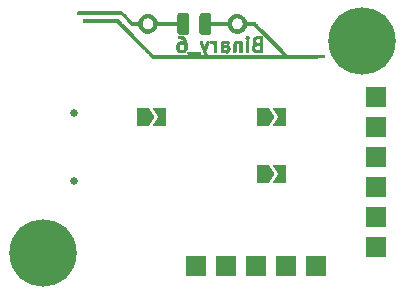
<source format=gbr>
%TF.GenerationSoftware,KiCad,Pcbnew,(5.99.0-8805-ge26c912b86)*%
%TF.CreationDate,2021-02-03T20:46:21+01:00*%
%TF.ProjectId,USB-CP2102-only,5553422d-4350-4323-9130-322d6f6e6c79,rev?*%
%TF.SameCoordinates,Original*%
%TF.FileFunction,Soldermask,Bot*%
%TF.FilePolarity,Negative*%
%FSLAX46Y46*%
G04 Gerber Fmt 4.6, Leading zero omitted, Abs format (unit mm)*
G04 Created by KiCad (PCBNEW (5.99.0-8805-ge26c912b86)) date 2021-02-03 20:46:21*
%MOMM*%
%LPD*%
G01*
G04 APERTURE LIST*
G04 Aperture macros list*
%AMFreePoly0*
4,1,6,1.000000,0.000000,0.500000,-0.750000,-0.500000,-0.750000,-0.500000,0.750000,0.500000,0.750000,1.000000,0.000000,1.000000,0.000000,$1*%
%AMFreePoly1*
4,1,6,0.500000,-0.750000,-0.650000,-0.750000,-0.150000,0.000000,-0.650000,0.750000,0.500000,0.750000,0.500000,-0.750000,0.500000,-0.750000,$1*%
G04 Aperture macros list end*
%ADD10C,0.010000*%
%ADD11C,5.700000*%
%ADD12R,1.700000X1.700000*%
%ADD13C,0.650000*%
%ADD14FreePoly0,0.000000*%
%ADD15FreePoly1,0.000000*%
G04 APERTURE END LIST*
D10*
%TO.C,LOGO1*%
X164520996Y-110607324D02*
X164476075Y-110609104D01*
X164476075Y-110609104D02*
X164442850Y-110612780D01*
X164442850Y-110612780D02*
X164418957Y-110618937D01*
X164418957Y-110618937D02*
X164402033Y-110628155D01*
X164402033Y-110628155D02*
X164389715Y-110641016D01*
X164389715Y-110641016D02*
X164380754Y-110655912D01*
X164380754Y-110655912D02*
X164368439Y-110694365D01*
X164368439Y-110694365D02*
X164372424Y-110730726D01*
X164372424Y-110730726D02*
X164392730Y-110765163D01*
X164392730Y-110765163D02*
X164396405Y-110769328D01*
X164396405Y-110769328D02*
X164424525Y-110800032D01*
X164424525Y-110800032D02*
X164554641Y-110804142D01*
X164554641Y-110804142D02*
X164606712Y-110806024D01*
X164606712Y-110806024D02*
X164645640Y-110808413D01*
X164645640Y-110808413D02*
X164674719Y-110812088D01*
X164674719Y-110812088D02*
X164697245Y-110817827D01*
X164697245Y-110817827D02*
X164716513Y-110826408D01*
X164716513Y-110826408D02*
X164735817Y-110838608D01*
X164735817Y-110838608D02*
X164752715Y-110850911D01*
X164752715Y-110850911D02*
X164771569Y-110869154D01*
X164771569Y-110869154D02*
X164795269Y-110898037D01*
X164795269Y-110898037D02*
X164821133Y-110933581D01*
X164821133Y-110933581D02*
X164846484Y-110971808D01*
X164846484Y-110971808D02*
X164868642Y-111008741D01*
X164868642Y-111008741D02*
X164884928Y-111040401D01*
X164884928Y-111040401D02*
X164891150Y-111056449D01*
X164891150Y-111056449D02*
X164896937Y-111077531D01*
X164896937Y-111077531D02*
X164899336Y-111090199D01*
X164899336Y-111090199D02*
X164898983Y-111091844D01*
X164898983Y-111091844D02*
X164890519Y-111088752D01*
X164890519Y-111088752D02*
X164872180Y-111080891D01*
X164872180Y-111080891D02*
X164860331Y-111075585D01*
X164860331Y-111075585D02*
X164844452Y-111069307D01*
X164844452Y-111069307D02*
X164826866Y-111064845D01*
X164826866Y-111064845D02*
X164804488Y-111061898D01*
X164804488Y-111061898D02*
X164774232Y-111060164D01*
X164774232Y-111060164D02*
X164733013Y-111059344D01*
X164733013Y-111059344D02*
X164691666Y-111059145D01*
X164691666Y-111059145D02*
X164558834Y-111058964D01*
X164558834Y-111058964D02*
X164477109Y-111099877D01*
X164477109Y-111099877D02*
X164424610Y-111128653D01*
X164424610Y-111128653D02*
X164383542Y-111157990D01*
X164383542Y-111157990D02*
X164350096Y-111191736D01*
X164350096Y-111191736D02*
X164320463Y-111233739D01*
X164320463Y-111233739D02*
X164290836Y-111287849D01*
X164290836Y-111287849D02*
X164290578Y-111288361D01*
X164290578Y-111288361D02*
X164253204Y-111362778D01*
X164253204Y-111362778D02*
X164253204Y-111690421D01*
X164253204Y-111690421D02*
X164294117Y-111772146D01*
X164294117Y-111772146D02*
X164323668Y-111825825D01*
X164323668Y-111825825D02*
X164354016Y-111867760D01*
X164354016Y-111867760D02*
X164389045Y-111901762D01*
X164389045Y-111901762D02*
X164432638Y-111931639D01*
X164432638Y-111931639D02*
X164485063Y-111959451D01*
X164485063Y-111959451D02*
X164560263Y-111996051D01*
X164560263Y-111996051D02*
X164825368Y-111996051D01*
X164825368Y-111996051D02*
X164894804Y-111962651D01*
X164894804Y-111962651D02*
X164963335Y-111923231D01*
X164963335Y-111923231D02*
X165019121Y-111876053D01*
X165019121Y-111876053D02*
X165065040Y-111818261D01*
X165065040Y-111818261D02*
X165096649Y-111762376D01*
X165096649Y-111762376D02*
X165132751Y-111688992D01*
X165132751Y-111688992D02*
X165132619Y-111527508D01*
X165132619Y-111527508D02*
X164935208Y-111527508D01*
X164935208Y-111527508D02*
X164934978Y-111573838D01*
X164934978Y-111573838D02*
X164933875Y-111607451D01*
X164933875Y-111607451D02*
X164931427Y-111632066D01*
X164931427Y-111632066D02*
X164927161Y-111651403D01*
X164927161Y-111651403D02*
X164920604Y-111669180D01*
X164920604Y-111669180D02*
X164915878Y-111679579D01*
X164915878Y-111679579D02*
X164887082Y-111725905D01*
X164887082Y-111725905D02*
X164848221Y-111761805D01*
X164848221Y-111761805D02*
X164816278Y-111781041D01*
X164816278Y-111781041D02*
X164798180Y-111788952D01*
X164798180Y-111788952D02*
X164777930Y-111794040D01*
X164777930Y-111794040D02*
X164751400Y-111796880D01*
X164751400Y-111796880D02*
X164714465Y-111798045D01*
X164714465Y-111798045D02*
X164692977Y-111798175D01*
X164692977Y-111798175D02*
X164652496Y-111797964D01*
X164652496Y-111797964D02*
X164623860Y-111796613D01*
X164623860Y-111796613D02*
X164602474Y-111793255D01*
X164602474Y-111793255D02*
X164583746Y-111787025D01*
X164583746Y-111787025D02*
X164563081Y-111777057D01*
X164563081Y-111777057D02*
X164553236Y-111771824D01*
X164553236Y-111771824D02*
X164523565Y-111754141D01*
X164523565Y-111754141D02*
X164503223Y-111736089D01*
X164503223Y-111736089D02*
X164486125Y-111711584D01*
X164486125Y-111711584D02*
X164477432Y-111696019D01*
X164477432Y-111696019D02*
X164467110Y-111676337D01*
X164467110Y-111676337D02*
X164459893Y-111659851D01*
X164459893Y-111659851D02*
X164455226Y-111643025D01*
X164455226Y-111643025D02*
X164452553Y-111622324D01*
X164452553Y-111622324D02*
X164451318Y-111594213D01*
X164451318Y-111594213D02*
X164450966Y-111555156D01*
X164450966Y-111555156D02*
X164450948Y-111527508D01*
X164450948Y-111527508D02*
X164451050Y-111480864D01*
X164451050Y-111480864D02*
X164451727Y-111447125D01*
X164451727Y-111447125D02*
X164453534Y-111422755D01*
X164453534Y-111422755D02*
X164457028Y-111404219D01*
X164457028Y-111404219D02*
X164462763Y-111387981D01*
X164462763Y-111387981D02*
X164471296Y-111370507D01*
X164471296Y-111370507D02*
X164477432Y-111358996D01*
X164477432Y-111358996D02*
X164495114Y-111329326D01*
X164495114Y-111329326D02*
X164513166Y-111308984D01*
X164513166Y-111308984D02*
X164537671Y-111291885D01*
X164537671Y-111291885D02*
X164553236Y-111283192D01*
X164553236Y-111283192D02*
X164576289Y-111271352D01*
X164576289Y-111271352D02*
X164595595Y-111263676D01*
X164595595Y-111263676D02*
X164615863Y-111259254D01*
X164615863Y-111259254D02*
X164641796Y-111257175D01*
X164641796Y-111257175D02*
X164678102Y-111256527D01*
X164678102Y-111256527D02*
X164691196Y-111256477D01*
X164691196Y-111256477D02*
X164732724Y-111256811D01*
X164732724Y-111256811D02*
X164762297Y-111258525D01*
X164762297Y-111258525D02*
X164784383Y-111262306D01*
X164784383Y-111262306D02*
X164803454Y-111268839D01*
X164803454Y-111268839D02*
X164818607Y-111276029D01*
X164818607Y-111276029D02*
X164865762Y-111307080D01*
X164865762Y-111307080D02*
X164900620Y-111346955D01*
X164900620Y-111346955D02*
X164918364Y-111379547D01*
X164918364Y-111379547D02*
X164925434Y-111397581D01*
X164925434Y-111397581D02*
X164930242Y-111417249D01*
X164930242Y-111417249D02*
X164933198Y-111442160D01*
X164933198Y-111442160D02*
X164934714Y-111475926D01*
X164934714Y-111475926D02*
X164935201Y-111522156D01*
X164935201Y-111522156D02*
X164935208Y-111527508D01*
X164935208Y-111527508D02*
X165132619Y-111527508D01*
X165132619Y-111527508D02*
X165132552Y-111445904D01*
X165132552Y-111445904D02*
X165132354Y-111202815D01*
X165132354Y-111202815D02*
X165100460Y-111076911D01*
X165100460Y-111076911D02*
X165088202Y-111029115D01*
X165088202Y-111029115D02*
X165078090Y-110993030D01*
X165078090Y-110993030D02*
X165068276Y-110964418D01*
X165068276Y-110964418D02*
X165056911Y-110939042D01*
X165056911Y-110939042D02*
X165042144Y-110912665D01*
X165042144Y-110912665D02*
X165022126Y-110881050D01*
X165022126Y-110881050D02*
X165000950Y-110848930D01*
X165000950Y-110848930D02*
X164960760Y-110790733D01*
X164960760Y-110790733D02*
X164924797Y-110744828D01*
X164924797Y-110744828D02*
X164890370Y-110708594D01*
X164890370Y-110708594D02*
X164854789Y-110679409D01*
X164854789Y-110679409D02*
X164815362Y-110654652D01*
X164815362Y-110654652D02*
X164785962Y-110639481D01*
X164785962Y-110639481D02*
X164718507Y-110606861D01*
X164718507Y-110606861D02*
X164579978Y-110606861D01*
X164579978Y-110606861D02*
X164520996Y-110607324D01*
X164520996Y-110607324D02*
X164520996Y-110607324D01*
G36*
X165096649Y-111762376D02*
G01*
X165065040Y-111818261D01*
X165019121Y-111876053D01*
X164963335Y-111923231D01*
X164894804Y-111962651D01*
X164825368Y-111996051D01*
X164560263Y-111996051D01*
X164485063Y-111959451D01*
X164432638Y-111931639D01*
X164389045Y-111901762D01*
X164354016Y-111867760D01*
X164323668Y-111825825D01*
X164294117Y-111772146D01*
X164253204Y-111690421D01*
X164253204Y-111527508D01*
X164450948Y-111527508D01*
X164450966Y-111555156D01*
X164451318Y-111594213D01*
X164452553Y-111622324D01*
X164455226Y-111643025D01*
X164459893Y-111659851D01*
X164467110Y-111676337D01*
X164477432Y-111696019D01*
X164486125Y-111711584D01*
X164503223Y-111736089D01*
X164523565Y-111754141D01*
X164553236Y-111771824D01*
X164563081Y-111777057D01*
X164583746Y-111787025D01*
X164602474Y-111793255D01*
X164623860Y-111796613D01*
X164652496Y-111797964D01*
X164692977Y-111798175D01*
X164714465Y-111798045D01*
X164751400Y-111796880D01*
X164777930Y-111794040D01*
X164798180Y-111788952D01*
X164816278Y-111781041D01*
X164848221Y-111761805D01*
X164887082Y-111725905D01*
X164915878Y-111679579D01*
X164920604Y-111669180D01*
X164927161Y-111651403D01*
X164931427Y-111632066D01*
X164933875Y-111607451D01*
X164934978Y-111573838D01*
X164935208Y-111527508D01*
X164935201Y-111522156D01*
X164934714Y-111475926D01*
X164933198Y-111442160D01*
X164930242Y-111417249D01*
X164925434Y-111397581D01*
X164918364Y-111379547D01*
X164900620Y-111346955D01*
X164865762Y-111307080D01*
X164818607Y-111276029D01*
X164803454Y-111268839D01*
X164784383Y-111262306D01*
X164762297Y-111258525D01*
X164732724Y-111256811D01*
X164691196Y-111256477D01*
X164678102Y-111256527D01*
X164641796Y-111257175D01*
X164615863Y-111259254D01*
X164595595Y-111263676D01*
X164576289Y-111271352D01*
X164553236Y-111283192D01*
X164537671Y-111291885D01*
X164513166Y-111308984D01*
X164495114Y-111329326D01*
X164477432Y-111358996D01*
X164471296Y-111370507D01*
X164462763Y-111387981D01*
X164457028Y-111404219D01*
X164453534Y-111422755D01*
X164451727Y-111447125D01*
X164451050Y-111480864D01*
X164450948Y-111527508D01*
X164253204Y-111527508D01*
X164253204Y-111362778D01*
X164290578Y-111288361D01*
X164290836Y-111287849D01*
X164320463Y-111233739D01*
X164350096Y-111191736D01*
X164383542Y-111157990D01*
X164424610Y-111128653D01*
X164477109Y-111099877D01*
X164558834Y-111058964D01*
X164691666Y-111059145D01*
X164733013Y-111059344D01*
X164774232Y-111060164D01*
X164804488Y-111061898D01*
X164826866Y-111064845D01*
X164844452Y-111069307D01*
X164860331Y-111075585D01*
X164872180Y-111080891D01*
X164890519Y-111088752D01*
X164898983Y-111091844D01*
X164899336Y-111090199D01*
X164896937Y-111077531D01*
X164891150Y-111056449D01*
X164884928Y-111040401D01*
X164868642Y-111008741D01*
X164846484Y-110971808D01*
X164821133Y-110933581D01*
X164795269Y-110898037D01*
X164771569Y-110869154D01*
X164752715Y-110850911D01*
X164735817Y-110838608D01*
X164716513Y-110826408D01*
X164697245Y-110817827D01*
X164674719Y-110812088D01*
X164645640Y-110808413D01*
X164606712Y-110806024D01*
X164554641Y-110804142D01*
X164424525Y-110800032D01*
X164396405Y-110769328D01*
X164392730Y-110765163D01*
X164372424Y-110730726D01*
X164368439Y-110694365D01*
X164380754Y-110655912D01*
X164389715Y-110641016D01*
X164402033Y-110628155D01*
X164418957Y-110618937D01*
X164442850Y-110612780D01*
X164476075Y-110609104D01*
X164520996Y-110607324D01*
X164579978Y-110606861D01*
X164718507Y-110606861D01*
X164785962Y-110639481D01*
X164815362Y-110654652D01*
X164854789Y-110679409D01*
X164890370Y-110708594D01*
X164924797Y-110744828D01*
X164960760Y-110790733D01*
X165000950Y-110848930D01*
X165022126Y-110881050D01*
X165042144Y-110912665D01*
X165056911Y-110939042D01*
X165068276Y-110964418D01*
X165078090Y-110993030D01*
X165088202Y-111029115D01*
X165100460Y-111076911D01*
X165132354Y-111202815D01*
X165132552Y-111445904D01*
X165132619Y-111527508D01*
X165132751Y-111688992D01*
X165096649Y-111762376D01*
G37*
X165096649Y-111762376D02*
X165065040Y-111818261D01*
X165019121Y-111876053D01*
X164963335Y-111923231D01*
X164894804Y-111962651D01*
X164825368Y-111996051D01*
X164560263Y-111996051D01*
X164485063Y-111959451D01*
X164432638Y-111931639D01*
X164389045Y-111901762D01*
X164354016Y-111867760D01*
X164323668Y-111825825D01*
X164294117Y-111772146D01*
X164253204Y-111690421D01*
X164253204Y-111527508D01*
X164450948Y-111527508D01*
X164450966Y-111555156D01*
X164451318Y-111594213D01*
X164452553Y-111622324D01*
X164455226Y-111643025D01*
X164459893Y-111659851D01*
X164467110Y-111676337D01*
X164477432Y-111696019D01*
X164486125Y-111711584D01*
X164503223Y-111736089D01*
X164523565Y-111754141D01*
X164553236Y-111771824D01*
X164563081Y-111777057D01*
X164583746Y-111787025D01*
X164602474Y-111793255D01*
X164623860Y-111796613D01*
X164652496Y-111797964D01*
X164692977Y-111798175D01*
X164714465Y-111798045D01*
X164751400Y-111796880D01*
X164777930Y-111794040D01*
X164798180Y-111788952D01*
X164816278Y-111781041D01*
X164848221Y-111761805D01*
X164887082Y-111725905D01*
X164915878Y-111679579D01*
X164920604Y-111669180D01*
X164927161Y-111651403D01*
X164931427Y-111632066D01*
X164933875Y-111607451D01*
X164934978Y-111573838D01*
X164935208Y-111527508D01*
X164935201Y-111522156D01*
X164934714Y-111475926D01*
X164933198Y-111442160D01*
X164930242Y-111417249D01*
X164925434Y-111397581D01*
X164918364Y-111379547D01*
X164900620Y-111346955D01*
X164865762Y-111307080D01*
X164818607Y-111276029D01*
X164803454Y-111268839D01*
X164784383Y-111262306D01*
X164762297Y-111258525D01*
X164732724Y-111256811D01*
X164691196Y-111256477D01*
X164678102Y-111256527D01*
X164641796Y-111257175D01*
X164615863Y-111259254D01*
X164595595Y-111263676D01*
X164576289Y-111271352D01*
X164553236Y-111283192D01*
X164537671Y-111291885D01*
X164513166Y-111308984D01*
X164495114Y-111329326D01*
X164477432Y-111358996D01*
X164471296Y-111370507D01*
X164462763Y-111387981D01*
X164457028Y-111404219D01*
X164453534Y-111422755D01*
X164451727Y-111447125D01*
X164451050Y-111480864D01*
X164450948Y-111527508D01*
X164253204Y-111527508D01*
X164253204Y-111362778D01*
X164290578Y-111288361D01*
X164290836Y-111287849D01*
X164320463Y-111233739D01*
X164350096Y-111191736D01*
X164383542Y-111157990D01*
X164424610Y-111128653D01*
X164477109Y-111099877D01*
X164558834Y-111058964D01*
X164691666Y-111059145D01*
X164733013Y-111059344D01*
X164774232Y-111060164D01*
X164804488Y-111061898D01*
X164826866Y-111064845D01*
X164844452Y-111069307D01*
X164860331Y-111075585D01*
X164872180Y-111080891D01*
X164890519Y-111088752D01*
X164898983Y-111091844D01*
X164899336Y-111090199D01*
X164896937Y-111077531D01*
X164891150Y-111056449D01*
X164884928Y-111040401D01*
X164868642Y-111008741D01*
X164846484Y-110971808D01*
X164821133Y-110933581D01*
X164795269Y-110898037D01*
X164771569Y-110869154D01*
X164752715Y-110850911D01*
X164735817Y-110838608D01*
X164716513Y-110826408D01*
X164697245Y-110817827D01*
X164674719Y-110812088D01*
X164645640Y-110808413D01*
X164606712Y-110806024D01*
X164554641Y-110804142D01*
X164424525Y-110800032D01*
X164396405Y-110769328D01*
X164392730Y-110765163D01*
X164372424Y-110730726D01*
X164368439Y-110694365D01*
X164380754Y-110655912D01*
X164389715Y-110641016D01*
X164402033Y-110628155D01*
X164418957Y-110618937D01*
X164442850Y-110612780D01*
X164476075Y-110609104D01*
X164520996Y-110607324D01*
X164579978Y-110606861D01*
X164718507Y-110606861D01*
X164785962Y-110639481D01*
X164815362Y-110654652D01*
X164854789Y-110679409D01*
X164890370Y-110708594D01*
X164924797Y-110744828D01*
X164960760Y-110790733D01*
X165000950Y-110848930D01*
X165022126Y-110881050D01*
X165042144Y-110912665D01*
X165056911Y-110939042D01*
X165068276Y-110964418D01*
X165078090Y-110993030D01*
X165088202Y-111029115D01*
X165100460Y-111076911D01*
X165132354Y-111202815D01*
X165132552Y-111445904D01*
X165132619Y-111527508D01*
X165132751Y-111688992D01*
X165096649Y-111762376D01*
X158517232Y-108520364D02*
X158349007Y-108520428D01*
X158349007Y-108520428D02*
X158165969Y-108520550D01*
X158165969Y-108520550D02*
X157967567Y-108520727D01*
X157967567Y-108520727D02*
X157761292Y-108520948D01*
X157761292Y-108520948D02*
X155905728Y-108523074D01*
X155905728Y-108523074D02*
X155875778Y-108541699D01*
X155875778Y-108541699D02*
X155844670Y-108569672D01*
X155844670Y-108569672D02*
X155826047Y-108604788D01*
X155826047Y-108604788D02*
X155819855Y-108643559D01*
X155819855Y-108643559D02*
X155826042Y-108682493D01*
X155826042Y-108682493D02*
X155844554Y-108718101D01*
X155844554Y-108718101D02*
X155875339Y-108746893D01*
X155875339Y-108746893D02*
X155878938Y-108749170D01*
X155878938Y-108749170D02*
X155882128Y-108750999D01*
X155882128Y-108750999D02*
X155885893Y-108752686D01*
X155885893Y-108752686D02*
X155890881Y-108754236D01*
X155890881Y-108754236D02*
X155897738Y-108755656D01*
X155897738Y-108755656D02*
X155907112Y-108756952D01*
X155907112Y-108756952D02*
X155919651Y-108758129D01*
X155919651Y-108758129D02*
X155936000Y-108759193D01*
X155936000Y-108759193D02*
X155956808Y-108760149D01*
X155956808Y-108760149D02*
X155982721Y-108761004D01*
X155982721Y-108761004D02*
X156014388Y-108761763D01*
X156014388Y-108761763D02*
X156052454Y-108762431D01*
X156052454Y-108762431D02*
X156097568Y-108763016D01*
X156097568Y-108763016D02*
X156150377Y-108763521D01*
X156150377Y-108763521D02*
X156211527Y-108763953D01*
X156211527Y-108763953D02*
X156281667Y-108764319D01*
X156281667Y-108764319D02*
X156361442Y-108764622D01*
X156361442Y-108764622D02*
X156451502Y-108764870D01*
X156451502Y-108764870D02*
X156552491Y-108765068D01*
X156552491Y-108765068D02*
X156665059Y-108765222D01*
X156665059Y-108765222D02*
X156789852Y-108765337D01*
X156789852Y-108765337D02*
X156927517Y-108765419D01*
X156927517Y-108765419D02*
X157078702Y-108765474D01*
X157078702Y-108765474D02*
X157244054Y-108765507D01*
X157244054Y-108765507D02*
X157424219Y-108765525D01*
X157424219Y-108765525D02*
X157619846Y-108765533D01*
X157619846Y-108765533D02*
X157726293Y-108765535D01*
X157726293Y-108765535D02*
X159546858Y-108765566D01*
X159546858Y-108765566D02*
X159982701Y-109200344D01*
X159982701Y-109200344D02*
X160053250Y-109270606D01*
X160053250Y-109270606D02*
X160120731Y-109337588D01*
X160120731Y-109337588D02*
X160184196Y-109400364D01*
X160184196Y-109400364D02*
X160242697Y-109458007D01*
X160242697Y-109458007D02*
X160295288Y-109509591D01*
X160295288Y-109509591D02*
X160341022Y-109554189D01*
X160341022Y-109554189D02*
X160378950Y-109590875D01*
X160378950Y-109590875D02*
X160408127Y-109618723D01*
X160408127Y-109618723D02*
X160427605Y-109636805D01*
X160427605Y-109636805D02*
X160436436Y-109644195D01*
X160436436Y-109644195D02*
X160436498Y-109644228D01*
X160436498Y-109644228D02*
X160450317Y-109647094D01*
X160450317Y-109647094D02*
X160479519Y-109649413D01*
X160479519Y-109649413D02*
X160524320Y-109651189D01*
X160524320Y-109651189D02*
X160584937Y-109652429D01*
X160584937Y-109652429D02*
X160661584Y-109653140D01*
X160661584Y-109653140D02*
X160740736Y-109653333D01*
X160740736Y-109653333D02*
X161027019Y-109653333D01*
X161027019Y-109653333D02*
X161045447Y-109728512D01*
X161045447Y-109728512D02*
X161078911Y-109831117D01*
X161078911Y-109831117D02*
X161126991Y-109927973D01*
X161126991Y-109927973D02*
X161188425Y-110017584D01*
X161188425Y-110017584D02*
X161261951Y-110098457D01*
X161261951Y-110098457D02*
X161346305Y-110169097D01*
X161346305Y-110169097D02*
X161440224Y-110228011D01*
X161440224Y-110228011D02*
X161487152Y-110251152D01*
X161487152Y-110251152D02*
X161541361Y-110274274D01*
X161541361Y-110274274D02*
X161589938Y-110291246D01*
X161589938Y-110291246D02*
X161637274Y-110302915D01*
X161637274Y-110302915D02*
X161687757Y-110310125D01*
X161687757Y-110310125D02*
X161745777Y-110313725D01*
X161745777Y-110313725D02*
X161815722Y-110314560D01*
X161815722Y-110314560D02*
X161815955Y-110314560D01*
X161815955Y-110314560D02*
X161868897Y-110314173D01*
X161868897Y-110314173D02*
X161909163Y-110313164D01*
X161909163Y-110313164D02*
X161940515Y-110311126D01*
X161940515Y-110311126D02*
X161966715Y-110307653D01*
X161966715Y-110307653D02*
X161991526Y-110302339D01*
X161991526Y-110302339D02*
X162018710Y-110294776D01*
X162018710Y-110294776D02*
X162029676Y-110291463D01*
X162029676Y-110291463D02*
X162140827Y-110249578D01*
X162140827Y-110249578D02*
X162241536Y-110195120D01*
X162241536Y-110195120D02*
X162331574Y-110128261D01*
X162331574Y-110128261D02*
X162410712Y-110049175D01*
X162410712Y-110049175D02*
X162478722Y-109958035D01*
X162478722Y-109958035D02*
X162486792Y-109945217D01*
X162486792Y-109945217D02*
X162520870Y-109883639D01*
X162520870Y-109883639D02*
X162550621Y-109817655D01*
X162550621Y-109817655D02*
X162573711Y-109752970D01*
X162573711Y-109752970D02*
X162586850Y-109700667D01*
X162586850Y-109700667D02*
X162595652Y-109653333D01*
X162595652Y-109653333D02*
X164351845Y-109653333D01*
X164351845Y-109653333D02*
X164351845Y-109939543D01*
X164351845Y-109939543D02*
X164351934Y-110024484D01*
X164351934Y-110024484D02*
X164352397Y-110094746D01*
X164352397Y-110094746D02*
X164353528Y-110152091D01*
X164353528Y-110152091D02*
X164355617Y-110198280D01*
X164355617Y-110198280D02*
X164358959Y-110235075D01*
X164358959Y-110235075D02*
X164363847Y-110264238D01*
X164363847Y-110264238D02*
X164370572Y-110287529D01*
X164370572Y-110287529D02*
X164379427Y-110306711D01*
X164379427Y-110306711D02*
X164390706Y-110323544D01*
X164390706Y-110323544D02*
X164404702Y-110339791D01*
X164404702Y-110339791D02*
X164421179Y-110356685D01*
X164421179Y-110356685D02*
X164439476Y-110374397D01*
X164439476Y-110374397D02*
X164456674Y-110388808D01*
X164456674Y-110388808D02*
X164474658Y-110400255D01*
X164474658Y-110400255D02*
X164495311Y-110409072D01*
X164495311Y-110409072D02*
X164520517Y-110415596D01*
X164520517Y-110415596D02*
X164552160Y-110420161D01*
X164552160Y-110420161D02*
X164592124Y-110423105D01*
X164592124Y-110423105D02*
X164642292Y-110424761D01*
X164642292Y-110424761D02*
X164704549Y-110425466D01*
X164704549Y-110425466D02*
X164780778Y-110425556D01*
X164780778Y-110425556D02*
X164807495Y-110425512D01*
X164807495Y-110425512D02*
X164882667Y-110425228D01*
X164882667Y-110425228D02*
X164943286Y-110424650D01*
X164943286Y-110424650D02*
X164991238Y-110423691D01*
X164991238Y-110423691D02*
X165028409Y-110422264D01*
X165028409Y-110422264D02*
X165056685Y-110420284D01*
X165056685Y-110420284D02*
X165077952Y-110417663D01*
X165077952Y-110417663D02*
X165094095Y-110414315D01*
X165094095Y-110414315D02*
X165101797Y-110412025D01*
X165101797Y-110412025D02*
X165150389Y-110387745D01*
X165150389Y-110387745D02*
X165193575Y-110350550D01*
X165193575Y-110350550D02*
X165227416Y-110303900D01*
X165227416Y-110303900D02*
X165229665Y-110299741D01*
X165229665Y-110299741D02*
X165251942Y-110257508D01*
X165251942Y-110257508D02*
X165251942Y-109530032D01*
X165251942Y-109530032D02*
X165251941Y-109488882D01*
X165251941Y-109488882D02*
X162311092Y-109488882D01*
X162311092Y-109488882D02*
X162310631Y-109571822D01*
X162310631Y-109571822D02*
X162296630Y-109653266D01*
X162296630Y-109653266D02*
X162269560Y-109731411D01*
X162269560Y-109731411D02*
X162229888Y-109804453D01*
X162229888Y-109804453D02*
X162178083Y-109870589D01*
X162178083Y-109870589D02*
X162114614Y-109928016D01*
X162114614Y-109928016D02*
X162039950Y-109974931D01*
X162039950Y-109974931D02*
X162037545Y-109976156D01*
X162037545Y-109976156D02*
X161954489Y-110009502D01*
X161954489Y-110009502D02*
X161868820Y-110026706D01*
X161868820Y-110026706D02*
X161780050Y-110027834D01*
X161780050Y-110027834D02*
X161717424Y-110019405D01*
X161717424Y-110019405D02*
X161638941Y-109998016D01*
X161638941Y-109998016D02*
X161568243Y-109964642D01*
X161568243Y-109964642D02*
X161502221Y-109917589D01*
X161502221Y-109917589D02*
X161461723Y-109880256D01*
X161461723Y-109880256D02*
X161422929Y-109838985D01*
X161422929Y-109838985D02*
X161394017Y-109801960D01*
X161394017Y-109801960D02*
X161371246Y-109764223D01*
X161371246Y-109764223D02*
X161365030Y-109751974D01*
X161365030Y-109751974D02*
X161331556Y-109665969D01*
X161331556Y-109665969D02*
X161314341Y-109578618D01*
X161314341Y-109578618D02*
X161313390Y-109490818D01*
X161313390Y-109490818D02*
X161328706Y-109403469D01*
X161328706Y-109403469D02*
X161360297Y-109317469D01*
X161360297Y-109317469D02*
X161362678Y-109312436D01*
X161362678Y-109312436D02*
X161408755Y-109234414D01*
X161408755Y-109234414D02*
X161466080Y-109167714D01*
X161466080Y-109167714D02*
X161533238Y-109113179D01*
X161533238Y-109113179D02*
X161608811Y-109071652D01*
X161608811Y-109071652D02*
X161691380Y-109043977D01*
X161691380Y-109043977D02*
X161779530Y-109030995D01*
X161779530Y-109030995D02*
X161836505Y-109030702D01*
X161836505Y-109030702D02*
X161927560Y-109042839D01*
X161927560Y-109042839D02*
X162011970Y-109069896D01*
X162011970Y-109069896D02*
X162088946Y-109111431D01*
X162088946Y-109111431D02*
X162157700Y-109167002D01*
X162157700Y-109167002D02*
X162217441Y-109236168D01*
X162217441Y-109236168D02*
X162226554Y-109249115D01*
X162226554Y-109249115D02*
X162269523Y-109325725D01*
X162269523Y-109325725D02*
X162297546Y-109406248D01*
X162297546Y-109406248D02*
X162311092Y-109488882D01*
X162311092Y-109488882D02*
X165251941Y-109488882D01*
X165251941Y-109488882D02*
X165251937Y-109404115D01*
X165251937Y-109404115D02*
X165251905Y-109293578D01*
X165251905Y-109293578D02*
X165251823Y-109197359D01*
X165251823Y-109197359D02*
X165251667Y-109114398D01*
X165251667Y-109114398D02*
X165251412Y-109043635D01*
X165251412Y-109043635D02*
X165251034Y-108984009D01*
X165251034Y-108984009D02*
X165250509Y-108934459D01*
X165250509Y-108934459D02*
X165249814Y-108893924D01*
X165249814Y-108893924D02*
X165248923Y-108861345D01*
X165248923Y-108861345D02*
X165247813Y-108835659D01*
X165247813Y-108835659D02*
X165246459Y-108815807D01*
X165246459Y-108815807D02*
X165244838Y-108800727D01*
X165244838Y-108800727D02*
X165242926Y-108789360D01*
X165242926Y-108789360D02*
X165240698Y-108780645D01*
X165240698Y-108780645D02*
X165238130Y-108773520D01*
X165238130Y-108773520D02*
X165235198Y-108766925D01*
X165235198Y-108766925D02*
X165234561Y-108765566D01*
X165234561Y-108765566D02*
X165208306Y-108723849D01*
X165208306Y-108723849D02*
X165172307Y-108685530D01*
X165172307Y-108685530D02*
X165132298Y-108656536D01*
X165132298Y-108656536D02*
X165125761Y-108653085D01*
X165125761Y-108653085D02*
X165116593Y-108649111D01*
X165116593Y-108649111D02*
X165105548Y-108645905D01*
X165105548Y-108645905D02*
X165090868Y-108643387D01*
X165090868Y-108643387D02*
X165070797Y-108641476D01*
X165070797Y-108641476D02*
X165043579Y-108640089D01*
X165043579Y-108640089D02*
X165007456Y-108639145D01*
X165007456Y-108639145D02*
X164960672Y-108638564D01*
X164960672Y-108638564D02*
X164901470Y-108638262D01*
X164901470Y-108638262D02*
X164828094Y-108638159D01*
X164828094Y-108638159D02*
X164803948Y-108638155D01*
X164803948Y-108638155D02*
X164726452Y-108638205D01*
X164726452Y-108638205D02*
X164663620Y-108638413D01*
X164663620Y-108638413D02*
X164613677Y-108638866D01*
X164613677Y-108638866D02*
X164574847Y-108639651D01*
X164574847Y-108639651D02*
X164545354Y-108640856D01*
X164545354Y-108640856D02*
X164523424Y-108642568D01*
X164523424Y-108642568D02*
X164507279Y-108644874D01*
X164507279Y-108644874D02*
X164495145Y-108647862D01*
X164495145Y-108647862D02*
X164485247Y-108651619D01*
X164485247Y-108651619D02*
X164480050Y-108654075D01*
X164480050Y-108654075D02*
X164435465Y-108684212D01*
X164435465Y-108684212D02*
X164397104Y-108725446D01*
X164397104Y-108725446D02*
X164373404Y-108764831D01*
X164373404Y-108764831D02*
X164368853Y-108775351D01*
X164368853Y-108775351D02*
X164365148Y-108786440D01*
X164365148Y-108786440D02*
X164362184Y-108799869D01*
X164362184Y-108799869D02*
X164359858Y-108817408D01*
X164359858Y-108817408D02*
X164358066Y-108840831D01*
X164358066Y-108840831D02*
X164356705Y-108871907D01*
X164356705Y-108871907D02*
X164355671Y-108912410D01*
X164355671Y-108912410D02*
X164354860Y-108964109D01*
X164354860Y-108964109D02*
X164354168Y-109028776D01*
X164354168Y-109028776D02*
X164353521Y-109104681D01*
X164353521Y-109104681D02*
X164351088Y-109406805D01*
X164351088Y-109406805D02*
X163474282Y-109404713D01*
X163474282Y-109404713D02*
X162597477Y-109402621D01*
X162597477Y-109402621D02*
X162590329Y-109369741D01*
X162590329Y-109369741D02*
X162558328Y-109259636D01*
X162558328Y-109259636D02*
X162512324Y-109156977D01*
X162512324Y-109156977D02*
X162453321Y-109062860D01*
X162453321Y-109062860D02*
X162382325Y-108978385D01*
X162382325Y-108978385D02*
X162300340Y-108904647D01*
X162300340Y-108904647D02*
X162208371Y-108842745D01*
X162208371Y-108842745D02*
X162107424Y-108793776D01*
X162107424Y-108793776D02*
X162041866Y-108770724D01*
X162041866Y-108770724D02*
X161932894Y-108745923D01*
X161932894Y-108745923D02*
X161822901Y-108736836D01*
X161822901Y-108736836D02*
X161713541Y-108743023D01*
X161713541Y-108743023D02*
X161606466Y-108764041D01*
X161606466Y-108764041D02*
X161503332Y-108799451D01*
X161503332Y-108799451D02*
X161405790Y-108848810D01*
X161405790Y-108848810D02*
X161315495Y-108911677D01*
X161315495Y-108911677D02*
X161235761Y-108985827D01*
X161235761Y-108985827D02*
X161171104Y-109064675D01*
X161171104Y-109064675D02*
X161116168Y-109151315D01*
X161116168Y-109151315D02*
X161072880Y-109242141D01*
X161072880Y-109242141D02*
X161043169Y-109333545D01*
X161043169Y-109333545D02*
X161038234Y-109355356D01*
X161038234Y-109355356D02*
X161027649Y-109406731D01*
X161027649Y-109406731D02*
X160533705Y-109406731D01*
X160533705Y-109406731D02*
X160100335Y-108973123D01*
X160100335Y-108973123D02*
X160028292Y-108901235D01*
X160028292Y-108901235D02*
X159959595Y-108833064D01*
X159959595Y-108833064D02*
X159895170Y-108769507D01*
X159895170Y-108769507D02*
X159835941Y-108711459D01*
X159835941Y-108711459D02*
X159782834Y-108659817D01*
X159782834Y-108659817D02*
X159736774Y-108615476D01*
X159736774Y-108615476D02*
X159698686Y-108579332D01*
X159698686Y-108579332D02*
X159669495Y-108552282D01*
X159669495Y-108552282D02*
X159650127Y-108535221D01*
X159650127Y-108535221D02*
X159641911Y-108529168D01*
X159641911Y-108529168D02*
X159636081Y-108527980D01*
X159636081Y-108527980D02*
X159624217Y-108526889D01*
X159624217Y-108526889D02*
X159605769Y-108525891D01*
X159605769Y-108525891D02*
X159580190Y-108524984D01*
X159580190Y-108524984D02*
X159546931Y-108524166D01*
X159546931Y-108524166D02*
X159505442Y-108523436D01*
X159505442Y-108523436D02*
X159455175Y-108522789D01*
X159455175Y-108522789D02*
X159395582Y-108522224D01*
X159395582Y-108522224D02*
X159326114Y-108521739D01*
X159326114Y-108521739D02*
X159246221Y-108521331D01*
X159246221Y-108521331D02*
X159155356Y-108520997D01*
X159155356Y-108520997D02*
X159052969Y-108520736D01*
X159052969Y-108520736D02*
X158938512Y-108520544D01*
X158938512Y-108520544D02*
X158811436Y-108520420D01*
X158811436Y-108520420D02*
X158671192Y-108520361D01*
X158671192Y-108520361D02*
X158517232Y-108520364D01*
X158517232Y-108520364D02*
X158517232Y-108520364D01*
G36*
X165251942Y-110257508D02*
G01*
X165229665Y-110299741D01*
X165227416Y-110303900D01*
X165193575Y-110350550D01*
X165150389Y-110387745D01*
X165101797Y-110412025D01*
X165094095Y-110414315D01*
X165077952Y-110417663D01*
X165056685Y-110420284D01*
X165028409Y-110422264D01*
X164991238Y-110423691D01*
X164943286Y-110424650D01*
X164882667Y-110425228D01*
X164807495Y-110425512D01*
X164780778Y-110425556D01*
X164704549Y-110425466D01*
X164642292Y-110424761D01*
X164592124Y-110423105D01*
X164552160Y-110420161D01*
X164520517Y-110415596D01*
X164495311Y-110409072D01*
X164474658Y-110400255D01*
X164456674Y-110388808D01*
X164439476Y-110374397D01*
X164421179Y-110356685D01*
X164404702Y-110339791D01*
X164390706Y-110323544D01*
X164379427Y-110306711D01*
X164370572Y-110287529D01*
X164363847Y-110264238D01*
X164358959Y-110235075D01*
X164355617Y-110198280D01*
X164353528Y-110152091D01*
X164352397Y-110094746D01*
X164351934Y-110024484D01*
X164351845Y-109939543D01*
X164351845Y-109653333D01*
X162595652Y-109653333D01*
X162586850Y-109700667D01*
X162573711Y-109752970D01*
X162550621Y-109817655D01*
X162520870Y-109883639D01*
X162486792Y-109945217D01*
X162478722Y-109958035D01*
X162410712Y-110049175D01*
X162331574Y-110128261D01*
X162241536Y-110195120D01*
X162140827Y-110249578D01*
X162029676Y-110291463D01*
X162018710Y-110294776D01*
X161991526Y-110302339D01*
X161966715Y-110307653D01*
X161940515Y-110311126D01*
X161909163Y-110313164D01*
X161868897Y-110314173D01*
X161815955Y-110314560D01*
X161815722Y-110314560D01*
X161745777Y-110313725D01*
X161687757Y-110310125D01*
X161637274Y-110302915D01*
X161589938Y-110291246D01*
X161541361Y-110274274D01*
X161487152Y-110251152D01*
X161440224Y-110228011D01*
X161346305Y-110169097D01*
X161261951Y-110098457D01*
X161188425Y-110017584D01*
X161126991Y-109927973D01*
X161078911Y-109831117D01*
X161045447Y-109728512D01*
X161027019Y-109653333D01*
X160740736Y-109653333D01*
X160661584Y-109653140D01*
X160584937Y-109652429D01*
X160524320Y-109651189D01*
X160479519Y-109649413D01*
X160450317Y-109647094D01*
X160436498Y-109644228D01*
X160436436Y-109644195D01*
X160427605Y-109636805D01*
X160408127Y-109618723D01*
X160378950Y-109590875D01*
X160341022Y-109554189D01*
X160295288Y-109509591D01*
X160276149Y-109490818D01*
X161313390Y-109490818D01*
X161314341Y-109578618D01*
X161331556Y-109665969D01*
X161365030Y-109751974D01*
X161371246Y-109764223D01*
X161394017Y-109801960D01*
X161422929Y-109838985D01*
X161461723Y-109880256D01*
X161502221Y-109917589D01*
X161568243Y-109964642D01*
X161638941Y-109998016D01*
X161717424Y-110019405D01*
X161780050Y-110027834D01*
X161868820Y-110026706D01*
X161954489Y-110009502D01*
X162037545Y-109976156D01*
X162039950Y-109974931D01*
X162114614Y-109928016D01*
X162178083Y-109870589D01*
X162229888Y-109804453D01*
X162269560Y-109731411D01*
X162296630Y-109653266D01*
X162310631Y-109571822D01*
X162311092Y-109488882D01*
X162297546Y-109406248D01*
X162269523Y-109325725D01*
X162226554Y-109249115D01*
X162217441Y-109236168D01*
X162157700Y-109167002D01*
X162088946Y-109111431D01*
X162011970Y-109069896D01*
X161927560Y-109042839D01*
X161836505Y-109030702D01*
X161779530Y-109030995D01*
X161691380Y-109043977D01*
X161608811Y-109071652D01*
X161533238Y-109113179D01*
X161466080Y-109167714D01*
X161408755Y-109234414D01*
X161362678Y-109312436D01*
X161360297Y-109317469D01*
X161328706Y-109403469D01*
X161313390Y-109490818D01*
X160276149Y-109490818D01*
X160242697Y-109458007D01*
X160184196Y-109400364D01*
X160120731Y-109337588D01*
X160053250Y-109270606D01*
X159982701Y-109200344D01*
X159546858Y-108765566D01*
X157726293Y-108765535D01*
X157619846Y-108765533D01*
X157424219Y-108765525D01*
X157244054Y-108765507D01*
X157078702Y-108765474D01*
X156927517Y-108765419D01*
X156789852Y-108765337D01*
X156665059Y-108765222D01*
X156552491Y-108765068D01*
X156451502Y-108764870D01*
X156361442Y-108764622D01*
X156281667Y-108764319D01*
X156211527Y-108763953D01*
X156150377Y-108763521D01*
X156097568Y-108763016D01*
X156052454Y-108762431D01*
X156014388Y-108761763D01*
X155982721Y-108761004D01*
X155956808Y-108760149D01*
X155936000Y-108759193D01*
X155919651Y-108758129D01*
X155907112Y-108756952D01*
X155897738Y-108755656D01*
X155890881Y-108754236D01*
X155885893Y-108752686D01*
X155882128Y-108750999D01*
X155878938Y-108749170D01*
X155875339Y-108746893D01*
X155844554Y-108718101D01*
X155826042Y-108682493D01*
X155819855Y-108643559D01*
X155826047Y-108604788D01*
X155844670Y-108569672D01*
X155875778Y-108541699D01*
X155905728Y-108523074D01*
X157761292Y-108520948D01*
X157967567Y-108520727D01*
X158165969Y-108520550D01*
X158349007Y-108520428D01*
X158517232Y-108520364D01*
X158671192Y-108520361D01*
X158811436Y-108520420D01*
X158938512Y-108520544D01*
X159052969Y-108520736D01*
X159155356Y-108520997D01*
X159246221Y-108521331D01*
X159326114Y-108521739D01*
X159395582Y-108522224D01*
X159455175Y-108522789D01*
X159505442Y-108523436D01*
X159546931Y-108524166D01*
X159580190Y-108524984D01*
X159605769Y-108525891D01*
X159624217Y-108526889D01*
X159636081Y-108527980D01*
X159641911Y-108529168D01*
X159650127Y-108535221D01*
X159669495Y-108552282D01*
X159698686Y-108579332D01*
X159736774Y-108615476D01*
X159782834Y-108659817D01*
X159835941Y-108711459D01*
X159895170Y-108769507D01*
X159959595Y-108833064D01*
X160028292Y-108901235D01*
X160100335Y-108973123D01*
X160533705Y-109406731D01*
X161027649Y-109406731D01*
X161038234Y-109355356D01*
X161043169Y-109333545D01*
X161072880Y-109242141D01*
X161116168Y-109151315D01*
X161171104Y-109064675D01*
X161235761Y-108985827D01*
X161315495Y-108911677D01*
X161405790Y-108848810D01*
X161503332Y-108799451D01*
X161606466Y-108764041D01*
X161713541Y-108743023D01*
X161822901Y-108736836D01*
X161932894Y-108745923D01*
X162041866Y-108770724D01*
X162107424Y-108793776D01*
X162208371Y-108842745D01*
X162300340Y-108904647D01*
X162382325Y-108978385D01*
X162453321Y-109062860D01*
X162512324Y-109156977D01*
X162558328Y-109259636D01*
X162590329Y-109369741D01*
X162597477Y-109402621D01*
X163474282Y-109404713D01*
X164351088Y-109406805D01*
X164353521Y-109104681D01*
X164354168Y-109028776D01*
X164354860Y-108964109D01*
X164355671Y-108912410D01*
X164356705Y-108871907D01*
X164358066Y-108840831D01*
X164359858Y-108817408D01*
X164362184Y-108799869D01*
X164365148Y-108786440D01*
X164368853Y-108775351D01*
X164373404Y-108764831D01*
X164397104Y-108725446D01*
X164435465Y-108684212D01*
X164480050Y-108654075D01*
X164485247Y-108651619D01*
X164495145Y-108647862D01*
X164507279Y-108644874D01*
X164523424Y-108642568D01*
X164545354Y-108640856D01*
X164574847Y-108639651D01*
X164613677Y-108638866D01*
X164663620Y-108638413D01*
X164726452Y-108638205D01*
X164803948Y-108638155D01*
X164828094Y-108638159D01*
X164901470Y-108638262D01*
X164960672Y-108638564D01*
X165007456Y-108639145D01*
X165043579Y-108640089D01*
X165070797Y-108641476D01*
X165090868Y-108643387D01*
X165105548Y-108645905D01*
X165116593Y-108649111D01*
X165125761Y-108653085D01*
X165132298Y-108656536D01*
X165172307Y-108685530D01*
X165208306Y-108723849D01*
X165234561Y-108765566D01*
X165235198Y-108766925D01*
X165238130Y-108773520D01*
X165240698Y-108780645D01*
X165242926Y-108789360D01*
X165244838Y-108800727D01*
X165246459Y-108815807D01*
X165247813Y-108835659D01*
X165248923Y-108861345D01*
X165249814Y-108893924D01*
X165250509Y-108934459D01*
X165251034Y-108984009D01*
X165251412Y-109043635D01*
X165251667Y-109114398D01*
X165251823Y-109197359D01*
X165251905Y-109293578D01*
X165251937Y-109404115D01*
X165251941Y-109488882D01*
X165251942Y-109530032D01*
X165251942Y-110257508D01*
G37*
X165251942Y-110257508D02*
X165229665Y-110299741D01*
X165227416Y-110303900D01*
X165193575Y-110350550D01*
X165150389Y-110387745D01*
X165101797Y-110412025D01*
X165094095Y-110414315D01*
X165077952Y-110417663D01*
X165056685Y-110420284D01*
X165028409Y-110422264D01*
X164991238Y-110423691D01*
X164943286Y-110424650D01*
X164882667Y-110425228D01*
X164807495Y-110425512D01*
X164780778Y-110425556D01*
X164704549Y-110425466D01*
X164642292Y-110424761D01*
X164592124Y-110423105D01*
X164552160Y-110420161D01*
X164520517Y-110415596D01*
X164495311Y-110409072D01*
X164474658Y-110400255D01*
X164456674Y-110388808D01*
X164439476Y-110374397D01*
X164421179Y-110356685D01*
X164404702Y-110339791D01*
X164390706Y-110323544D01*
X164379427Y-110306711D01*
X164370572Y-110287529D01*
X164363847Y-110264238D01*
X164358959Y-110235075D01*
X164355617Y-110198280D01*
X164353528Y-110152091D01*
X164352397Y-110094746D01*
X164351934Y-110024484D01*
X164351845Y-109939543D01*
X164351845Y-109653333D01*
X162595652Y-109653333D01*
X162586850Y-109700667D01*
X162573711Y-109752970D01*
X162550621Y-109817655D01*
X162520870Y-109883639D01*
X162486792Y-109945217D01*
X162478722Y-109958035D01*
X162410712Y-110049175D01*
X162331574Y-110128261D01*
X162241536Y-110195120D01*
X162140827Y-110249578D01*
X162029676Y-110291463D01*
X162018710Y-110294776D01*
X161991526Y-110302339D01*
X161966715Y-110307653D01*
X161940515Y-110311126D01*
X161909163Y-110313164D01*
X161868897Y-110314173D01*
X161815955Y-110314560D01*
X161815722Y-110314560D01*
X161745777Y-110313725D01*
X161687757Y-110310125D01*
X161637274Y-110302915D01*
X161589938Y-110291246D01*
X161541361Y-110274274D01*
X161487152Y-110251152D01*
X161440224Y-110228011D01*
X161346305Y-110169097D01*
X161261951Y-110098457D01*
X161188425Y-110017584D01*
X161126991Y-109927973D01*
X161078911Y-109831117D01*
X161045447Y-109728512D01*
X161027019Y-109653333D01*
X160740736Y-109653333D01*
X160661584Y-109653140D01*
X160584937Y-109652429D01*
X160524320Y-109651189D01*
X160479519Y-109649413D01*
X160450317Y-109647094D01*
X160436498Y-109644228D01*
X160436436Y-109644195D01*
X160427605Y-109636805D01*
X160408127Y-109618723D01*
X160378950Y-109590875D01*
X160341022Y-109554189D01*
X160295288Y-109509591D01*
X160276149Y-109490818D01*
X161313390Y-109490818D01*
X161314341Y-109578618D01*
X161331556Y-109665969D01*
X161365030Y-109751974D01*
X161371246Y-109764223D01*
X161394017Y-109801960D01*
X161422929Y-109838985D01*
X161461723Y-109880256D01*
X161502221Y-109917589D01*
X161568243Y-109964642D01*
X161638941Y-109998016D01*
X161717424Y-110019405D01*
X161780050Y-110027834D01*
X161868820Y-110026706D01*
X161954489Y-110009502D01*
X162037545Y-109976156D01*
X162039950Y-109974931D01*
X162114614Y-109928016D01*
X162178083Y-109870589D01*
X162229888Y-109804453D01*
X162269560Y-109731411D01*
X162296630Y-109653266D01*
X162310631Y-109571822D01*
X162311092Y-109488882D01*
X162297546Y-109406248D01*
X162269523Y-109325725D01*
X162226554Y-109249115D01*
X162217441Y-109236168D01*
X162157700Y-109167002D01*
X162088946Y-109111431D01*
X162011970Y-109069896D01*
X161927560Y-109042839D01*
X161836505Y-109030702D01*
X161779530Y-109030995D01*
X161691380Y-109043977D01*
X161608811Y-109071652D01*
X161533238Y-109113179D01*
X161466080Y-109167714D01*
X161408755Y-109234414D01*
X161362678Y-109312436D01*
X161360297Y-109317469D01*
X161328706Y-109403469D01*
X161313390Y-109490818D01*
X160276149Y-109490818D01*
X160242697Y-109458007D01*
X160184196Y-109400364D01*
X160120731Y-109337588D01*
X160053250Y-109270606D01*
X159982701Y-109200344D01*
X159546858Y-108765566D01*
X157726293Y-108765535D01*
X157619846Y-108765533D01*
X157424219Y-108765525D01*
X157244054Y-108765507D01*
X157078702Y-108765474D01*
X156927517Y-108765419D01*
X156789852Y-108765337D01*
X156665059Y-108765222D01*
X156552491Y-108765068D01*
X156451502Y-108764870D01*
X156361442Y-108764622D01*
X156281667Y-108764319D01*
X156211527Y-108763953D01*
X156150377Y-108763521D01*
X156097568Y-108763016D01*
X156052454Y-108762431D01*
X156014388Y-108761763D01*
X155982721Y-108761004D01*
X155956808Y-108760149D01*
X155936000Y-108759193D01*
X155919651Y-108758129D01*
X155907112Y-108756952D01*
X155897738Y-108755656D01*
X155890881Y-108754236D01*
X155885893Y-108752686D01*
X155882128Y-108750999D01*
X155878938Y-108749170D01*
X155875339Y-108746893D01*
X155844554Y-108718101D01*
X155826042Y-108682493D01*
X155819855Y-108643559D01*
X155826047Y-108604788D01*
X155844670Y-108569672D01*
X155875778Y-108541699D01*
X155905728Y-108523074D01*
X157761292Y-108520948D01*
X157967567Y-108520727D01*
X158165969Y-108520550D01*
X158349007Y-108520428D01*
X158517232Y-108520364D01*
X158671192Y-108520361D01*
X158811436Y-108520420D01*
X158938512Y-108520544D01*
X159052969Y-108520736D01*
X159155356Y-108520997D01*
X159246221Y-108521331D01*
X159326114Y-108521739D01*
X159395582Y-108522224D01*
X159455175Y-108522789D01*
X159505442Y-108523436D01*
X159546931Y-108524166D01*
X159580190Y-108524984D01*
X159605769Y-108525891D01*
X159624217Y-108526889D01*
X159636081Y-108527980D01*
X159641911Y-108529168D01*
X159650127Y-108535221D01*
X159669495Y-108552282D01*
X159698686Y-108579332D01*
X159736774Y-108615476D01*
X159782834Y-108659817D01*
X159835941Y-108711459D01*
X159895170Y-108769507D01*
X159959595Y-108833064D01*
X160028292Y-108901235D01*
X160100335Y-108973123D01*
X160533705Y-109406731D01*
X161027649Y-109406731D01*
X161038234Y-109355356D01*
X161043169Y-109333545D01*
X161072880Y-109242141D01*
X161116168Y-109151315D01*
X161171104Y-109064675D01*
X161235761Y-108985827D01*
X161315495Y-108911677D01*
X161405790Y-108848810D01*
X161503332Y-108799451D01*
X161606466Y-108764041D01*
X161713541Y-108743023D01*
X161822901Y-108736836D01*
X161932894Y-108745923D01*
X162041866Y-108770724D01*
X162107424Y-108793776D01*
X162208371Y-108842745D01*
X162300340Y-108904647D01*
X162382325Y-108978385D01*
X162453321Y-109062860D01*
X162512324Y-109156977D01*
X162558328Y-109259636D01*
X162590329Y-109369741D01*
X162597477Y-109402621D01*
X163474282Y-109404713D01*
X164351088Y-109406805D01*
X164353521Y-109104681D01*
X164354168Y-109028776D01*
X164354860Y-108964109D01*
X164355671Y-108912410D01*
X164356705Y-108871907D01*
X164358066Y-108840831D01*
X164359858Y-108817408D01*
X164362184Y-108799869D01*
X164365148Y-108786440D01*
X164368853Y-108775351D01*
X164373404Y-108764831D01*
X164397104Y-108725446D01*
X164435465Y-108684212D01*
X164480050Y-108654075D01*
X164485247Y-108651619D01*
X164495145Y-108647862D01*
X164507279Y-108644874D01*
X164523424Y-108642568D01*
X164545354Y-108640856D01*
X164574847Y-108639651D01*
X164613677Y-108638866D01*
X164663620Y-108638413D01*
X164726452Y-108638205D01*
X164803948Y-108638155D01*
X164828094Y-108638159D01*
X164901470Y-108638262D01*
X164960672Y-108638564D01*
X165007456Y-108639145D01*
X165043579Y-108640089D01*
X165070797Y-108641476D01*
X165090868Y-108643387D01*
X165105548Y-108645905D01*
X165116593Y-108649111D01*
X165125761Y-108653085D01*
X165132298Y-108656536D01*
X165172307Y-108685530D01*
X165208306Y-108723849D01*
X165234561Y-108765566D01*
X165235198Y-108766925D01*
X165238130Y-108773520D01*
X165240698Y-108780645D01*
X165242926Y-108789360D01*
X165244838Y-108800727D01*
X165246459Y-108815807D01*
X165247813Y-108835659D01*
X165248923Y-108861345D01*
X165249814Y-108893924D01*
X165250509Y-108934459D01*
X165251034Y-108984009D01*
X165251412Y-109043635D01*
X165251667Y-109114398D01*
X165251823Y-109197359D01*
X165251905Y-109293578D01*
X165251937Y-109404115D01*
X165251941Y-109488882D01*
X165251942Y-109530032D01*
X165251942Y-110257508D01*
X169259223Y-111034419D02*
X169226026Y-111051456D01*
X169226026Y-111051456D02*
X169196523Y-111068173D01*
X169196523Y-111068173D02*
X169175324Y-111081894D01*
X169175324Y-111081894D02*
X169169808Y-111086298D01*
X169169808Y-111086298D02*
X169157729Y-111101393D01*
X169157729Y-111101393D02*
X169141466Y-111127128D01*
X169141466Y-111127128D02*
X169123650Y-111159178D01*
X169123650Y-111159178D02*
X169114323Y-111177558D01*
X169114323Y-111177558D02*
X169078382Y-111250942D01*
X169078382Y-111250942D02*
X169078382Y-111582805D01*
X169078382Y-111582805D02*
X169078413Y-111669781D01*
X169078413Y-111669781D02*
X169078640Y-111741863D01*
X169078640Y-111741863D02*
X169079266Y-111800596D01*
X169079266Y-111800596D02*
X169080490Y-111847527D01*
X169080490Y-111847527D02*
X169082516Y-111884200D01*
X169082516Y-111884200D02*
X169085544Y-111912162D01*
X169085544Y-111912162D02*
X169089776Y-111932959D01*
X169089776Y-111932959D02*
X169095414Y-111948135D01*
X169095414Y-111948135D02*
X169102658Y-111959238D01*
X169102658Y-111959238D02*
X169111712Y-111967812D01*
X169111712Y-111967812D02*
X169122775Y-111975404D01*
X169122775Y-111975404D02*
X169130156Y-111979944D01*
X169130156Y-111979944D02*
X169164267Y-111993961D01*
X169164267Y-111993961D02*
X169196859Y-111992218D01*
X169196859Y-111992218D02*
X169227063Y-111977310D01*
X169227063Y-111977310D02*
X169238988Y-111969073D01*
X169238988Y-111969073D02*
X169248772Y-111960894D01*
X169248772Y-111960894D02*
X169256627Y-111951148D01*
X169256627Y-111951148D02*
X169262765Y-111938213D01*
X169262765Y-111938213D02*
X169267399Y-111920466D01*
X169267399Y-111920466D02*
X169270742Y-111896284D01*
X169270742Y-111896284D02*
X169273007Y-111864042D01*
X169273007Y-111864042D02*
X169274406Y-111822119D01*
X169274406Y-111822119D02*
X169275153Y-111768891D01*
X169275153Y-111768891D02*
X169275458Y-111702734D01*
X169275458Y-111702734D02*
X169275536Y-111622026D01*
X169275536Y-111622026D02*
X169275542Y-111607326D01*
X169275542Y-111607326D02*
X169275609Y-111527426D01*
X169275609Y-111527426D02*
X169275796Y-111462250D01*
X169275796Y-111462250D02*
X169276190Y-111410081D01*
X169276190Y-111410081D02*
X169276875Y-111369204D01*
X169276875Y-111369204D02*
X169277937Y-111337901D01*
X169277937Y-111337901D02*
X169279460Y-111314457D01*
X169279460Y-111314457D02*
X169281529Y-111297154D01*
X169281529Y-111297154D02*
X169284230Y-111284278D01*
X169284230Y-111284278D02*
X169287648Y-111274111D01*
X169287648Y-111274111D02*
X169291868Y-111264937D01*
X169291868Y-111264937D02*
X169292586Y-111263520D01*
X169292586Y-111263520D02*
X169315885Y-111232709D01*
X169315885Y-111232709D02*
X169349780Y-111212103D01*
X169349780Y-111212103D02*
X169395523Y-111201134D01*
X169395523Y-111201134D02*
X169434804Y-111198886D01*
X169434804Y-111198886D02*
X169470120Y-111200169D01*
X169470120Y-111200169D02*
X169497695Y-111205685D01*
X169497695Y-111205685D02*
X169526086Y-111217524D01*
X169526086Y-111217524D02*
X169539610Y-111224511D01*
X169539610Y-111224511D02*
X169588026Y-111250316D01*
X169588026Y-111250316D02*
X169588026Y-111578237D01*
X169588026Y-111578237D02*
X169588095Y-111665820D01*
X169588095Y-111665820D02*
X169588415Y-111738493D01*
X169588415Y-111738493D02*
X169589153Y-111797790D01*
X169589153Y-111797790D02*
X169590479Y-111845241D01*
X169590479Y-111845241D02*
X169592561Y-111882378D01*
X169592561Y-111882378D02*
X169595567Y-111910732D01*
X169595567Y-111910732D02*
X169599665Y-111931835D01*
X169599665Y-111931835D02*
X169605024Y-111947218D01*
X169605024Y-111947218D02*
X169611813Y-111958412D01*
X169611813Y-111958412D02*
X169620199Y-111966950D01*
X169620199Y-111966950D02*
X169630351Y-111974362D01*
X169630351Y-111974362D02*
X169631680Y-111975238D01*
X169631680Y-111975238D02*
X169660267Y-111987732D01*
X169660267Y-111987732D02*
X169692651Y-111992949D01*
X169692651Y-111992949D02*
X169720904Y-111989758D01*
X169720904Y-111989758D02*
X169724327Y-111988470D01*
X169724327Y-111988470D02*
X169740629Y-111977522D01*
X169740629Y-111977522D02*
X169759389Y-111959642D01*
X169759389Y-111959642D02*
X169763373Y-111955098D01*
X169763373Y-111955098D02*
X169785307Y-111929030D01*
X169785307Y-111929030D02*
X169785307Y-111067756D01*
X169785307Y-111067756D02*
X169760019Y-111038955D01*
X169760019Y-111038955D02*
X169729991Y-111013513D01*
X169729991Y-111013513D02*
X169697503Y-111003874D01*
X169697503Y-111003874D02*
X169660856Y-111009727D01*
X169660856Y-111009727D02*
X169642248Y-111017480D01*
X169642248Y-111017480D02*
X169619716Y-111027741D01*
X169619716Y-111027741D02*
X169605068Y-111030919D01*
X169605068Y-111030919D02*
X169591515Y-111027344D01*
X169591515Y-111027344D02*
X169578272Y-111020585D01*
X169578272Y-111020585D02*
X169562542Y-111014079D01*
X169562542Y-111014079D02*
X169541339Y-111009414D01*
X169541339Y-111009414D02*
X169511596Y-111006203D01*
X169511596Y-111006203D02*
X169470248Y-111004059D01*
X169470248Y-111004059D02*
X169440065Y-111003160D01*
X169440065Y-111003160D02*
X169329094Y-111000416D01*
X169329094Y-111000416D02*
X169259223Y-111034419D01*
X169259223Y-111034419D02*
X169259223Y-111034419D01*
G36*
X169440065Y-111003160D02*
G01*
X169470248Y-111004059D01*
X169511596Y-111006203D01*
X169541339Y-111009414D01*
X169562542Y-111014079D01*
X169578272Y-111020585D01*
X169591515Y-111027344D01*
X169605068Y-111030919D01*
X169619716Y-111027741D01*
X169642248Y-111017480D01*
X169660856Y-111009727D01*
X169697503Y-111003874D01*
X169729991Y-111013513D01*
X169760019Y-111038955D01*
X169785307Y-111067756D01*
X169785307Y-111929030D01*
X169763373Y-111955098D01*
X169759389Y-111959642D01*
X169740629Y-111977522D01*
X169724327Y-111988470D01*
X169720904Y-111989758D01*
X169692651Y-111992949D01*
X169660267Y-111987732D01*
X169631680Y-111975238D01*
X169630351Y-111974362D01*
X169620199Y-111966950D01*
X169611813Y-111958412D01*
X169605024Y-111947218D01*
X169599665Y-111931835D01*
X169595567Y-111910732D01*
X169592561Y-111882378D01*
X169590479Y-111845241D01*
X169589153Y-111797790D01*
X169588415Y-111738493D01*
X169588095Y-111665820D01*
X169588026Y-111578237D01*
X169588026Y-111250316D01*
X169539610Y-111224511D01*
X169526086Y-111217524D01*
X169497695Y-111205685D01*
X169470120Y-111200169D01*
X169434804Y-111198886D01*
X169395523Y-111201134D01*
X169349780Y-111212103D01*
X169315885Y-111232709D01*
X169292586Y-111263520D01*
X169291868Y-111264937D01*
X169287648Y-111274111D01*
X169284230Y-111284278D01*
X169281529Y-111297154D01*
X169279460Y-111314457D01*
X169277937Y-111337901D01*
X169276875Y-111369204D01*
X169276190Y-111410081D01*
X169275796Y-111462250D01*
X169275609Y-111527426D01*
X169275542Y-111607326D01*
X169275536Y-111622026D01*
X169275458Y-111702734D01*
X169275153Y-111768891D01*
X169274406Y-111822119D01*
X169273007Y-111864042D01*
X169270742Y-111896284D01*
X169267399Y-111920466D01*
X169262765Y-111938213D01*
X169256627Y-111951148D01*
X169248772Y-111960894D01*
X169238988Y-111969073D01*
X169227063Y-111977310D01*
X169196859Y-111992218D01*
X169164267Y-111993961D01*
X169130156Y-111979944D01*
X169122775Y-111975404D01*
X169111712Y-111967812D01*
X169102658Y-111959238D01*
X169095414Y-111948135D01*
X169089776Y-111932959D01*
X169085544Y-111912162D01*
X169082516Y-111884200D01*
X169080490Y-111847527D01*
X169079266Y-111800596D01*
X169078640Y-111741863D01*
X169078413Y-111669781D01*
X169078382Y-111582805D01*
X169078382Y-111250942D01*
X169114323Y-111177558D01*
X169123650Y-111159178D01*
X169141466Y-111127128D01*
X169157729Y-111101393D01*
X169169808Y-111086298D01*
X169175324Y-111081894D01*
X169196523Y-111068173D01*
X169226026Y-111051456D01*
X169259223Y-111034419D01*
X169329094Y-111000416D01*
X169440065Y-111003160D01*
G37*
X169440065Y-111003160D02*
X169470248Y-111004059D01*
X169511596Y-111006203D01*
X169541339Y-111009414D01*
X169562542Y-111014079D01*
X169578272Y-111020585D01*
X169591515Y-111027344D01*
X169605068Y-111030919D01*
X169619716Y-111027741D01*
X169642248Y-111017480D01*
X169660856Y-111009727D01*
X169697503Y-111003874D01*
X169729991Y-111013513D01*
X169760019Y-111038955D01*
X169785307Y-111067756D01*
X169785307Y-111929030D01*
X169763373Y-111955098D01*
X169759389Y-111959642D01*
X169740629Y-111977522D01*
X169724327Y-111988470D01*
X169720904Y-111989758D01*
X169692651Y-111992949D01*
X169660267Y-111987732D01*
X169631680Y-111975238D01*
X169630351Y-111974362D01*
X169620199Y-111966950D01*
X169611813Y-111958412D01*
X169605024Y-111947218D01*
X169599665Y-111931835D01*
X169595567Y-111910732D01*
X169592561Y-111882378D01*
X169590479Y-111845241D01*
X169589153Y-111797790D01*
X169588415Y-111738493D01*
X169588095Y-111665820D01*
X169588026Y-111578237D01*
X169588026Y-111250316D01*
X169539610Y-111224511D01*
X169526086Y-111217524D01*
X169497695Y-111205685D01*
X169470120Y-111200169D01*
X169434804Y-111198886D01*
X169395523Y-111201134D01*
X169349780Y-111212103D01*
X169315885Y-111232709D01*
X169292586Y-111263520D01*
X169291868Y-111264937D01*
X169287648Y-111274111D01*
X169284230Y-111284278D01*
X169281529Y-111297154D01*
X169279460Y-111314457D01*
X169277937Y-111337901D01*
X169276875Y-111369204D01*
X169276190Y-111410081D01*
X169275796Y-111462250D01*
X169275609Y-111527426D01*
X169275542Y-111607326D01*
X169275536Y-111622026D01*
X169275458Y-111702734D01*
X169275153Y-111768891D01*
X169274406Y-111822119D01*
X169273007Y-111864042D01*
X169270742Y-111896284D01*
X169267399Y-111920466D01*
X169262765Y-111938213D01*
X169256627Y-111951148D01*
X169248772Y-111960894D01*
X169238988Y-111969073D01*
X169227063Y-111977310D01*
X169196859Y-111992218D01*
X169164267Y-111993961D01*
X169130156Y-111979944D01*
X169122775Y-111975404D01*
X169111712Y-111967812D01*
X169102658Y-111959238D01*
X169095414Y-111948135D01*
X169089776Y-111932959D01*
X169085544Y-111912162D01*
X169082516Y-111884200D01*
X169080490Y-111847527D01*
X169079266Y-111800596D01*
X169078640Y-111741863D01*
X169078413Y-111669781D01*
X169078382Y-111582805D01*
X169078382Y-111250942D01*
X169114323Y-111177558D01*
X169123650Y-111159178D01*
X169141466Y-111127128D01*
X169157729Y-111101393D01*
X169169808Y-111086298D01*
X169175324Y-111081894D01*
X169196523Y-111068173D01*
X169226026Y-111051456D01*
X169259223Y-111034419D01*
X169329094Y-111000416D01*
X169440065Y-111003160D01*
X167167268Y-111008165D02*
X167139023Y-111018836D01*
X167139023Y-111018836D02*
X167118305Y-111036476D01*
X167118305Y-111036476D02*
X167102451Y-111061822D01*
X167102451Y-111061822D02*
X167092888Y-111085621D01*
X167092888Y-111085621D02*
X167091844Y-111105573D01*
X167091844Y-111105573D02*
X167096434Y-111124922D01*
X167096434Y-111124922D02*
X167109527Y-111151895D01*
X167109527Y-111151895D02*
X167128873Y-111175673D01*
X167128873Y-111175673D02*
X167131006Y-111177549D01*
X167131006Y-111177549D02*
X167146770Y-111188970D01*
X167146770Y-111188970D02*
X167163520Y-111195402D01*
X167163520Y-111195402D02*
X167186683Y-111198216D01*
X167186683Y-111198216D02*
X167215113Y-111198785D01*
X167215113Y-111198785D02*
X167278042Y-111205583D01*
X167278042Y-111205583D02*
X167331476Y-111225704D01*
X167331476Y-111225704D02*
X167375204Y-111259021D01*
X167375204Y-111259021D02*
X167409015Y-111305405D01*
X167409015Y-111305405D02*
X167417264Y-111322006D01*
X167417264Y-111322006D02*
X167421767Y-111332759D01*
X167421767Y-111332759D02*
X167425386Y-111344251D01*
X167425386Y-111344251D02*
X167428218Y-111358326D01*
X167428218Y-111358326D02*
X167430360Y-111376827D01*
X167430360Y-111376827D02*
X167431911Y-111401599D01*
X167431911Y-111401599D02*
X167432967Y-111434486D01*
X167432967Y-111434486D02*
X167433628Y-111477332D01*
X167433628Y-111477332D02*
X167433990Y-111531981D01*
X167433990Y-111531981D02*
X167434152Y-111600278D01*
X167434152Y-111600278D02*
X167434188Y-111641320D01*
X167434188Y-111641320D02*
X167434298Y-111721765D01*
X167434298Y-111721765D02*
X167434690Y-111787425D01*
X167434690Y-111787425D02*
X167435629Y-111839957D01*
X167435629Y-111839957D02*
X167437377Y-111881017D01*
X167437377Y-111881017D02*
X167440198Y-111912261D01*
X167440198Y-111912261D02*
X167444356Y-111935344D01*
X167444356Y-111935344D02*
X167450115Y-111951923D01*
X167450115Y-111951923D02*
X167457738Y-111963654D01*
X167457738Y-111963654D02*
X167467489Y-111972193D01*
X167467489Y-111972193D02*
X167479632Y-111979196D01*
X167479632Y-111979196D02*
X167488680Y-111983589D01*
X167488680Y-111983589D02*
X167517520Y-111994041D01*
X167517520Y-111994041D02*
X167542768Y-111993790D01*
X167542768Y-111993790D02*
X167572074Y-111982662D01*
X167572074Y-111982662D02*
X167574110Y-111981654D01*
X167574110Y-111981654D02*
X167586494Y-111975357D01*
X167586494Y-111975357D02*
X167596960Y-111968948D01*
X167596960Y-111968948D02*
X167605668Y-111961072D01*
X167605668Y-111961072D02*
X167612781Y-111950372D01*
X167612781Y-111950372D02*
X167618459Y-111935493D01*
X167618459Y-111935493D02*
X167622864Y-111915079D01*
X167622864Y-111915079D02*
X167626158Y-111887774D01*
X167626158Y-111887774D02*
X167628502Y-111852223D01*
X167628502Y-111852223D02*
X167630058Y-111807069D01*
X167630058Y-111807069D02*
X167630986Y-111750958D01*
X167630986Y-111750958D02*
X167631449Y-111682532D01*
X167631449Y-111682532D02*
X167631608Y-111600437D01*
X167631608Y-111600437D02*
X167631625Y-111503316D01*
X167631625Y-111503316D02*
X167631625Y-111498738D01*
X167631625Y-111498738D02*
X167631616Y-111400907D01*
X167631616Y-111400907D02*
X167631478Y-111318160D01*
X167631478Y-111318160D02*
X167631043Y-111249143D01*
X167631043Y-111249143D02*
X167630142Y-111192498D01*
X167630142Y-111192498D02*
X167628609Y-111146870D01*
X167628609Y-111146870D02*
X167626274Y-111110905D01*
X167626274Y-111110905D02*
X167622971Y-111083245D01*
X167622971Y-111083245D02*
X167618530Y-111062535D01*
X167618530Y-111062535D02*
X167612785Y-111047419D01*
X167612785Y-111047419D02*
X167605566Y-111036543D01*
X167605566Y-111036543D02*
X167596707Y-111028549D01*
X167596707Y-111028549D02*
X167586040Y-111022083D01*
X167586040Y-111022083D02*
X167573395Y-111015789D01*
X167573395Y-111015789D02*
X167571697Y-111014961D01*
X167571697Y-111014961D02*
X167533852Y-111004151D01*
X167533852Y-111004151D02*
X167498484Y-111009533D01*
X167498484Y-111009533D02*
X167466441Y-111030958D01*
X167466441Y-111030958D02*
X167463466Y-111033963D01*
X167463466Y-111033963D02*
X167440363Y-111058077D01*
X167440363Y-111058077D02*
X167390101Y-111032278D01*
X167390101Y-111032278D02*
X167364249Y-111019920D01*
X167364249Y-111019920D02*
X167341341Y-111011967D01*
X167341341Y-111011967D02*
X167315965Y-111007241D01*
X167315965Y-111007241D02*
X167282707Y-111004566D01*
X167282707Y-111004566D02*
X167257637Y-111003490D01*
X167257637Y-111003490D02*
X167205865Y-111003404D01*
X167205865Y-111003404D02*
X167167268Y-111008165D01*
X167167268Y-111008165D02*
X167167268Y-111008165D01*
G36*
X167257637Y-111003490D02*
G01*
X167282707Y-111004566D01*
X167315965Y-111007241D01*
X167341341Y-111011967D01*
X167364249Y-111019920D01*
X167390101Y-111032278D01*
X167440363Y-111058077D01*
X167463466Y-111033963D01*
X167466441Y-111030958D01*
X167498484Y-111009533D01*
X167533852Y-111004151D01*
X167571697Y-111014961D01*
X167573395Y-111015789D01*
X167586040Y-111022083D01*
X167596707Y-111028549D01*
X167605566Y-111036543D01*
X167612785Y-111047419D01*
X167618530Y-111062535D01*
X167622971Y-111083245D01*
X167626274Y-111110905D01*
X167628609Y-111146870D01*
X167630142Y-111192498D01*
X167631043Y-111249143D01*
X167631478Y-111318160D01*
X167631616Y-111400907D01*
X167631625Y-111498738D01*
X167631625Y-111503316D01*
X167631608Y-111600437D01*
X167631449Y-111682532D01*
X167630986Y-111750958D01*
X167630058Y-111807069D01*
X167628502Y-111852223D01*
X167626158Y-111887774D01*
X167622864Y-111915079D01*
X167618459Y-111935493D01*
X167612781Y-111950372D01*
X167605668Y-111961072D01*
X167596960Y-111968948D01*
X167586494Y-111975357D01*
X167574110Y-111981654D01*
X167572074Y-111982662D01*
X167542768Y-111993790D01*
X167517520Y-111994041D01*
X167488680Y-111983589D01*
X167479632Y-111979196D01*
X167467489Y-111972193D01*
X167457738Y-111963654D01*
X167450115Y-111951923D01*
X167444356Y-111935344D01*
X167440198Y-111912261D01*
X167437377Y-111881017D01*
X167435629Y-111839957D01*
X167434690Y-111787425D01*
X167434298Y-111721765D01*
X167434188Y-111641320D01*
X167434152Y-111600278D01*
X167433990Y-111531981D01*
X167433628Y-111477332D01*
X167432967Y-111434486D01*
X167431911Y-111401599D01*
X167430360Y-111376827D01*
X167428218Y-111358326D01*
X167425386Y-111344251D01*
X167421767Y-111332759D01*
X167417264Y-111322006D01*
X167409015Y-111305405D01*
X167375204Y-111259021D01*
X167331476Y-111225704D01*
X167278042Y-111205583D01*
X167215113Y-111198785D01*
X167186683Y-111198216D01*
X167163520Y-111195402D01*
X167146770Y-111188970D01*
X167131006Y-111177549D01*
X167128873Y-111175673D01*
X167109527Y-111151895D01*
X167096434Y-111124922D01*
X167091844Y-111105573D01*
X167092888Y-111085621D01*
X167102451Y-111061822D01*
X167118305Y-111036476D01*
X167139023Y-111018836D01*
X167167268Y-111008165D01*
X167205865Y-111003404D01*
X167257637Y-111003490D01*
G37*
X167257637Y-111003490D02*
X167282707Y-111004566D01*
X167315965Y-111007241D01*
X167341341Y-111011967D01*
X167364249Y-111019920D01*
X167390101Y-111032278D01*
X167440363Y-111058077D01*
X167463466Y-111033963D01*
X167466441Y-111030958D01*
X167498484Y-111009533D01*
X167533852Y-111004151D01*
X167571697Y-111014961D01*
X167573395Y-111015789D01*
X167586040Y-111022083D01*
X167596707Y-111028549D01*
X167605566Y-111036543D01*
X167612785Y-111047419D01*
X167618530Y-111062535D01*
X167622971Y-111083245D01*
X167626274Y-111110905D01*
X167628609Y-111146870D01*
X167630142Y-111192498D01*
X167631043Y-111249143D01*
X167631478Y-111318160D01*
X167631616Y-111400907D01*
X167631625Y-111498738D01*
X167631625Y-111503316D01*
X167631608Y-111600437D01*
X167631449Y-111682532D01*
X167630986Y-111750958D01*
X167630058Y-111807069D01*
X167628502Y-111852223D01*
X167626158Y-111887774D01*
X167622864Y-111915079D01*
X167618459Y-111935493D01*
X167612781Y-111950372D01*
X167605668Y-111961072D01*
X167596960Y-111968948D01*
X167586494Y-111975357D01*
X167574110Y-111981654D01*
X167572074Y-111982662D01*
X167542768Y-111993790D01*
X167517520Y-111994041D01*
X167488680Y-111983589D01*
X167479632Y-111979196D01*
X167467489Y-111972193D01*
X167457738Y-111963654D01*
X167450115Y-111951923D01*
X167444356Y-111935344D01*
X167440198Y-111912261D01*
X167437377Y-111881017D01*
X167435629Y-111839957D01*
X167434690Y-111787425D01*
X167434298Y-111721765D01*
X167434188Y-111641320D01*
X167434152Y-111600278D01*
X167433990Y-111531981D01*
X167433628Y-111477332D01*
X167432967Y-111434486D01*
X167431911Y-111401599D01*
X167430360Y-111376827D01*
X167428218Y-111358326D01*
X167425386Y-111344251D01*
X167421767Y-111332759D01*
X167417264Y-111322006D01*
X167409015Y-111305405D01*
X167375204Y-111259021D01*
X167331476Y-111225704D01*
X167278042Y-111205583D01*
X167215113Y-111198785D01*
X167186683Y-111198216D01*
X167163520Y-111195402D01*
X167146770Y-111188970D01*
X167131006Y-111177549D01*
X167128873Y-111175673D01*
X167109527Y-111151895D01*
X167096434Y-111124922D01*
X167091844Y-111105573D01*
X167092888Y-111085621D01*
X167102451Y-111061822D01*
X167118305Y-111036476D01*
X167139023Y-111018836D01*
X167167268Y-111008165D01*
X167205865Y-111003404D01*
X167257637Y-111003490D01*
X168168726Y-111041932D02*
X168085221Y-111083736D01*
X168085221Y-111083736D02*
X168001553Y-111246620D01*
X168001553Y-111246620D02*
X168001553Y-111930532D01*
X168001553Y-111930532D02*
X168029692Y-111961237D01*
X168029692Y-111961237D02*
X168048355Y-111979776D01*
X168048355Y-111979776D02*
X168064185Y-111988427D01*
X168064185Y-111988427D02*
X168084380Y-111990324D01*
X168084380Y-111990324D02*
X168095452Y-111989886D01*
X168095452Y-111989886D02*
X168122849Y-111988724D01*
X168122849Y-111988724D02*
X168146110Y-111988289D01*
X168146110Y-111988289D02*
X168151569Y-111988354D01*
X168151569Y-111988354D02*
X168165128Y-111988695D01*
X168165128Y-111988695D02*
X168192367Y-111989346D01*
X168192367Y-111989346D02*
X168230531Y-111990243D01*
X168230531Y-111990243D02*
X168276864Y-111991321D01*
X168276864Y-111991321D02*
X168328610Y-111992516D01*
X168328610Y-111992516D02*
X168342686Y-111992840D01*
X168342686Y-111992840D02*
X168515307Y-111996802D01*
X168515307Y-111996802D02*
X168589288Y-111960486D01*
X168589288Y-111960486D02*
X168623060Y-111942841D01*
X168623060Y-111942841D02*
X168652847Y-111925355D01*
X168652847Y-111925355D02*
X168674355Y-111910640D01*
X168674355Y-111910640D02*
X168681145Y-111904625D01*
X168681145Y-111904625D02*
X168692703Y-111888501D01*
X168692703Y-111888501D02*
X168708369Y-111862051D01*
X168708369Y-111862051D02*
X168725462Y-111829922D01*
X168725462Y-111829922D02*
X168732520Y-111815645D01*
X168732520Y-111815645D02*
X168748473Y-111781539D01*
X168748473Y-111781539D02*
X168758350Y-111755754D01*
X168758350Y-111755754D02*
X168763600Y-111731991D01*
X168763600Y-111731991D02*
X168765673Y-111703955D01*
X168765673Y-111703955D02*
X168766019Y-111670072D01*
X168766019Y-111670072D02*
X168765916Y-111655610D01*
X168765916Y-111655610D02*
X168566701Y-111655610D01*
X168566701Y-111655610D02*
X168564450Y-111699760D01*
X168564450Y-111699760D02*
X168549540Y-111738922D01*
X168549540Y-111738922D02*
X168522876Y-111770011D01*
X168522876Y-111770011D02*
X168504942Y-111781817D01*
X168504942Y-111781817D02*
X168490201Y-111788451D01*
X168490201Y-111788451D02*
X168473252Y-111793051D01*
X168473252Y-111793051D02*
X168450832Y-111795983D01*
X168450832Y-111795983D02*
X168419678Y-111797615D01*
X168419678Y-111797615D02*
X168376526Y-111798313D01*
X168376526Y-111798313D02*
X168357458Y-111798407D01*
X168357458Y-111798407D02*
X168305360Y-111797838D01*
X168305360Y-111797838D02*
X168263288Y-111795883D01*
X168263288Y-111795883D02*
X168233502Y-111792691D01*
X168233502Y-111792691D02*
X168219772Y-111789230D01*
X168219772Y-111789230D02*
X168198835Y-111779691D01*
X168198835Y-111779691D02*
X168198821Y-111659764D01*
X168198821Y-111659764D02*
X168198806Y-111539838D01*
X168198806Y-111539838D02*
X168344727Y-111543948D01*
X168344727Y-111543948D02*
X168405610Y-111546085D01*
X168405610Y-111546085D02*
X168452313Y-111549094D01*
X168452313Y-111549094D02*
X168487093Y-111553677D01*
X168487093Y-111553677D02*
X168512208Y-111560539D01*
X168512208Y-111560539D02*
X168529917Y-111570382D01*
X168529917Y-111570382D02*
X168542479Y-111583910D01*
X168542479Y-111583910D02*
X168552150Y-111601826D01*
X168552150Y-111601826D02*
X168555389Y-111609559D01*
X168555389Y-111609559D02*
X168566701Y-111655610D01*
X168566701Y-111655610D02*
X168765916Y-111655610D01*
X168765916Y-111655610D02*
X168765781Y-111636940D01*
X168765781Y-111636940D02*
X168764214Y-111612210D01*
X168764214Y-111612210D02*
X168760035Y-111591118D01*
X168760035Y-111591118D02*
X168751964Y-111568897D01*
X168751964Y-111568897D02*
X168738720Y-111540781D01*
X168738720Y-111540781D02*
X168722864Y-111509520D01*
X168722864Y-111509520D02*
X168679709Y-111425106D01*
X168679709Y-111425106D02*
X168531747Y-111347020D01*
X168531747Y-111347020D02*
X168391178Y-111346843D01*
X168391178Y-111346843D02*
X168328855Y-111346281D01*
X168328855Y-111346281D02*
X168281152Y-111344523D01*
X168281152Y-111344523D02*
X168246267Y-111341193D01*
X168246267Y-111341193D02*
X168222401Y-111335916D01*
X168222401Y-111335916D02*
X168207754Y-111328319D01*
X168207754Y-111328319D02*
X168200524Y-111318026D01*
X168200524Y-111318026D02*
X168198866Y-111306817D01*
X168198866Y-111306817D02*
X168206332Y-111275351D01*
X168206332Y-111275351D02*
X168226361Y-111244883D01*
X168226361Y-111244883D02*
X168255521Y-111220225D01*
X168255521Y-111220225D02*
X168263945Y-111215477D01*
X168263945Y-111215477D02*
X168283104Y-111207352D01*
X168283104Y-111207352D02*
X168304870Y-111202265D01*
X168304870Y-111202265D02*
X168333602Y-111199595D01*
X168333602Y-111199595D02*
X168373662Y-111198720D01*
X168373662Y-111198720D02*
X168381636Y-111198705D01*
X168381636Y-111198705D02*
X168421095Y-111199058D01*
X168421095Y-111199058D02*
X168449519Y-111200843D01*
X168449519Y-111200843D02*
X168472310Y-111205150D01*
X168472310Y-111205150D02*
X168494870Y-111213070D01*
X168494870Y-111213070D02*
X168522600Y-111225692D01*
X168522600Y-111225692D02*
X168527869Y-111228217D01*
X168527869Y-111228217D02*
X168573425Y-111246991D01*
X168573425Y-111246991D02*
X168610028Y-111254254D01*
X168610028Y-111254254D02*
X168640550Y-111249926D01*
X168640550Y-111249926D02*
X168667860Y-111233920D01*
X168667860Y-111233920D02*
X168678941Y-111223817D01*
X168678941Y-111223817D02*
X168695187Y-111204643D01*
X168695187Y-111204643D02*
X168702624Y-111185132D01*
X168702624Y-111185132D02*
X168704369Y-111158109D01*
X168704369Y-111158109D02*
X168701845Y-111130992D01*
X168701845Y-111130992D02*
X168692827Y-111108395D01*
X168692827Y-111108395D02*
X168675145Y-111087915D01*
X168675145Y-111087915D02*
X168646627Y-111067146D01*
X168646627Y-111067146D02*
X168605104Y-111043686D01*
X168605104Y-111043686D02*
X168597508Y-111039728D01*
X168597508Y-111039728D02*
X168531747Y-111005728D01*
X168531747Y-111005728D02*
X168391990Y-111002928D01*
X168391990Y-111002928D02*
X168252232Y-111000128D01*
X168252232Y-111000128D02*
X168168726Y-111041932D01*
X168168726Y-111041932D02*
X168168726Y-111041932D01*
G36*
X168765673Y-111703955D02*
G01*
X168763600Y-111731991D01*
X168758350Y-111755754D01*
X168748473Y-111781539D01*
X168732520Y-111815645D01*
X168725462Y-111829922D01*
X168708369Y-111862051D01*
X168692703Y-111888501D01*
X168681145Y-111904625D01*
X168674355Y-111910640D01*
X168652847Y-111925355D01*
X168623060Y-111942841D01*
X168589288Y-111960486D01*
X168515307Y-111996802D01*
X168342686Y-111992840D01*
X168328610Y-111992516D01*
X168276864Y-111991321D01*
X168230531Y-111990243D01*
X168192367Y-111989346D01*
X168165128Y-111988695D01*
X168151569Y-111988354D01*
X168146110Y-111988289D01*
X168122849Y-111988724D01*
X168095452Y-111989886D01*
X168084380Y-111990324D01*
X168064185Y-111988427D01*
X168048355Y-111979776D01*
X168029692Y-111961237D01*
X168001553Y-111930532D01*
X168001553Y-111539838D01*
X168198806Y-111539838D01*
X168198821Y-111659764D01*
X168198835Y-111779691D01*
X168219772Y-111789230D01*
X168233502Y-111792691D01*
X168263288Y-111795883D01*
X168305360Y-111797838D01*
X168357458Y-111798407D01*
X168376526Y-111798313D01*
X168419678Y-111797615D01*
X168450832Y-111795983D01*
X168473252Y-111793051D01*
X168490201Y-111788451D01*
X168504942Y-111781817D01*
X168522876Y-111770011D01*
X168549540Y-111738922D01*
X168564450Y-111699760D01*
X168566701Y-111655610D01*
X168555389Y-111609559D01*
X168552150Y-111601826D01*
X168542479Y-111583910D01*
X168529917Y-111570382D01*
X168512208Y-111560539D01*
X168487093Y-111553677D01*
X168452313Y-111549094D01*
X168405610Y-111546085D01*
X168344727Y-111543948D01*
X168198806Y-111539838D01*
X168001553Y-111539838D01*
X168001553Y-111246620D01*
X168085221Y-111083736D01*
X168168726Y-111041932D01*
X168252232Y-111000128D01*
X168391990Y-111002928D01*
X168531747Y-111005728D01*
X168597508Y-111039728D01*
X168605104Y-111043686D01*
X168646627Y-111067146D01*
X168675145Y-111087915D01*
X168692827Y-111108395D01*
X168701845Y-111130992D01*
X168704369Y-111158109D01*
X168702624Y-111185132D01*
X168695187Y-111204643D01*
X168678941Y-111223817D01*
X168667860Y-111233920D01*
X168640550Y-111249926D01*
X168610028Y-111254254D01*
X168573425Y-111246991D01*
X168527869Y-111228217D01*
X168522600Y-111225692D01*
X168494870Y-111213070D01*
X168472310Y-111205150D01*
X168449519Y-111200843D01*
X168421095Y-111199058D01*
X168381636Y-111198705D01*
X168373662Y-111198720D01*
X168333602Y-111199595D01*
X168304870Y-111202265D01*
X168283104Y-111207352D01*
X168263945Y-111215477D01*
X168255521Y-111220225D01*
X168226361Y-111244883D01*
X168206332Y-111275351D01*
X168198866Y-111306817D01*
X168200524Y-111318026D01*
X168207754Y-111328319D01*
X168222401Y-111335916D01*
X168246267Y-111341193D01*
X168281152Y-111344523D01*
X168328855Y-111346281D01*
X168391178Y-111346843D01*
X168531747Y-111347020D01*
X168679709Y-111425106D01*
X168722864Y-111509520D01*
X168738720Y-111540781D01*
X168751964Y-111568897D01*
X168760035Y-111591118D01*
X168764214Y-111612210D01*
X168765781Y-111636940D01*
X168765916Y-111655610D01*
X168766019Y-111670072D01*
X168765673Y-111703955D01*
G37*
X168765673Y-111703955D02*
X168763600Y-111731991D01*
X168758350Y-111755754D01*
X168748473Y-111781539D01*
X168732520Y-111815645D01*
X168725462Y-111829922D01*
X168708369Y-111862051D01*
X168692703Y-111888501D01*
X168681145Y-111904625D01*
X168674355Y-111910640D01*
X168652847Y-111925355D01*
X168623060Y-111942841D01*
X168589288Y-111960486D01*
X168515307Y-111996802D01*
X168342686Y-111992840D01*
X168328610Y-111992516D01*
X168276864Y-111991321D01*
X168230531Y-111990243D01*
X168192367Y-111989346D01*
X168165128Y-111988695D01*
X168151569Y-111988354D01*
X168146110Y-111988289D01*
X168122849Y-111988724D01*
X168095452Y-111989886D01*
X168084380Y-111990324D01*
X168064185Y-111988427D01*
X168048355Y-111979776D01*
X168029692Y-111961237D01*
X168001553Y-111930532D01*
X168001553Y-111539838D01*
X168198806Y-111539838D01*
X168198821Y-111659764D01*
X168198835Y-111779691D01*
X168219772Y-111789230D01*
X168233502Y-111792691D01*
X168263288Y-111795883D01*
X168305360Y-111797838D01*
X168357458Y-111798407D01*
X168376526Y-111798313D01*
X168419678Y-111797615D01*
X168450832Y-111795983D01*
X168473252Y-111793051D01*
X168490201Y-111788451D01*
X168504942Y-111781817D01*
X168522876Y-111770011D01*
X168549540Y-111738922D01*
X168564450Y-111699760D01*
X168566701Y-111655610D01*
X168555389Y-111609559D01*
X168552150Y-111601826D01*
X168542479Y-111583910D01*
X168529917Y-111570382D01*
X168512208Y-111560539D01*
X168487093Y-111553677D01*
X168452313Y-111549094D01*
X168405610Y-111546085D01*
X168344727Y-111543948D01*
X168198806Y-111539838D01*
X168001553Y-111539838D01*
X168001553Y-111246620D01*
X168085221Y-111083736D01*
X168168726Y-111041932D01*
X168252232Y-111000128D01*
X168391990Y-111002928D01*
X168531747Y-111005728D01*
X168597508Y-111039728D01*
X168605104Y-111043686D01*
X168646627Y-111067146D01*
X168675145Y-111087915D01*
X168692827Y-111108395D01*
X168701845Y-111130992D01*
X168704369Y-111158109D01*
X168702624Y-111185132D01*
X168695187Y-111204643D01*
X168678941Y-111223817D01*
X168667860Y-111233920D01*
X168640550Y-111249926D01*
X168610028Y-111254254D01*
X168573425Y-111246991D01*
X168527869Y-111228217D01*
X168522600Y-111225692D01*
X168494870Y-111213070D01*
X168472310Y-111205150D01*
X168449519Y-111200843D01*
X168421095Y-111199058D01*
X168381636Y-111198705D01*
X168373662Y-111198720D01*
X168333602Y-111199595D01*
X168304870Y-111202265D01*
X168283104Y-111207352D01*
X168263945Y-111215477D01*
X168255521Y-111220225D01*
X168226361Y-111244883D01*
X168206332Y-111275351D01*
X168198866Y-111306817D01*
X168200524Y-111318026D01*
X168207754Y-111328319D01*
X168222401Y-111335916D01*
X168246267Y-111341193D01*
X168281152Y-111344523D01*
X168328855Y-111346281D01*
X168391178Y-111346843D01*
X168531747Y-111347020D01*
X168679709Y-111425106D01*
X168722864Y-111509520D01*
X168738720Y-111540781D01*
X168751964Y-111568897D01*
X168760035Y-111591118D01*
X168764214Y-111612210D01*
X168765781Y-111636940D01*
X168765916Y-111655610D01*
X168766019Y-111670072D01*
X168765673Y-111703955D01*
X170219134Y-111012471D02*
X170187894Y-111032469D01*
X170187894Y-111032469D02*
X170167305Y-111064302D01*
X170167305Y-111064302D02*
X170165949Y-111067954D01*
X170165949Y-111067954D02*
X170163310Y-111083810D01*
X170163310Y-111083810D02*
X170161028Y-111113970D01*
X170161028Y-111113970D02*
X170159101Y-111156450D01*
X170159101Y-111156450D02*
X170157527Y-111209271D01*
X170157527Y-111209271D02*
X170156305Y-111270450D01*
X170156305Y-111270450D02*
X170155431Y-111338006D01*
X170155431Y-111338006D02*
X170154905Y-111409958D01*
X170154905Y-111409958D02*
X170154723Y-111484325D01*
X170154723Y-111484325D02*
X170154885Y-111559125D01*
X170154885Y-111559125D02*
X170155387Y-111632376D01*
X170155387Y-111632376D02*
X170156228Y-111702097D01*
X170156228Y-111702097D02*
X170157405Y-111766308D01*
X170157405Y-111766308D02*
X170158917Y-111823025D01*
X170158917Y-111823025D02*
X170160761Y-111870269D01*
X170160761Y-111870269D02*
X170162936Y-111906058D01*
X170162936Y-111906058D02*
X170165439Y-111928410D01*
X170165439Y-111928410D02*
X170166854Y-111934026D01*
X170166854Y-111934026D02*
X170187688Y-111964565D01*
X170187688Y-111964565D02*
X170217931Y-111984857D01*
X170217931Y-111984857D02*
X170253211Y-111993264D01*
X170253211Y-111993264D02*
X170289157Y-111988150D01*
X170289157Y-111988150D02*
X170299483Y-111983701D01*
X170299483Y-111983701D02*
X170310814Y-111977929D01*
X170310814Y-111977929D02*
X170320405Y-111972205D01*
X170320405Y-111972205D02*
X170328399Y-111965194D01*
X170328399Y-111965194D02*
X170334943Y-111955559D01*
X170334943Y-111955559D02*
X170340181Y-111941962D01*
X170340181Y-111941962D02*
X170344259Y-111923068D01*
X170344259Y-111923068D02*
X170347321Y-111897539D01*
X170347321Y-111897539D02*
X170349513Y-111864040D01*
X170349513Y-111864040D02*
X170350979Y-111821232D01*
X170350979Y-111821232D02*
X170351866Y-111767780D01*
X170351866Y-111767780D02*
X170352317Y-111702347D01*
X170352317Y-111702347D02*
X170352478Y-111623596D01*
X170352478Y-111623596D02*
X170352494Y-111530191D01*
X170352494Y-111530191D02*
X170352492Y-111495294D01*
X170352492Y-111495294D02*
X170352492Y-111066943D01*
X170352492Y-111066943D02*
X170324353Y-111036238D01*
X170324353Y-111036238D02*
X170304831Y-111017230D01*
X170304831Y-111017230D02*
X170287426Y-111008169D01*
X170287426Y-111008169D02*
X170264762Y-111005581D01*
X170264762Y-111005581D02*
X170259195Y-111005534D01*
X170259195Y-111005534D02*
X170219134Y-111012471D01*
X170219134Y-111012471D02*
X170219134Y-111012471D01*
G36*
X170264762Y-111005581D02*
G01*
X170287426Y-111008169D01*
X170304831Y-111017230D01*
X170324353Y-111036238D01*
X170352492Y-111066943D01*
X170352492Y-111495294D01*
X170352494Y-111530191D01*
X170352478Y-111623596D01*
X170352317Y-111702347D01*
X170351866Y-111767780D01*
X170350979Y-111821232D01*
X170349513Y-111864040D01*
X170347321Y-111897539D01*
X170344259Y-111923068D01*
X170340181Y-111941962D01*
X170334943Y-111955559D01*
X170328399Y-111965194D01*
X170320405Y-111972205D01*
X170310814Y-111977929D01*
X170299483Y-111983701D01*
X170289157Y-111988150D01*
X170253211Y-111993264D01*
X170217931Y-111984857D01*
X170187688Y-111964565D01*
X170166854Y-111934026D01*
X170165439Y-111928410D01*
X170162936Y-111906058D01*
X170160761Y-111870269D01*
X170158917Y-111823025D01*
X170157405Y-111766308D01*
X170156228Y-111702097D01*
X170155387Y-111632376D01*
X170154885Y-111559125D01*
X170154723Y-111484325D01*
X170154905Y-111409958D01*
X170155431Y-111338006D01*
X170156305Y-111270450D01*
X170157527Y-111209271D01*
X170159101Y-111156450D01*
X170161028Y-111113970D01*
X170163310Y-111083810D01*
X170165949Y-111067954D01*
X170167305Y-111064302D01*
X170187894Y-111032469D01*
X170219134Y-111012471D01*
X170259195Y-111005534D01*
X170264762Y-111005581D01*
G37*
X170264762Y-111005581D02*
X170287426Y-111008169D01*
X170304831Y-111017230D01*
X170324353Y-111036238D01*
X170352492Y-111066943D01*
X170352492Y-111495294D01*
X170352494Y-111530191D01*
X170352478Y-111623596D01*
X170352317Y-111702347D01*
X170351866Y-111767780D01*
X170350979Y-111821232D01*
X170349513Y-111864040D01*
X170347321Y-111897539D01*
X170344259Y-111923068D01*
X170340181Y-111941962D01*
X170334943Y-111955559D01*
X170328399Y-111965194D01*
X170320405Y-111972205D01*
X170310814Y-111977929D01*
X170299483Y-111983701D01*
X170289157Y-111988150D01*
X170253211Y-111993264D01*
X170217931Y-111984857D01*
X170187688Y-111964565D01*
X170166854Y-111934026D01*
X170165439Y-111928410D01*
X170162936Y-111906058D01*
X170160761Y-111870269D01*
X170158917Y-111823025D01*
X170157405Y-111766308D01*
X170156228Y-111702097D01*
X170155387Y-111632376D01*
X170154885Y-111559125D01*
X170154723Y-111484325D01*
X170154905Y-111409958D01*
X170155431Y-111338006D01*
X170156305Y-111270450D01*
X170157527Y-111209271D01*
X170159101Y-111156450D01*
X170161028Y-111113970D01*
X170163310Y-111083810D01*
X170165949Y-111067954D01*
X170167305Y-111064302D01*
X170187894Y-111032469D01*
X170219134Y-111012471D01*
X170259195Y-111005534D01*
X170264762Y-111005581D01*
X170943684Y-110648697D02*
X170890282Y-110678902D01*
X170890282Y-110678902D02*
X170848526Y-110710000D01*
X170848526Y-110710000D02*
X170814395Y-110746048D01*
X170814395Y-110746048D02*
X170783869Y-110791102D01*
X170783869Y-110791102D02*
X170761090Y-110832912D01*
X170761090Y-110832912D02*
X170744923Y-110865905D01*
X170744923Y-110865905D02*
X170734725Y-110891862D01*
X170734725Y-110891862D02*
X170728880Y-110917111D01*
X170728880Y-110917111D02*
X170725770Y-110947980D01*
X170725770Y-110947980D02*
X170724336Y-110976763D01*
X170724336Y-110976763D02*
X170721110Y-111054854D01*
X170721110Y-111054854D02*
X170761597Y-111137061D01*
X170761597Y-111137061D02*
X170779297Y-111171533D01*
X170779297Y-111171533D02*
X170795851Y-111201175D01*
X170795851Y-111201175D02*
X170809174Y-111222400D01*
X170809174Y-111222400D02*
X170816110Y-111230909D01*
X170816110Y-111230909D02*
X170822206Y-111237730D01*
X170822206Y-111237730D02*
X170821990Y-111245721D01*
X170821990Y-111245721D02*
X170813859Y-111257871D01*
X170813859Y-111257871D02*
X170796208Y-111277172D01*
X170796208Y-111277172D02*
X170785266Y-111288443D01*
X170785266Y-111288443D02*
X170751058Y-111329355D01*
X170751058Y-111329355D02*
X170718388Y-111379168D01*
X170718388Y-111379168D02*
X170704680Y-111404207D01*
X170704680Y-111404207D02*
X170668964Y-111474077D01*
X170668964Y-111474077D02*
X170668964Y-111696019D01*
X170668964Y-111696019D02*
X170707074Y-111770000D01*
X170707074Y-111770000D02*
X170746989Y-111835989D01*
X170746989Y-111835989D02*
X170793201Y-111889072D01*
X170793201Y-111889072D02*
X170849044Y-111932512D01*
X170849044Y-111932512D02*
X170904489Y-111963289D01*
X170904489Y-111963289D02*
X170972237Y-111996051D01*
X170972237Y-111996051D02*
X171219274Y-111995864D01*
X171219274Y-111995864D02*
X171292430Y-111995679D01*
X171292430Y-111995679D02*
X171350942Y-111995190D01*
X171350942Y-111995190D02*
X171396607Y-111994314D01*
X171396607Y-111994314D02*
X171431220Y-111992969D01*
X171431220Y-111992969D02*
X171456576Y-111991072D01*
X171456576Y-111991072D02*
X171474470Y-111988540D01*
X171474470Y-111988540D02*
X171486699Y-111985289D01*
X171486699Y-111985289D02*
X171491393Y-111983298D01*
X171491393Y-111983298D02*
X171501072Y-111978727D01*
X171501072Y-111978727D02*
X171509503Y-111974476D01*
X171509503Y-111974476D02*
X171516773Y-111969448D01*
X171516773Y-111969448D02*
X171522967Y-111962544D01*
X171522967Y-111962544D02*
X171528172Y-111952664D01*
X171528172Y-111952664D02*
X171532472Y-111938709D01*
X171532472Y-111938709D02*
X171535954Y-111919580D01*
X171535954Y-111919580D02*
X171538705Y-111894178D01*
X171538705Y-111894178D02*
X171540809Y-111861403D01*
X171540809Y-111861403D02*
X171542353Y-111820158D01*
X171542353Y-111820158D02*
X171543423Y-111769342D01*
X171543423Y-111769342D02*
X171544105Y-111707857D01*
X171544105Y-111707857D02*
X171544484Y-111634603D01*
X171544484Y-111634603D02*
X171544647Y-111548481D01*
X171544647Y-111548481D02*
X171544680Y-111448393D01*
X171544680Y-111448393D02*
X171544672Y-111371327D01*
X171544672Y-111371327D02*
X171347120Y-111371327D01*
X171347120Y-111371327D02*
X171347120Y-111798770D01*
X171347120Y-111798770D02*
X171184773Y-111798690D01*
X171184773Y-111798690D02*
X171128653Y-111798557D01*
X171128653Y-111798557D02*
X171086247Y-111798047D01*
X171086247Y-111798047D02*
X171054830Y-111796901D01*
X171054830Y-111796901D02*
X171031676Y-111794856D01*
X171031676Y-111794856D02*
X171014058Y-111791653D01*
X171014058Y-111791653D02*
X170999253Y-111787031D01*
X170999253Y-111787031D02*
X170984534Y-111780728D01*
X170984534Y-111780728D02*
X170981327Y-111779227D01*
X170981327Y-111779227D02*
X170946965Y-111760147D01*
X170946965Y-111760147D02*
X170921164Y-111737675D01*
X170921164Y-111737675D02*
X170899764Y-111707333D01*
X170899764Y-111707333D02*
X170882124Y-111672442D01*
X170882124Y-111672442D02*
X170869545Y-111641823D01*
X170869545Y-111641823D02*
X170863670Y-111616060D01*
X170863670Y-111616060D02*
X170862987Y-111586580D01*
X170862987Y-111586580D02*
X170863978Y-111569715D01*
X170863978Y-111569715D02*
X170874113Y-111512264D01*
X170874113Y-111512264D02*
X170895036Y-111463888D01*
X170895036Y-111463888D02*
X170921413Y-111430968D01*
X170921413Y-111430968D02*
X170938881Y-111419291D01*
X170938881Y-111419291D02*
X170966463Y-111405732D01*
X170966463Y-111405732D02*
X170998498Y-111393042D01*
X170998498Y-111393042D02*
X171001743Y-111391922D01*
X171001743Y-111391922D02*
X171025401Y-111384308D01*
X171025401Y-111384308D02*
X171046919Y-111378831D01*
X171046919Y-111378831D02*
X171069719Y-111375145D01*
X171069719Y-111375145D02*
X171097221Y-111372901D01*
X171097221Y-111372901D02*
X171132847Y-111371754D01*
X171132847Y-111371754D02*
X171180018Y-111371354D01*
X171180018Y-111371354D02*
X171204708Y-111371327D01*
X171204708Y-111371327D02*
X171347120Y-111371327D01*
X171347120Y-111371327D02*
X171544672Y-111371327D01*
X171544672Y-111371327D02*
X171544668Y-111333239D01*
X171544668Y-111333239D02*
X171544668Y-111301933D01*
X171544668Y-111301933D02*
X171544684Y-111182677D01*
X171544684Y-111182677D02*
X171544683Y-111174045D01*
X171544683Y-111174045D02*
X171347120Y-111174045D01*
X171347120Y-111174045D02*
X171211215Y-111174045D01*
X171211215Y-111174045D02*
X171160296Y-111173899D01*
X171160296Y-111173899D02*
X171122743Y-111173229D01*
X171122743Y-111173229D02*
X171095486Y-111171687D01*
X171095486Y-111171687D02*
X171075452Y-111168924D01*
X171075452Y-111168924D02*
X171059569Y-111164594D01*
X171059569Y-111164594D02*
X171044765Y-111158349D01*
X171044765Y-111158349D02*
X171036539Y-111154261D01*
X171036539Y-111154261D02*
X170989383Y-111123211D01*
X170989383Y-111123211D02*
X170954525Y-111083336D01*
X170954525Y-111083336D02*
X170936782Y-111050744D01*
X170936782Y-111050744D02*
X170923901Y-111014558D01*
X170923901Y-111014558D02*
X170921401Y-110981799D01*
X170921401Y-110981799D02*
X170929643Y-110947197D01*
X170929643Y-110947197D02*
X170946391Y-110910415D01*
X170946391Y-110910415D02*
X170963580Y-110880349D01*
X170963580Y-110880349D02*
X170980667Y-110859784D01*
X170980667Y-110859784D02*
X171003336Y-110842834D01*
X171003336Y-110842834D02*
X171022427Y-110831704D01*
X171022427Y-110831704D02*
X171071747Y-110804338D01*
X171071747Y-110804338D02*
X171209434Y-110804240D01*
X171209434Y-110804240D02*
X171347120Y-110804142D01*
X171347120Y-110804142D02*
X171347120Y-111174045D01*
X171347120Y-111174045D02*
X171544683Y-111174045D01*
X171544683Y-111174045D02*
X171544664Y-111078763D01*
X171544664Y-111078763D02*
X171544528Y-110989092D01*
X171544528Y-110989092D02*
X171544197Y-110912565D01*
X171544197Y-110912565D02*
X171543593Y-110848086D01*
X171543593Y-110848086D02*
X171542634Y-110794554D01*
X171542634Y-110794554D02*
X171541243Y-110750872D01*
X171541243Y-110750872D02*
X171539340Y-110715942D01*
X171539340Y-110715942D02*
X171536844Y-110688664D01*
X171536844Y-110688664D02*
X171533678Y-110667941D01*
X171533678Y-110667941D02*
X171529762Y-110652674D01*
X171529762Y-110652674D02*
X171525015Y-110641765D01*
X171525015Y-110641765D02*
X171519360Y-110634116D01*
X171519360Y-110634116D02*
X171512716Y-110628627D01*
X171512716Y-110628627D02*
X171505005Y-110624201D01*
X171505005Y-110624201D02*
X171496146Y-110619739D01*
X171496146Y-110619739D02*
X171495350Y-110619330D01*
X171495350Y-110619330D02*
X171485264Y-110615475D01*
X171485264Y-110615475D02*
X171470412Y-110612472D01*
X171470412Y-110612472D02*
X171448890Y-110610224D01*
X171448890Y-110610224D02*
X171418793Y-110608636D01*
X171418793Y-110608636D02*
X171378218Y-110607610D01*
X171378218Y-110607610D02*
X171325260Y-110607051D01*
X171325260Y-110607051D02*
X171258014Y-110606863D01*
X171258014Y-110606863D02*
X171248184Y-110606861D01*
X171248184Y-110606861D02*
X171025132Y-110606861D01*
X171025132Y-110606861D02*
X170943684Y-110648697D01*
X170943684Y-110648697D02*
X170943684Y-110648697D01*
G36*
X171544647Y-111548481D02*
G01*
X171544484Y-111634603D01*
X171544105Y-111707857D01*
X171543423Y-111769342D01*
X171542353Y-111820158D01*
X171540809Y-111861403D01*
X171538705Y-111894178D01*
X171535954Y-111919580D01*
X171532472Y-111938709D01*
X171528172Y-111952664D01*
X171522967Y-111962544D01*
X171516773Y-111969448D01*
X171509503Y-111974476D01*
X171501072Y-111978727D01*
X171491393Y-111983298D01*
X171486699Y-111985289D01*
X171474470Y-111988540D01*
X171456576Y-111991072D01*
X171431220Y-111992969D01*
X171396607Y-111994314D01*
X171350942Y-111995190D01*
X171292430Y-111995679D01*
X171219274Y-111995864D01*
X170972237Y-111996051D01*
X170904489Y-111963289D01*
X170849044Y-111932512D01*
X170793201Y-111889072D01*
X170746989Y-111835989D01*
X170707074Y-111770000D01*
X170668964Y-111696019D01*
X170668964Y-111586580D01*
X170862987Y-111586580D01*
X170863670Y-111616060D01*
X170869545Y-111641823D01*
X170882124Y-111672442D01*
X170899764Y-111707333D01*
X170921164Y-111737675D01*
X170946965Y-111760147D01*
X170981327Y-111779227D01*
X170984534Y-111780728D01*
X170999253Y-111787031D01*
X171014058Y-111791653D01*
X171031676Y-111794856D01*
X171054830Y-111796901D01*
X171086247Y-111798047D01*
X171128653Y-111798557D01*
X171184773Y-111798690D01*
X171347120Y-111798770D01*
X171347120Y-111371327D01*
X171204708Y-111371327D01*
X171180018Y-111371354D01*
X171132847Y-111371754D01*
X171097221Y-111372901D01*
X171069719Y-111375145D01*
X171046919Y-111378831D01*
X171025401Y-111384308D01*
X171001743Y-111391922D01*
X170998498Y-111393042D01*
X170966463Y-111405732D01*
X170938881Y-111419291D01*
X170921413Y-111430968D01*
X170895036Y-111463888D01*
X170874113Y-111512264D01*
X170863978Y-111569715D01*
X170862987Y-111586580D01*
X170668964Y-111586580D01*
X170668964Y-111474077D01*
X170704680Y-111404207D01*
X170718388Y-111379168D01*
X170751058Y-111329355D01*
X170785266Y-111288443D01*
X170796208Y-111277172D01*
X170813859Y-111257871D01*
X170821990Y-111245721D01*
X170822206Y-111237730D01*
X170816110Y-111230909D01*
X170809174Y-111222400D01*
X170795851Y-111201175D01*
X170779297Y-111171533D01*
X170761597Y-111137061D01*
X170721110Y-111054854D01*
X170724128Y-110981799D01*
X170921401Y-110981799D01*
X170923901Y-111014558D01*
X170936782Y-111050744D01*
X170954525Y-111083336D01*
X170989383Y-111123211D01*
X171036539Y-111154261D01*
X171044765Y-111158349D01*
X171059569Y-111164594D01*
X171075452Y-111168924D01*
X171095486Y-111171687D01*
X171122743Y-111173229D01*
X171160296Y-111173899D01*
X171211215Y-111174045D01*
X171347120Y-111174045D01*
X171347120Y-110804142D01*
X171209434Y-110804240D01*
X171071747Y-110804338D01*
X171022427Y-110831704D01*
X171003336Y-110842834D01*
X170980667Y-110859784D01*
X170963580Y-110880349D01*
X170946391Y-110910415D01*
X170929643Y-110947197D01*
X170921401Y-110981799D01*
X170724128Y-110981799D01*
X170724336Y-110976763D01*
X170725770Y-110947980D01*
X170728880Y-110917111D01*
X170734725Y-110891862D01*
X170744923Y-110865905D01*
X170761090Y-110832912D01*
X170783869Y-110791102D01*
X170814395Y-110746048D01*
X170848526Y-110710000D01*
X170890282Y-110678902D01*
X170943684Y-110648697D01*
X171025132Y-110606861D01*
X171248184Y-110606861D01*
X171258014Y-110606863D01*
X171325260Y-110607051D01*
X171378218Y-110607610D01*
X171418793Y-110608636D01*
X171448890Y-110610224D01*
X171470412Y-110612472D01*
X171485264Y-110615475D01*
X171495350Y-110619330D01*
X171496146Y-110619739D01*
X171505005Y-110624201D01*
X171512716Y-110628627D01*
X171519360Y-110634116D01*
X171525015Y-110641765D01*
X171529762Y-110652674D01*
X171533678Y-110667941D01*
X171536844Y-110688664D01*
X171539340Y-110715942D01*
X171541243Y-110750872D01*
X171542634Y-110794554D01*
X171543593Y-110848086D01*
X171544197Y-110912565D01*
X171544528Y-110989092D01*
X171544664Y-111078763D01*
X171544683Y-111174045D01*
X171544684Y-111182677D01*
X171544668Y-111301933D01*
X171544668Y-111333239D01*
X171544672Y-111371327D01*
X171544680Y-111448393D01*
X171544647Y-111548481D01*
G37*
X171544647Y-111548481D02*
X171544484Y-111634603D01*
X171544105Y-111707857D01*
X171543423Y-111769342D01*
X171542353Y-111820158D01*
X171540809Y-111861403D01*
X171538705Y-111894178D01*
X171535954Y-111919580D01*
X171532472Y-111938709D01*
X171528172Y-111952664D01*
X171522967Y-111962544D01*
X171516773Y-111969448D01*
X171509503Y-111974476D01*
X171501072Y-111978727D01*
X171491393Y-111983298D01*
X171486699Y-111985289D01*
X171474470Y-111988540D01*
X171456576Y-111991072D01*
X171431220Y-111992969D01*
X171396607Y-111994314D01*
X171350942Y-111995190D01*
X171292430Y-111995679D01*
X171219274Y-111995864D01*
X170972237Y-111996051D01*
X170904489Y-111963289D01*
X170849044Y-111932512D01*
X170793201Y-111889072D01*
X170746989Y-111835989D01*
X170707074Y-111770000D01*
X170668964Y-111696019D01*
X170668964Y-111586580D01*
X170862987Y-111586580D01*
X170863670Y-111616060D01*
X170869545Y-111641823D01*
X170882124Y-111672442D01*
X170899764Y-111707333D01*
X170921164Y-111737675D01*
X170946965Y-111760147D01*
X170981327Y-111779227D01*
X170984534Y-111780728D01*
X170999253Y-111787031D01*
X171014058Y-111791653D01*
X171031676Y-111794856D01*
X171054830Y-111796901D01*
X171086247Y-111798047D01*
X171128653Y-111798557D01*
X171184773Y-111798690D01*
X171347120Y-111798770D01*
X171347120Y-111371327D01*
X171204708Y-111371327D01*
X171180018Y-111371354D01*
X171132847Y-111371754D01*
X171097221Y-111372901D01*
X171069719Y-111375145D01*
X171046919Y-111378831D01*
X171025401Y-111384308D01*
X171001743Y-111391922D01*
X170998498Y-111393042D01*
X170966463Y-111405732D01*
X170938881Y-111419291D01*
X170921413Y-111430968D01*
X170895036Y-111463888D01*
X170874113Y-111512264D01*
X170863978Y-111569715D01*
X170862987Y-111586580D01*
X170668964Y-111586580D01*
X170668964Y-111474077D01*
X170704680Y-111404207D01*
X170718388Y-111379168D01*
X170751058Y-111329355D01*
X170785266Y-111288443D01*
X170796208Y-111277172D01*
X170813859Y-111257871D01*
X170821990Y-111245721D01*
X170822206Y-111237730D01*
X170816110Y-111230909D01*
X170809174Y-111222400D01*
X170795851Y-111201175D01*
X170779297Y-111171533D01*
X170761597Y-111137061D01*
X170721110Y-111054854D01*
X170724128Y-110981799D01*
X170921401Y-110981799D01*
X170923901Y-111014558D01*
X170936782Y-111050744D01*
X170954525Y-111083336D01*
X170989383Y-111123211D01*
X171036539Y-111154261D01*
X171044765Y-111158349D01*
X171059569Y-111164594D01*
X171075452Y-111168924D01*
X171095486Y-111171687D01*
X171122743Y-111173229D01*
X171160296Y-111173899D01*
X171211215Y-111174045D01*
X171347120Y-111174045D01*
X171347120Y-110804142D01*
X171209434Y-110804240D01*
X171071747Y-110804338D01*
X171022427Y-110831704D01*
X171003336Y-110842834D01*
X170980667Y-110859784D01*
X170963580Y-110880349D01*
X170946391Y-110910415D01*
X170929643Y-110947197D01*
X170921401Y-110981799D01*
X170724128Y-110981799D01*
X170724336Y-110976763D01*
X170725770Y-110947980D01*
X170728880Y-110917111D01*
X170734725Y-110891862D01*
X170744923Y-110865905D01*
X170761090Y-110832912D01*
X170783869Y-110791102D01*
X170814395Y-110746048D01*
X170848526Y-110710000D01*
X170890282Y-110678902D01*
X170943684Y-110648697D01*
X171025132Y-110606861D01*
X171248184Y-110606861D01*
X171258014Y-110606863D01*
X171325260Y-110607051D01*
X171378218Y-110607610D01*
X171418793Y-110608636D01*
X171448890Y-110610224D01*
X171470412Y-110612472D01*
X171485264Y-110615475D01*
X171495350Y-110619330D01*
X171496146Y-110619739D01*
X171505005Y-110624201D01*
X171512716Y-110628627D01*
X171519360Y-110634116D01*
X171525015Y-110641765D01*
X171529762Y-110652674D01*
X171533678Y-110667941D01*
X171536844Y-110688664D01*
X171539340Y-110715942D01*
X171541243Y-110750872D01*
X171542634Y-110794554D01*
X171543593Y-110848086D01*
X171544197Y-110912565D01*
X171544528Y-110989092D01*
X171544664Y-111078763D01*
X171544683Y-111174045D01*
X171544684Y-111182677D01*
X171544668Y-111301933D01*
X171544668Y-111333239D01*
X171544672Y-111371327D01*
X171544680Y-111448393D01*
X171544647Y-111548481D01*
X166342734Y-108655321D02*
X166312444Y-108674010D01*
X166312444Y-108674010D02*
X166283415Y-108697619D01*
X166283415Y-108697619D02*
X166271695Y-108709709D01*
X166271695Y-108709709D02*
X166262568Y-108720214D01*
X166262568Y-108720214D02*
X166254532Y-108729781D01*
X166254532Y-108729781D02*
X166247519Y-108739469D01*
X166247519Y-108739469D02*
X166241458Y-108750339D01*
X166241458Y-108750339D02*
X166236281Y-108763452D01*
X166236281Y-108763452D02*
X166231919Y-108779868D01*
X166231919Y-108779868D02*
X166228302Y-108800649D01*
X166228302Y-108800649D02*
X166225360Y-108826853D01*
X166225360Y-108826853D02*
X166223025Y-108859543D01*
X166223025Y-108859543D02*
X166221228Y-108899778D01*
X166221228Y-108899778D02*
X166219898Y-108948618D01*
X166219898Y-108948618D02*
X166218968Y-109007125D01*
X166218968Y-109007125D02*
X166218366Y-109076359D01*
X166218366Y-109076359D02*
X166218025Y-109157381D01*
X166218025Y-109157381D02*
X166217875Y-109251250D01*
X166217875Y-109251250D02*
X166217847Y-109359028D01*
X166217847Y-109359028D02*
X166217871Y-109481774D01*
X166217871Y-109481774D02*
X166217880Y-109533551D01*
X166217880Y-109533551D02*
X166217960Y-110249288D01*
X166217960Y-110249288D02*
X166237184Y-110290388D01*
X166237184Y-110290388D02*
X166270108Y-110342517D01*
X166270108Y-110342517D02*
X166314272Y-110383825D01*
X166314272Y-110383825D02*
X166349320Y-110404448D01*
X166349320Y-110404448D02*
X166359865Y-110409125D01*
X166359865Y-110409125D02*
X166370824Y-110412883D01*
X166370824Y-110412883D02*
X166384035Y-110415823D01*
X166384035Y-110415823D02*
X166401336Y-110418045D01*
X166401336Y-110418045D02*
X166424564Y-110419650D01*
X166424564Y-110419650D02*
X166455556Y-110420736D01*
X166455556Y-110420736D02*
X166496151Y-110421405D01*
X166496151Y-110421405D02*
X166548184Y-110421757D01*
X166548184Y-110421757D02*
X166613495Y-110421891D01*
X166613495Y-110421891D02*
X166669903Y-110421909D01*
X166669903Y-110421909D02*
X166953495Y-110421909D01*
X166953495Y-110421909D02*
X166998207Y-110397249D01*
X166998207Y-110397249D02*
X167043291Y-110363828D01*
X167043291Y-110363828D02*
X167080356Y-110319535D01*
X167080356Y-110319535D02*
X167102886Y-110275461D01*
X167102886Y-110275461D02*
X167105831Y-110260349D01*
X167105831Y-110260349D02*
X167108253Y-110232034D01*
X167108253Y-110232034D02*
X167110171Y-110189898D01*
X167110171Y-110189898D02*
X167111605Y-110133324D01*
X167111605Y-110133324D02*
X167112575Y-110061696D01*
X167112575Y-110061696D02*
X167113100Y-109974396D01*
X167113100Y-109974396D02*
X167113161Y-109951310D01*
X167113161Y-109951310D02*
X167113786Y-109653333D01*
X167113786Y-109653333D02*
X168592764Y-109653333D01*
X168592764Y-109653333D02*
X168601400Y-109688268D01*
X168601400Y-109688268D02*
X168613261Y-109734607D01*
X168613261Y-109734607D02*
X168623719Y-109770796D01*
X168623719Y-109770796D02*
X168634687Y-109802786D01*
X168634687Y-109802786D02*
X168648075Y-109836529D01*
X168648075Y-109836529D02*
X168652087Y-109846083D01*
X168652087Y-109846083D02*
X168698021Y-109934960D01*
X168698021Y-109934960D02*
X168757886Y-110019631D01*
X168757886Y-110019631D02*
X168829276Y-110097762D01*
X168829276Y-110097762D02*
X168909790Y-110167019D01*
X168909790Y-110167019D02*
X168997024Y-110225066D01*
X168997024Y-110225066D02*
X169087730Y-110269233D01*
X169087730Y-110269233D02*
X169142701Y-110289819D01*
X169142701Y-110289819D02*
X169191565Y-110304489D01*
X169191565Y-110304489D02*
X169239303Y-110314123D01*
X169239303Y-110314123D02*
X169290896Y-110319598D01*
X169290896Y-110319598D02*
X169351325Y-110321791D01*
X169351325Y-110321791D02*
X169386634Y-110321932D01*
X169386634Y-110321932D02*
X169455773Y-110320351D01*
X169455773Y-110320351D02*
X169513987Y-110315432D01*
X169513987Y-110315432D02*
X169566630Y-110306134D01*
X169566630Y-110306134D02*
X169619057Y-110291415D01*
X169619057Y-110291415D02*
X169676621Y-110270232D01*
X169676621Y-110270232D02*
X169698716Y-110261205D01*
X169698716Y-110261205D02*
X169794080Y-110212804D01*
X169794080Y-110212804D02*
X169882304Y-110150742D01*
X169882304Y-110150742D02*
X169961854Y-110076815D01*
X169961854Y-110076815D02*
X170031198Y-109992818D01*
X170031198Y-109992818D02*
X170088802Y-109900544D01*
X170088802Y-109900544D02*
X170133134Y-109801789D01*
X170133134Y-109801789D02*
X170156575Y-109725259D01*
X170156575Y-109725259D02*
X170174323Y-109653333D01*
X170174323Y-109653333D02*
X170784116Y-109653333D01*
X170784116Y-109653333D02*
X173307480Y-112176893D01*
X173307480Y-112176893D02*
X166887441Y-112176893D01*
X166887441Y-112176893D02*
X166857937Y-112156845D01*
X166857937Y-112156845D02*
X166845447Y-112147719D01*
X166845447Y-112147719D02*
X166834921Y-112137655D01*
X166834921Y-112137655D02*
X166825045Y-112124261D01*
X166825045Y-112124261D02*
X166814503Y-112105149D01*
X166814503Y-112105149D02*
X166801980Y-112077929D01*
X166801980Y-112077929D02*
X166786162Y-112040212D01*
X166786162Y-112040212D02*
X166765733Y-111989607D01*
X166765733Y-111989607D02*
X166765267Y-111988445D01*
X166765267Y-111988445D02*
X166727650Y-111894527D01*
X166727650Y-111894527D02*
X166863999Y-111515791D01*
X166863999Y-111515791D02*
X166894537Y-111430350D01*
X166894537Y-111430350D02*
X166922089Y-111352031D01*
X166922089Y-111352031D02*
X166946236Y-111282089D01*
X166946236Y-111282089D02*
X166966559Y-111221780D01*
X166966559Y-111221780D02*
X166982639Y-111172356D01*
X166982639Y-111172356D02*
X166994056Y-111135074D01*
X166994056Y-111135074D02*
X167000393Y-111111187D01*
X167000393Y-111111187D02*
X167001582Y-111103817D01*
X167001582Y-111103817D02*
X166995708Y-111064832D01*
X166995708Y-111064832D02*
X166975675Y-111033688D01*
X166975675Y-111033688D02*
X166942976Y-111012263D01*
X166942976Y-111012263D02*
X166906286Y-111005283D01*
X166906286Y-111005283D02*
X166869738Y-111013100D01*
X166869738Y-111013100D02*
X166837877Y-111034674D01*
X166837877Y-111034674D02*
X166835804Y-111036818D01*
X166835804Y-111036818D02*
X166828104Y-111049903D01*
X166828104Y-111049903D02*
X166815719Y-111077237D01*
X166815719Y-111077237D02*
X166799180Y-111117476D01*
X166799180Y-111117476D02*
X166779019Y-111169279D01*
X166779019Y-111169279D02*
X166755766Y-111231301D01*
X166755766Y-111231301D02*
X166729952Y-111302202D01*
X166729952Y-111302202D02*
X166721836Y-111324868D01*
X166721836Y-111324868D02*
X166699312Y-111387370D01*
X166699312Y-111387370D02*
X166678333Y-111444365D01*
X166678333Y-111444365D02*
X166659563Y-111494146D01*
X166659563Y-111494146D02*
X166643666Y-111535003D01*
X166643666Y-111535003D02*
X166631304Y-111565226D01*
X166631304Y-111565226D02*
X166623140Y-111583107D01*
X166623140Y-111583107D02*
X166619988Y-111587313D01*
X166619988Y-111587313D02*
X166615921Y-111578320D01*
X166615921Y-111578320D02*
X166607054Y-111555650D01*
X166607054Y-111555650D02*
X166594060Y-111521126D01*
X166594060Y-111521126D02*
X166577615Y-111476572D01*
X166577615Y-111476572D02*
X166558393Y-111423814D01*
X166558393Y-111423814D02*
X166537068Y-111364675D01*
X166537068Y-111364675D02*
X166518872Y-111313786D01*
X166518872Y-111313786D02*
X166491723Y-111237885D01*
X166491723Y-111237885D02*
X166469174Y-111176012D01*
X166469174Y-111176012D02*
X166450424Y-111126665D01*
X166450424Y-111126665D02*
X166434672Y-111088344D01*
X166434672Y-111088344D02*
X166421119Y-111059548D01*
X166421119Y-111059548D02*
X166408962Y-111038778D01*
X166408962Y-111038778D02*
X166397402Y-111024531D01*
X166397402Y-111024531D02*
X166385638Y-111015308D01*
X166385638Y-111015308D02*
X166372869Y-111009607D01*
X166372869Y-111009607D02*
X166358295Y-111005929D01*
X166358295Y-111005929D02*
X166354197Y-111005135D01*
X166354197Y-111005135D02*
X166318312Y-111006027D01*
X166318312Y-111006027D02*
X166285882Y-111020432D01*
X166285882Y-111020432D02*
X166260353Y-111045424D01*
X166260353Y-111045424D02*
X166245170Y-111078077D01*
X166245170Y-111078077D02*
X166242459Y-111100049D01*
X166242459Y-111100049D02*
X166245195Y-111112444D01*
X166245195Y-111112444D02*
X166253015Y-111138633D01*
X166253015Y-111138633D02*
X166265341Y-111176977D01*
X166265341Y-111176977D02*
X166281592Y-111225837D01*
X166281592Y-111225837D02*
X166301191Y-111283574D01*
X166301191Y-111283574D02*
X166323556Y-111348548D01*
X166323556Y-111348548D02*
X166348110Y-111419120D01*
X166348110Y-111419120D02*
X166374273Y-111493651D01*
X166374273Y-111493651D02*
X166401466Y-111570502D01*
X166401466Y-111570502D02*
X166429108Y-111648032D01*
X166429108Y-111648032D02*
X166456622Y-111724604D01*
X166456622Y-111724604D02*
X166483427Y-111798578D01*
X166483427Y-111798578D02*
X166508944Y-111868315D01*
X166508944Y-111868315D02*
X166532594Y-111932175D01*
X166532594Y-111932175D02*
X166553798Y-111988518D01*
X166553798Y-111988518D02*
X166571976Y-112035707D01*
X166571976Y-112035707D02*
X166582347Y-112061812D01*
X166582347Y-112061812D02*
X166627222Y-112172783D01*
X166627222Y-112172783D02*
X164464148Y-112174853D01*
X164464148Y-112174853D02*
X162301074Y-112176924D01*
X162301074Y-112176924D02*
X160792624Y-110669059D01*
X160792624Y-110669059D02*
X160634096Y-110510609D01*
X160634096Y-110510609D02*
X160486770Y-110363398D01*
X160486770Y-110363398D02*
X160350240Y-110227023D01*
X160350240Y-110227023D02*
X160224098Y-110101084D01*
X160224098Y-110101084D02*
X160107937Y-109985181D01*
X160107937Y-109985181D02*
X160001349Y-109878911D01*
X160001349Y-109878911D02*
X159903926Y-109781873D01*
X159903926Y-109781873D02*
X159815261Y-109693668D01*
X159815261Y-109693668D02*
X159734947Y-109613893D01*
X159734947Y-109613893D02*
X159662575Y-109542147D01*
X159662575Y-109542147D02*
X159597739Y-109478031D01*
X159597739Y-109478031D02*
X159540030Y-109421141D01*
X159540030Y-109421141D02*
X159489042Y-109371078D01*
X159489042Y-109371078D02*
X159444367Y-109327440D01*
X159444367Y-109327440D02*
X159405596Y-109289826D01*
X159405596Y-109289826D02*
X159372324Y-109257836D01*
X159372324Y-109257836D02*
X159344141Y-109231068D01*
X159344141Y-109231068D02*
X159320641Y-109209120D01*
X159320641Y-109209120D02*
X159301416Y-109191593D01*
X159301416Y-109191593D02*
X159286058Y-109178085D01*
X159286058Y-109178085D02*
X159274160Y-109168194D01*
X159274160Y-109168194D02*
X159265315Y-109161520D01*
X159265315Y-109161520D02*
X159259115Y-109157662D01*
X159259115Y-109157662D02*
X159255404Y-109156256D01*
X159255404Y-109156256D02*
X159244203Y-109155740D01*
X159244203Y-109155740D02*
X159217424Y-109155266D01*
X159217424Y-109155266D02*
X159175931Y-109154835D01*
X159175931Y-109154835D02*
X159120587Y-109154450D01*
X159120587Y-109154450D02*
X159052254Y-109154111D01*
X159052254Y-109154111D02*
X158971796Y-109153820D01*
X158971796Y-109153820D02*
X158880074Y-109153578D01*
X158880074Y-109153578D02*
X158777954Y-109153388D01*
X158777954Y-109153388D02*
X158666296Y-109153251D01*
X158666296Y-109153251D02*
X158545964Y-109153168D01*
X158545964Y-109153168D02*
X158417821Y-109153140D01*
X158417821Y-109153140D02*
X158282730Y-109153171D01*
X158282730Y-109153171D02*
X158141553Y-109153260D01*
X158141553Y-109153260D02*
X157995154Y-109153410D01*
X157995154Y-109153410D02*
X157844396Y-109153621D01*
X157844396Y-109153621D02*
X157815440Y-109153668D01*
X157815440Y-109153668D02*
X157636989Y-109153967D01*
X157636989Y-109153967D02*
X157474241Y-109154248D01*
X157474241Y-109154248D02*
X157326462Y-109154522D01*
X157326462Y-109154522D02*
X157192914Y-109154799D01*
X157192914Y-109154799D02*
X157072862Y-109155087D01*
X157072862Y-109155087D02*
X156965570Y-109155398D01*
X156965570Y-109155398D02*
X156870301Y-109155741D01*
X156870301Y-109155741D02*
X156786321Y-109156126D01*
X156786321Y-109156126D02*
X156712891Y-109156563D01*
X156712891Y-109156563D02*
X156649277Y-109157061D01*
X156649277Y-109157061D02*
X156594743Y-109157632D01*
X156594743Y-109157632D02*
X156548552Y-109158284D01*
X156548552Y-109158284D02*
X156509967Y-109159028D01*
X156509967Y-109159028D02*
X156478255Y-109159873D01*
X156478255Y-109159873D02*
X156452677Y-109160830D01*
X156452677Y-109160830D02*
X156432498Y-109161908D01*
X156432498Y-109161908D02*
X156416982Y-109163117D01*
X156416982Y-109163117D02*
X156405393Y-109164467D01*
X156405393Y-109164467D02*
X156396994Y-109165968D01*
X156396994Y-109165968D02*
X156391051Y-109167630D01*
X156391051Y-109167630D02*
X156386825Y-109169463D01*
X156386825Y-109169463D02*
X156383583Y-109171477D01*
X156383583Y-109171477D02*
X156381547Y-109172967D01*
X156381547Y-109172967D02*
X156346537Y-109207160D01*
X156346537Y-109207160D02*
X156326947Y-109246204D01*
X156326947Y-109246204D02*
X156323747Y-109260488D01*
X156323747Y-109260488D02*
X156325396Y-109297608D01*
X156325396Y-109297608D02*
X156340130Y-109334398D01*
X156340130Y-109334398D02*
X156365305Y-109365735D01*
X156365305Y-109365735D02*
X156385667Y-109380558D01*
X156385667Y-109380558D02*
X156417610Y-109398511D01*
X156417610Y-109398511D02*
X159169033Y-109398511D01*
X159169033Y-109398511D02*
X160677445Y-110906740D01*
X160677445Y-110906740D02*
X160840875Y-111070119D01*
X160840875Y-111070119D02*
X160993058Y-111222188D01*
X160993058Y-111222188D02*
X161134342Y-111363291D01*
X161134342Y-111363291D02*
X161265075Y-111493770D01*
X161265075Y-111493770D02*
X161385605Y-111613969D01*
X161385605Y-111613969D02*
X161496281Y-111724233D01*
X161496281Y-111724233D02*
X161597450Y-111824905D01*
X161597450Y-111824905D02*
X161689462Y-111916328D01*
X161689462Y-111916328D02*
X161772664Y-111998846D01*
X161772664Y-111998846D02*
X161847405Y-112072802D01*
X161847405Y-112072802D02*
X161914033Y-112138542D01*
X161914033Y-112138542D02*
X161972896Y-112196407D01*
X161972896Y-112196407D02*
X162024343Y-112246742D01*
X162024343Y-112246742D02*
X162068721Y-112289890D01*
X162068721Y-112289890D02*
X162106379Y-112326195D01*
X162106379Y-112326195D02*
X162137665Y-112356001D01*
X162137665Y-112356001D02*
X162162928Y-112379651D01*
X162162928Y-112379651D02*
X162182515Y-112397490D01*
X162182515Y-112397490D02*
X162196776Y-112409859D01*
X162196776Y-112409859D02*
X162206057Y-112417104D01*
X162206057Y-112417104D02*
X162210518Y-112419543D01*
X162210518Y-112419543D02*
X162220187Y-112419824D01*
X162220187Y-112419824D02*
X162245822Y-112420102D01*
X162245822Y-112420102D02*
X162286947Y-112420375D01*
X162286947Y-112420375D02*
X162343089Y-112420644D01*
X162343089Y-112420644D02*
X162413771Y-112420908D01*
X162413771Y-112420908D02*
X162498520Y-112421168D01*
X162498520Y-112421168D02*
X162596861Y-112421422D01*
X162596861Y-112421422D02*
X162708318Y-112421672D01*
X162708318Y-112421672D02*
X162832418Y-112421917D01*
X162832418Y-112421917D02*
X162968685Y-112422156D01*
X162968685Y-112422156D02*
X163116645Y-112422390D01*
X163116645Y-112422390D02*
X163275822Y-112422619D01*
X163275822Y-112422619D02*
X163445743Y-112422841D01*
X163445743Y-112422841D02*
X163625933Y-112423058D01*
X163625933Y-112423058D02*
X163815916Y-112423269D01*
X163815916Y-112423269D02*
X164015218Y-112423474D01*
X164015218Y-112423474D02*
X164223364Y-112423672D01*
X164223364Y-112423672D02*
X164439879Y-112423865D01*
X164439879Y-112423865D02*
X164664290Y-112424050D01*
X164664290Y-112424050D02*
X164896120Y-112424229D01*
X164896120Y-112424229D02*
X165134895Y-112424401D01*
X165134895Y-112424401D02*
X165380141Y-112424566D01*
X165380141Y-112424566D02*
X165631383Y-112424724D01*
X165631383Y-112424724D02*
X165888146Y-112424874D01*
X165888146Y-112424874D02*
X166149955Y-112425017D01*
X166149955Y-112425017D02*
X166416335Y-112425153D01*
X166416335Y-112425153D02*
X166686812Y-112425280D01*
X166686812Y-112425280D02*
X166960911Y-112425400D01*
X166960911Y-112425400D02*
X167238158Y-112425512D01*
X167238158Y-112425512D02*
X167518077Y-112425616D01*
X167518077Y-112425616D02*
X167800194Y-112425711D01*
X167800194Y-112425711D02*
X168084033Y-112425798D01*
X168084033Y-112425798D02*
X168369121Y-112425876D01*
X168369121Y-112425876D02*
X168654983Y-112425946D01*
X168654983Y-112425946D02*
X168941143Y-112426007D01*
X168941143Y-112426007D02*
X169227128Y-112426058D01*
X169227128Y-112426058D02*
X169512461Y-112426101D01*
X169512461Y-112426101D02*
X169796669Y-112426134D01*
X169796669Y-112426134D02*
X170079277Y-112426158D01*
X170079277Y-112426158D02*
X170359811Y-112426172D01*
X170359811Y-112426172D02*
X170637794Y-112426176D01*
X170637794Y-112426176D02*
X170912753Y-112426171D01*
X170912753Y-112426171D02*
X171184213Y-112426155D01*
X171184213Y-112426155D02*
X171451699Y-112426129D01*
X171451699Y-112426129D02*
X171714736Y-112426093D01*
X171714736Y-112426093D02*
X171972849Y-112426046D01*
X171972849Y-112426046D02*
X172225565Y-112425989D01*
X172225565Y-112425989D02*
X172472408Y-112425921D01*
X172472408Y-112425921D02*
X172712903Y-112425842D01*
X172712903Y-112425842D02*
X172946576Y-112425752D01*
X172946576Y-112425752D02*
X173172951Y-112425651D01*
X173172951Y-112425651D02*
X173391555Y-112425538D01*
X173391555Y-112425538D02*
X173601912Y-112425414D01*
X173601912Y-112425414D02*
X173803547Y-112425279D01*
X173803547Y-112425279D02*
X173995987Y-112425131D01*
X173995987Y-112425131D02*
X174178756Y-112424972D01*
X174178756Y-112424972D02*
X174351379Y-112424800D01*
X174351379Y-112424800D02*
X174513381Y-112424617D01*
X174513381Y-112424617D02*
X174664289Y-112424421D01*
X174664289Y-112424421D02*
X174803627Y-112424212D01*
X174803627Y-112424212D02*
X174930920Y-112423991D01*
X174930920Y-112423991D02*
X175045694Y-112423757D01*
X175045694Y-112423757D02*
X175147473Y-112423510D01*
X175147473Y-112423510D02*
X175153010Y-112423495D01*
X175153010Y-112423495D02*
X175352038Y-112422931D01*
X175352038Y-112422931D02*
X175535108Y-112422353D01*
X175535108Y-112422353D02*
X175702703Y-112421757D01*
X175702703Y-112421757D02*
X175855305Y-112421138D01*
X175855305Y-112421138D02*
X175993395Y-112420492D01*
X175993395Y-112420492D02*
X176117457Y-112419815D01*
X176117457Y-112419815D02*
X176227971Y-112419103D01*
X176227971Y-112419103D02*
X176325422Y-112418352D01*
X176325422Y-112418352D02*
X176410290Y-112417556D01*
X176410290Y-112417556D02*
X176483059Y-112416712D01*
X176483059Y-112416712D02*
X176544209Y-112415816D01*
X176544209Y-112415816D02*
X176594225Y-112414864D01*
X176594225Y-112414864D02*
X176633587Y-112413850D01*
X176633587Y-112413850D02*
X176662778Y-112412771D01*
X176662778Y-112412771D02*
X176682281Y-112411623D01*
X176682281Y-112411623D02*
X176692577Y-112410401D01*
X176692577Y-112410401D02*
X176694272Y-112409864D01*
X176694272Y-112409864D02*
X176728385Y-112381857D01*
X176728385Y-112381857D02*
X176748440Y-112345358D01*
X176748440Y-112345358D02*
X176753928Y-112318059D01*
X176753928Y-112318059D02*
X176751396Y-112271826D01*
X176751396Y-112271826D02*
X176734720Y-112232972D01*
X176734720Y-112232972D02*
X176704533Y-112202879D01*
X176704533Y-112202879D02*
X176699562Y-112199628D01*
X176699562Y-112199628D02*
X176669612Y-112181003D01*
X176669612Y-112181003D02*
X175161230Y-112178873D01*
X175161230Y-112178873D02*
X173652848Y-112176742D01*
X173652848Y-112176742D02*
X172271877Y-110796910D01*
X172271877Y-110796910D02*
X172145829Y-110671008D01*
X172145829Y-110671008D02*
X172022753Y-110548156D01*
X172022753Y-110548156D02*
X171903159Y-110428862D01*
X171903159Y-110428862D02*
X171787560Y-110313633D01*
X171787560Y-110313633D02*
X171676468Y-110202978D01*
X171676468Y-110202978D02*
X171570396Y-110097405D01*
X171570396Y-110097405D02*
X171469854Y-109997421D01*
X171469854Y-109997421D02*
X171375356Y-109903535D01*
X171375356Y-109903535D02*
X171287414Y-109816254D01*
X171287414Y-109816254D02*
X171206539Y-109736087D01*
X171206539Y-109736087D02*
X171133244Y-109663541D01*
X171133244Y-109663541D02*
X171068040Y-109599125D01*
X171068040Y-109599125D02*
X171028040Y-109559705D01*
X171028040Y-109559705D02*
X169880556Y-109559705D01*
X169880556Y-109559705D02*
X169874993Y-109622774D01*
X169874993Y-109622774D02*
X169863210Y-109677272D01*
X169863210Y-109677272D02*
X169860261Y-109686213D01*
X169860261Y-109686213D02*
X169823581Y-109767048D01*
X169823581Y-109767048D02*
X169774186Y-109840021D01*
X169774186Y-109840021D02*
X169713905Y-109903382D01*
X169713905Y-109903382D02*
X169644564Y-109955383D01*
X169644564Y-109955383D02*
X169567993Y-109994273D01*
X169567993Y-109994273D02*
X169522265Y-110009776D01*
X169522265Y-110009776D02*
X169452163Y-110025290D01*
X169452163Y-110025290D02*
X169386541Y-110030104D01*
X169386541Y-110030104D02*
X169318094Y-110024519D01*
X169318094Y-110024519D02*
X169288104Y-110019405D01*
X169288104Y-110019405D02*
X169209640Y-109998018D01*
X169209640Y-109998018D02*
X169138913Y-109964632D01*
X169138913Y-109964632D02*
X169072819Y-109917560D01*
X169072819Y-109917560D02*
X169032300Y-109880256D01*
X169032300Y-109880256D02*
X168976097Y-109815941D01*
X168976097Y-109815941D02*
X168934440Y-109748895D01*
X168934440Y-109748895D02*
X168905451Y-109675665D01*
X168905451Y-109675665D02*
X168892513Y-109623121D01*
X168892513Y-109623121D02*
X168883128Y-109535850D01*
X168883128Y-109535850D02*
X168888943Y-109451173D01*
X168888943Y-109451173D02*
X168908763Y-109370459D01*
X168908763Y-109370459D02*
X168941394Y-109295080D01*
X168941394Y-109295080D02*
X168985642Y-109226404D01*
X168985642Y-109226404D02*
X169040313Y-109165801D01*
X169040313Y-109165801D02*
X169104211Y-109114642D01*
X169104211Y-109114642D02*
X169176142Y-109074295D01*
X169176142Y-109074295D02*
X169254912Y-109046132D01*
X169254912Y-109046132D02*
X169339326Y-109031522D01*
X169339326Y-109031522D02*
X169409269Y-109030467D01*
X169409269Y-109030467D02*
X169498477Y-109043140D01*
X169498477Y-109043140D02*
X169582112Y-109070533D01*
X169582112Y-109070533D02*
X169658673Y-109111498D01*
X169658673Y-109111498D02*
X169726657Y-109164887D01*
X169726657Y-109164887D02*
X169784562Y-109229551D01*
X169784562Y-109229551D02*
X169830884Y-109304343D01*
X169830884Y-109304343D02*
X169859980Y-109374873D01*
X169859980Y-109374873D02*
X169873045Y-109430173D01*
X169873045Y-109430173D02*
X169879905Y-109493644D01*
X169879905Y-109493644D02*
X169880556Y-109559705D01*
X169880556Y-109559705D02*
X171028040Y-109559705D01*
X171028040Y-109559705D02*
X171011440Y-109543346D01*
X171011440Y-109543346D02*
X170963956Y-109496712D01*
X170963956Y-109496712D02*
X170926100Y-109459731D01*
X170926100Y-109459731D02*
X170898383Y-109432912D01*
X170898383Y-109432912D02*
X170881319Y-109416762D01*
X170881319Y-109416762D02*
X170875505Y-109411773D01*
X170875505Y-109411773D02*
X170864185Y-109410634D01*
X170864185Y-109410634D02*
X170838231Y-109409577D01*
X170838231Y-109409577D02*
X170799449Y-109408631D01*
X170799449Y-109408631D02*
X170749645Y-109407821D01*
X170749645Y-109407821D02*
X170690626Y-109407174D01*
X170690626Y-109407174D02*
X170624196Y-109406717D01*
X170624196Y-109406717D02*
X170552163Y-109406478D01*
X170552163Y-109406478D02*
X170516735Y-109406448D01*
X170516735Y-109406448D02*
X170173366Y-109406428D01*
X170173366Y-109406428D02*
X170160362Y-109348847D01*
X170160362Y-109348847D02*
X170130001Y-109246214D01*
X170130001Y-109246214D02*
X170086647Y-109151527D01*
X170086647Y-109151527D02*
X170029240Y-109062909D01*
X170029240Y-109062909D02*
X169956726Y-108978480D01*
X169956726Y-108978480D02*
X169945488Y-108967068D01*
X169945488Y-108967068D02*
X169858483Y-108890172D01*
X169858483Y-108890172D02*
X169766673Y-108828931D01*
X169766673Y-108828931D02*
X169669456Y-108783109D01*
X169669456Y-108783109D02*
X169566234Y-108752473D01*
X169566234Y-108752473D02*
X169456407Y-108736786D01*
X169456407Y-108736786D02*
X169353754Y-108735163D01*
X169353754Y-108735163D02*
X169270468Y-108741277D01*
X169270468Y-108741277D02*
X169197063Y-108753640D01*
X169197063Y-108753640D02*
X169127726Y-108773606D01*
X169127726Y-108773606D02*
X169056646Y-108802530D01*
X169056646Y-108802530D02*
X169048635Y-108806240D01*
X169048635Y-108806240D02*
X168947320Y-108862324D01*
X168947320Y-108862324D02*
X168857194Y-108930290D01*
X168857194Y-108930290D02*
X168778681Y-109009592D01*
X168778681Y-109009592D02*
X168712207Y-109099687D01*
X168712207Y-109099687D02*
X168658195Y-109200029D01*
X168658195Y-109200029D02*
X168617072Y-109310073D01*
X168617072Y-109310073D02*
X168597966Y-109384170D01*
X168597966Y-109384170D02*
X168593063Y-109406819D01*
X168593063Y-109406819D02*
X167855480Y-109404720D01*
X167855480Y-109404720D02*
X167117896Y-109402621D01*
X167117896Y-109402621D02*
X167113786Y-109094369D01*
X167113786Y-109094369D02*
X167112692Y-109014848D01*
X167112692Y-109014848D02*
X167111667Y-108950044D01*
X167111667Y-108950044D02*
X167110601Y-108898235D01*
X167110601Y-108898235D02*
X167109383Y-108857698D01*
X167109383Y-108857698D02*
X167107904Y-108826711D01*
X167107904Y-108826711D02*
X167106052Y-108803551D01*
X167106052Y-108803551D02*
X167103717Y-108786497D01*
X167103717Y-108786497D02*
X167100789Y-108773825D01*
X167100789Y-108773825D02*
X167097156Y-108763814D01*
X167097156Y-108763814D02*
X167092710Y-108754741D01*
X167092710Y-108754741D02*
X167091901Y-108753236D01*
X167091901Y-108753236D02*
X167057247Y-108705483D01*
X167057247Y-108705483D02*
X167011468Y-108667126D01*
X167011468Y-108667126D02*
X166982265Y-108651131D01*
X166982265Y-108651131D02*
X166971460Y-108646614D01*
X166971460Y-108646614D02*
X166959905Y-108642989D01*
X166959905Y-108642989D02*
X166945746Y-108640156D01*
X166945746Y-108640156D02*
X166927128Y-108638016D01*
X166927128Y-108638016D02*
X166902198Y-108636471D01*
X166902198Y-108636471D02*
X166869101Y-108635422D01*
X166869101Y-108635422D02*
X166825983Y-108634769D01*
X166825983Y-108634769D02*
X166770991Y-108634414D01*
X166770991Y-108634414D02*
X166702269Y-108634258D01*
X166702269Y-108634258D02*
X166665352Y-108634226D01*
X166665352Y-108634226D02*
X166385428Y-108634045D01*
X166385428Y-108634045D02*
X166342734Y-108655321D01*
X166342734Y-108655321D02*
X166342734Y-108655321D01*
G36*
X171133244Y-109663541D02*
G01*
X171206539Y-109736087D01*
X171287414Y-109816254D01*
X171375356Y-109903535D01*
X171469854Y-109997421D01*
X171570396Y-110097405D01*
X171676468Y-110202978D01*
X171787560Y-110313633D01*
X171903159Y-110428862D01*
X172022753Y-110548156D01*
X172145829Y-110671008D01*
X172271877Y-110796910D01*
X173652848Y-112176742D01*
X175161230Y-112178873D01*
X176669612Y-112181003D01*
X176699562Y-112199628D01*
X176704533Y-112202879D01*
X176734720Y-112232972D01*
X176751396Y-112271826D01*
X176753928Y-112318059D01*
X176748440Y-112345358D01*
X176728385Y-112381857D01*
X176694272Y-112409864D01*
X176692577Y-112410401D01*
X176682281Y-112411623D01*
X176662778Y-112412771D01*
X176633587Y-112413850D01*
X176594225Y-112414864D01*
X176544209Y-112415816D01*
X176483059Y-112416712D01*
X176410290Y-112417556D01*
X176325422Y-112418352D01*
X176227971Y-112419103D01*
X176117457Y-112419815D01*
X175993395Y-112420492D01*
X175855305Y-112421138D01*
X175702703Y-112421757D01*
X175535108Y-112422353D01*
X175352038Y-112422931D01*
X175153010Y-112423495D01*
X175147473Y-112423510D01*
X175045694Y-112423757D01*
X174930920Y-112423991D01*
X174803627Y-112424212D01*
X174664289Y-112424421D01*
X174513381Y-112424617D01*
X174351379Y-112424800D01*
X174178756Y-112424972D01*
X173995987Y-112425131D01*
X173803547Y-112425279D01*
X173601912Y-112425414D01*
X173391555Y-112425538D01*
X173172951Y-112425651D01*
X172946576Y-112425752D01*
X172712903Y-112425842D01*
X172472408Y-112425921D01*
X172225565Y-112425989D01*
X171972849Y-112426046D01*
X171714736Y-112426093D01*
X171451699Y-112426129D01*
X171184213Y-112426155D01*
X170912753Y-112426171D01*
X170637794Y-112426176D01*
X170359811Y-112426172D01*
X170079277Y-112426158D01*
X169796669Y-112426134D01*
X169512461Y-112426101D01*
X169227128Y-112426058D01*
X168941143Y-112426007D01*
X168654983Y-112425946D01*
X168369121Y-112425876D01*
X168084033Y-112425798D01*
X167800194Y-112425711D01*
X167518077Y-112425616D01*
X167238158Y-112425512D01*
X166960911Y-112425400D01*
X166686812Y-112425280D01*
X166416335Y-112425153D01*
X166149955Y-112425017D01*
X165888146Y-112424874D01*
X165631383Y-112424724D01*
X165380141Y-112424566D01*
X165134895Y-112424401D01*
X164896120Y-112424229D01*
X164664290Y-112424050D01*
X164439879Y-112423865D01*
X164223364Y-112423672D01*
X164015218Y-112423474D01*
X163815916Y-112423269D01*
X163625933Y-112423058D01*
X163445743Y-112422841D01*
X163275822Y-112422619D01*
X163116645Y-112422390D01*
X162968685Y-112422156D01*
X162832418Y-112421917D01*
X162708318Y-112421672D01*
X162596861Y-112421422D01*
X162498520Y-112421168D01*
X162413771Y-112420908D01*
X162343089Y-112420644D01*
X162286947Y-112420375D01*
X162245822Y-112420102D01*
X162220187Y-112419824D01*
X162210518Y-112419543D01*
X162206057Y-112417104D01*
X162196776Y-112409859D01*
X162182515Y-112397490D01*
X162162928Y-112379651D01*
X162137665Y-112356001D01*
X162106379Y-112326195D01*
X162068721Y-112289890D01*
X162024343Y-112246742D01*
X161972896Y-112196407D01*
X161914033Y-112138542D01*
X161847405Y-112072802D01*
X161772664Y-111998846D01*
X161689462Y-111916328D01*
X161597450Y-111824905D01*
X161496281Y-111724233D01*
X161385605Y-111613969D01*
X161265075Y-111493770D01*
X161134342Y-111363291D01*
X160993058Y-111222188D01*
X160840875Y-111070119D01*
X160677445Y-110906740D01*
X159169033Y-109398511D01*
X156417610Y-109398511D01*
X156385667Y-109380558D01*
X156365305Y-109365735D01*
X156340130Y-109334398D01*
X156325396Y-109297608D01*
X156323747Y-109260488D01*
X156326947Y-109246204D01*
X156346537Y-109207160D01*
X156381547Y-109172967D01*
X156383583Y-109171477D01*
X156386825Y-109169463D01*
X156391051Y-109167630D01*
X156396994Y-109165968D01*
X156405393Y-109164467D01*
X156416982Y-109163117D01*
X156432498Y-109161908D01*
X156452677Y-109160830D01*
X156478255Y-109159873D01*
X156509967Y-109159028D01*
X156548552Y-109158284D01*
X156594743Y-109157632D01*
X156649277Y-109157061D01*
X156712891Y-109156563D01*
X156786321Y-109156126D01*
X156870301Y-109155741D01*
X156965570Y-109155398D01*
X157072862Y-109155087D01*
X157192914Y-109154799D01*
X157326462Y-109154522D01*
X157474241Y-109154248D01*
X157636989Y-109153967D01*
X157815440Y-109153668D01*
X157844396Y-109153621D01*
X157995154Y-109153410D01*
X158141553Y-109153260D01*
X158282730Y-109153171D01*
X158417821Y-109153140D01*
X158545964Y-109153168D01*
X158666296Y-109153251D01*
X158777954Y-109153388D01*
X158880074Y-109153578D01*
X158971796Y-109153820D01*
X159052254Y-109154111D01*
X159120587Y-109154450D01*
X159175931Y-109154835D01*
X159217424Y-109155266D01*
X159244203Y-109155740D01*
X159255404Y-109156256D01*
X159259115Y-109157662D01*
X159265315Y-109161520D01*
X159274160Y-109168194D01*
X159286058Y-109178085D01*
X159301416Y-109191593D01*
X159320641Y-109209120D01*
X159344141Y-109231068D01*
X159372324Y-109257836D01*
X159405596Y-109289826D01*
X159444367Y-109327440D01*
X159489042Y-109371078D01*
X159540030Y-109421141D01*
X159597739Y-109478031D01*
X159662575Y-109542147D01*
X159734947Y-109613893D01*
X159815261Y-109693668D01*
X159903926Y-109781873D01*
X160001349Y-109878911D01*
X160107937Y-109985181D01*
X160224098Y-110101084D01*
X160350240Y-110227023D01*
X160486770Y-110363398D01*
X160634096Y-110510609D01*
X160792624Y-110669059D01*
X162301074Y-112176924D01*
X164464148Y-112174853D01*
X166627222Y-112172783D01*
X166582347Y-112061812D01*
X166571976Y-112035707D01*
X166553798Y-111988518D01*
X166532594Y-111932175D01*
X166508944Y-111868315D01*
X166483427Y-111798578D01*
X166456622Y-111724604D01*
X166429108Y-111648032D01*
X166401466Y-111570502D01*
X166374273Y-111493651D01*
X166348110Y-111419120D01*
X166323556Y-111348548D01*
X166301191Y-111283574D01*
X166281592Y-111225837D01*
X166265341Y-111176977D01*
X166253015Y-111138633D01*
X166245195Y-111112444D01*
X166242459Y-111100049D01*
X166245170Y-111078077D01*
X166260353Y-111045424D01*
X166285882Y-111020432D01*
X166318312Y-111006027D01*
X166354197Y-111005135D01*
X166358295Y-111005929D01*
X166372869Y-111009607D01*
X166385638Y-111015308D01*
X166397402Y-111024531D01*
X166408962Y-111038778D01*
X166421119Y-111059548D01*
X166434672Y-111088344D01*
X166450424Y-111126665D01*
X166469174Y-111176012D01*
X166491723Y-111237885D01*
X166518872Y-111313786D01*
X166537068Y-111364675D01*
X166558393Y-111423814D01*
X166577615Y-111476572D01*
X166594060Y-111521126D01*
X166607054Y-111555650D01*
X166615921Y-111578320D01*
X166619988Y-111587313D01*
X166623140Y-111583107D01*
X166631304Y-111565226D01*
X166643666Y-111535003D01*
X166659563Y-111494146D01*
X166678333Y-111444365D01*
X166699312Y-111387370D01*
X166721836Y-111324868D01*
X166729952Y-111302202D01*
X166755766Y-111231301D01*
X166779019Y-111169279D01*
X166799180Y-111117476D01*
X166815719Y-111077237D01*
X166828104Y-111049903D01*
X166835804Y-111036818D01*
X166837877Y-111034674D01*
X166869738Y-111013100D01*
X166906286Y-111005283D01*
X166942976Y-111012263D01*
X166975675Y-111033688D01*
X166995708Y-111064832D01*
X167001582Y-111103817D01*
X167000393Y-111111187D01*
X166994056Y-111135074D01*
X166982639Y-111172356D01*
X166966559Y-111221780D01*
X166946236Y-111282089D01*
X166922089Y-111352031D01*
X166894537Y-111430350D01*
X166863999Y-111515791D01*
X166727650Y-111894527D01*
X166765267Y-111988445D01*
X166765733Y-111989607D01*
X166786162Y-112040212D01*
X166801980Y-112077929D01*
X166814503Y-112105149D01*
X166825045Y-112124261D01*
X166834921Y-112137655D01*
X166845447Y-112147719D01*
X166857937Y-112156845D01*
X166887441Y-112176893D01*
X173307480Y-112176893D01*
X170784116Y-109653333D01*
X170174323Y-109653333D01*
X170156575Y-109725259D01*
X170133134Y-109801789D01*
X170088802Y-109900544D01*
X170031198Y-109992818D01*
X169961854Y-110076815D01*
X169882304Y-110150742D01*
X169794080Y-110212804D01*
X169698716Y-110261205D01*
X169676621Y-110270232D01*
X169619057Y-110291415D01*
X169566630Y-110306134D01*
X169513987Y-110315432D01*
X169455773Y-110320351D01*
X169386634Y-110321932D01*
X169351325Y-110321791D01*
X169290896Y-110319598D01*
X169239303Y-110314123D01*
X169191565Y-110304489D01*
X169142701Y-110289819D01*
X169087730Y-110269233D01*
X168997024Y-110225066D01*
X168909790Y-110167019D01*
X168829276Y-110097762D01*
X168757886Y-110019631D01*
X168698021Y-109934960D01*
X168652087Y-109846083D01*
X168648075Y-109836529D01*
X168634687Y-109802786D01*
X168623719Y-109770796D01*
X168613261Y-109734607D01*
X168601400Y-109688268D01*
X168592764Y-109653333D01*
X167113786Y-109653333D01*
X167113161Y-109951310D01*
X167113100Y-109974396D01*
X167112575Y-110061696D01*
X167111605Y-110133324D01*
X167110171Y-110189898D01*
X167108253Y-110232034D01*
X167105831Y-110260349D01*
X167102886Y-110275461D01*
X167080356Y-110319535D01*
X167043291Y-110363828D01*
X166998207Y-110397249D01*
X166953495Y-110421909D01*
X166669903Y-110421909D01*
X166613495Y-110421891D01*
X166548184Y-110421757D01*
X166496151Y-110421405D01*
X166455556Y-110420736D01*
X166424564Y-110419650D01*
X166401336Y-110418045D01*
X166384035Y-110415823D01*
X166370824Y-110412883D01*
X166359865Y-110409125D01*
X166349320Y-110404448D01*
X166314272Y-110383825D01*
X166270108Y-110342517D01*
X166237184Y-110290388D01*
X166217960Y-110249288D01*
X166217880Y-109535850D01*
X168883128Y-109535850D01*
X168892513Y-109623121D01*
X168905451Y-109675665D01*
X168934440Y-109748895D01*
X168976097Y-109815941D01*
X169032300Y-109880256D01*
X169072819Y-109917560D01*
X169138913Y-109964632D01*
X169209640Y-109998018D01*
X169288104Y-110019405D01*
X169318094Y-110024519D01*
X169386541Y-110030104D01*
X169452163Y-110025290D01*
X169522265Y-110009776D01*
X169567993Y-109994273D01*
X169644564Y-109955383D01*
X169713905Y-109903382D01*
X169774186Y-109840021D01*
X169823581Y-109767048D01*
X169860261Y-109686213D01*
X169863210Y-109677272D01*
X169874993Y-109622774D01*
X169880556Y-109559705D01*
X169879905Y-109493644D01*
X169873045Y-109430173D01*
X169859980Y-109374873D01*
X169830884Y-109304343D01*
X169784562Y-109229551D01*
X169726657Y-109164887D01*
X169658673Y-109111498D01*
X169582112Y-109070533D01*
X169498477Y-109043140D01*
X169409269Y-109030467D01*
X169339326Y-109031522D01*
X169254912Y-109046132D01*
X169176142Y-109074295D01*
X169104211Y-109114642D01*
X169040313Y-109165801D01*
X168985642Y-109226404D01*
X168941394Y-109295080D01*
X168908763Y-109370459D01*
X168888943Y-109451173D01*
X168883128Y-109535850D01*
X166217880Y-109535850D01*
X166217880Y-109533551D01*
X166217871Y-109481774D01*
X166217847Y-109359028D01*
X166217875Y-109251250D01*
X166218025Y-109157381D01*
X166218366Y-109076359D01*
X166218968Y-109007125D01*
X166219898Y-108948618D01*
X166221228Y-108899778D01*
X166223025Y-108859543D01*
X166225360Y-108826853D01*
X166228302Y-108800649D01*
X166231919Y-108779868D01*
X166236281Y-108763452D01*
X166241458Y-108750339D01*
X166247519Y-108739469D01*
X166254532Y-108729781D01*
X166262568Y-108720214D01*
X166271695Y-108709709D01*
X166283415Y-108697619D01*
X166312444Y-108674010D01*
X166342734Y-108655321D01*
X166385428Y-108634045D01*
X166665352Y-108634226D01*
X166702269Y-108634258D01*
X166770991Y-108634414D01*
X166825983Y-108634769D01*
X166869101Y-108635422D01*
X166902198Y-108636471D01*
X166927128Y-108638016D01*
X166945746Y-108640156D01*
X166959905Y-108642989D01*
X166971460Y-108646614D01*
X166982265Y-108651131D01*
X167011468Y-108667126D01*
X167057247Y-108705483D01*
X167091901Y-108753236D01*
X167092710Y-108754741D01*
X167097156Y-108763814D01*
X167100789Y-108773825D01*
X167103717Y-108786497D01*
X167106052Y-108803551D01*
X167107904Y-108826711D01*
X167109383Y-108857698D01*
X167110601Y-108898235D01*
X167111667Y-108950044D01*
X167112692Y-109014848D01*
X167113786Y-109094369D01*
X167117896Y-109402621D01*
X167855480Y-109404720D01*
X168593063Y-109406819D01*
X168597966Y-109384170D01*
X168617072Y-109310073D01*
X168658195Y-109200029D01*
X168712207Y-109099687D01*
X168778681Y-109009592D01*
X168857194Y-108930290D01*
X168947320Y-108862324D01*
X169048635Y-108806240D01*
X169056646Y-108802530D01*
X169127726Y-108773606D01*
X169197063Y-108753640D01*
X169270468Y-108741277D01*
X169353754Y-108735163D01*
X169456407Y-108736786D01*
X169566234Y-108752473D01*
X169669456Y-108783109D01*
X169766673Y-108828931D01*
X169858483Y-108890172D01*
X169945488Y-108967068D01*
X169956726Y-108978480D01*
X170029240Y-109062909D01*
X170086647Y-109151527D01*
X170130001Y-109246214D01*
X170160362Y-109348847D01*
X170173366Y-109406428D01*
X170516735Y-109406448D01*
X170552163Y-109406478D01*
X170624196Y-109406717D01*
X170690626Y-109407174D01*
X170749645Y-109407821D01*
X170799449Y-109408631D01*
X170838231Y-109409577D01*
X170864185Y-109410634D01*
X170875505Y-109411773D01*
X170881319Y-109416762D01*
X170898383Y-109432912D01*
X170926100Y-109459731D01*
X170963956Y-109496712D01*
X171011440Y-109543346D01*
X171028040Y-109559705D01*
X171068040Y-109599125D01*
X171133244Y-109663541D01*
G37*
X171133244Y-109663541D02*
X171206539Y-109736087D01*
X171287414Y-109816254D01*
X171375356Y-109903535D01*
X171469854Y-109997421D01*
X171570396Y-110097405D01*
X171676468Y-110202978D01*
X171787560Y-110313633D01*
X171903159Y-110428862D01*
X172022753Y-110548156D01*
X172145829Y-110671008D01*
X172271877Y-110796910D01*
X173652848Y-112176742D01*
X175161230Y-112178873D01*
X176669612Y-112181003D01*
X176699562Y-112199628D01*
X176704533Y-112202879D01*
X176734720Y-112232972D01*
X176751396Y-112271826D01*
X176753928Y-112318059D01*
X176748440Y-112345358D01*
X176728385Y-112381857D01*
X176694272Y-112409864D01*
X176692577Y-112410401D01*
X176682281Y-112411623D01*
X176662778Y-112412771D01*
X176633587Y-112413850D01*
X176594225Y-112414864D01*
X176544209Y-112415816D01*
X176483059Y-112416712D01*
X176410290Y-112417556D01*
X176325422Y-112418352D01*
X176227971Y-112419103D01*
X176117457Y-112419815D01*
X175993395Y-112420492D01*
X175855305Y-112421138D01*
X175702703Y-112421757D01*
X175535108Y-112422353D01*
X175352038Y-112422931D01*
X175153010Y-112423495D01*
X175147473Y-112423510D01*
X175045694Y-112423757D01*
X174930920Y-112423991D01*
X174803627Y-112424212D01*
X174664289Y-112424421D01*
X174513381Y-112424617D01*
X174351379Y-112424800D01*
X174178756Y-112424972D01*
X173995987Y-112425131D01*
X173803547Y-112425279D01*
X173601912Y-112425414D01*
X173391555Y-112425538D01*
X173172951Y-112425651D01*
X172946576Y-112425752D01*
X172712903Y-112425842D01*
X172472408Y-112425921D01*
X172225565Y-112425989D01*
X171972849Y-112426046D01*
X171714736Y-112426093D01*
X171451699Y-112426129D01*
X171184213Y-112426155D01*
X170912753Y-112426171D01*
X170637794Y-112426176D01*
X170359811Y-112426172D01*
X170079277Y-112426158D01*
X169796669Y-112426134D01*
X169512461Y-112426101D01*
X169227128Y-112426058D01*
X168941143Y-112426007D01*
X168654983Y-112425946D01*
X168369121Y-112425876D01*
X168084033Y-112425798D01*
X167800194Y-112425711D01*
X167518077Y-112425616D01*
X167238158Y-112425512D01*
X166960911Y-112425400D01*
X166686812Y-112425280D01*
X166416335Y-112425153D01*
X166149955Y-112425017D01*
X165888146Y-112424874D01*
X165631383Y-112424724D01*
X165380141Y-112424566D01*
X165134895Y-112424401D01*
X164896120Y-112424229D01*
X164664290Y-112424050D01*
X164439879Y-112423865D01*
X164223364Y-112423672D01*
X164015218Y-112423474D01*
X163815916Y-112423269D01*
X163625933Y-112423058D01*
X163445743Y-112422841D01*
X163275822Y-112422619D01*
X163116645Y-112422390D01*
X162968685Y-112422156D01*
X162832418Y-112421917D01*
X162708318Y-112421672D01*
X162596861Y-112421422D01*
X162498520Y-112421168D01*
X162413771Y-112420908D01*
X162343089Y-112420644D01*
X162286947Y-112420375D01*
X162245822Y-112420102D01*
X162220187Y-112419824D01*
X162210518Y-112419543D01*
X162206057Y-112417104D01*
X162196776Y-112409859D01*
X162182515Y-112397490D01*
X162162928Y-112379651D01*
X162137665Y-112356001D01*
X162106379Y-112326195D01*
X162068721Y-112289890D01*
X162024343Y-112246742D01*
X161972896Y-112196407D01*
X161914033Y-112138542D01*
X161847405Y-112072802D01*
X161772664Y-111998846D01*
X161689462Y-111916328D01*
X161597450Y-111824905D01*
X161496281Y-111724233D01*
X161385605Y-111613969D01*
X161265075Y-111493770D01*
X161134342Y-111363291D01*
X160993058Y-111222188D01*
X160840875Y-111070119D01*
X160677445Y-110906740D01*
X159169033Y-109398511D01*
X156417610Y-109398511D01*
X156385667Y-109380558D01*
X156365305Y-109365735D01*
X156340130Y-109334398D01*
X156325396Y-109297608D01*
X156323747Y-109260488D01*
X156326947Y-109246204D01*
X156346537Y-109207160D01*
X156381547Y-109172967D01*
X156383583Y-109171477D01*
X156386825Y-109169463D01*
X156391051Y-109167630D01*
X156396994Y-109165968D01*
X156405393Y-109164467D01*
X156416982Y-109163117D01*
X156432498Y-109161908D01*
X156452677Y-109160830D01*
X156478255Y-109159873D01*
X156509967Y-109159028D01*
X156548552Y-109158284D01*
X156594743Y-109157632D01*
X156649277Y-109157061D01*
X156712891Y-109156563D01*
X156786321Y-109156126D01*
X156870301Y-109155741D01*
X156965570Y-109155398D01*
X157072862Y-109155087D01*
X157192914Y-109154799D01*
X157326462Y-109154522D01*
X157474241Y-109154248D01*
X157636989Y-109153967D01*
X157815440Y-109153668D01*
X157844396Y-109153621D01*
X157995154Y-109153410D01*
X158141553Y-109153260D01*
X158282730Y-109153171D01*
X158417821Y-109153140D01*
X158545964Y-109153168D01*
X158666296Y-109153251D01*
X158777954Y-109153388D01*
X158880074Y-109153578D01*
X158971796Y-109153820D01*
X159052254Y-109154111D01*
X159120587Y-109154450D01*
X159175931Y-109154835D01*
X159217424Y-109155266D01*
X159244203Y-109155740D01*
X159255404Y-109156256D01*
X159259115Y-109157662D01*
X159265315Y-109161520D01*
X159274160Y-109168194D01*
X159286058Y-109178085D01*
X159301416Y-109191593D01*
X159320641Y-109209120D01*
X159344141Y-109231068D01*
X159372324Y-109257836D01*
X159405596Y-109289826D01*
X159444367Y-109327440D01*
X159489042Y-109371078D01*
X159540030Y-109421141D01*
X159597739Y-109478031D01*
X159662575Y-109542147D01*
X159734947Y-109613893D01*
X159815261Y-109693668D01*
X159903926Y-109781873D01*
X160001349Y-109878911D01*
X160107937Y-109985181D01*
X160224098Y-110101084D01*
X160350240Y-110227023D01*
X160486770Y-110363398D01*
X160634096Y-110510609D01*
X160792624Y-110669059D01*
X162301074Y-112176924D01*
X164464148Y-112174853D01*
X166627222Y-112172783D01*
X166582347Y-112061812D01*
X166571976Y-112035707D01*
X166553798Y-111988518D01*
X166532594Y-111932175D01*
X166508944Y-111868315D01*
X166483427Y-111798578D01*
X166456622Y-111724604D01*
X166429108Y-111648032D01*
X166401466Y-111570502D01*
X166374273Y-111493651D01*
X166348110Y-111419120D01*
X166323556Y-111348548D01*
X166301191Y-111283574D01*
X166281592Y-111225837D01*
X166265341Y-111176977D01*
X166253015Y-111138633D01*
X166245195Y-111112444D01*
X166242459Y-111100049D01*
X166245170Y-111078077D01*
X166260353Y-111045424D01*
X166285882Y-111020432D01*
X166318312Y-111006027D01*
X166354197Y-111005135D01*
X166358295Y-111005929D01*
X166372869Y-111009607D01*
X166385638Y-111015308D01*
X166397402Y-111024531D01*
X166408962Y-111038778D01*
X166421119Y-111059548D01*
X166434672Y-111088344D01*
X166450424Y-111126665D01*
X166469174Y-111176012D01*
X166491723Y-111237885D01*
X166518872Y-111313786D01*
X166537068Y-111364675D01*
X166558393Y-111423814D01*
X166577615Y-111476572D01*
X166594060Y-111521126D01*
X166607054Y-111555650D01*
X166615921Y-111578320D01*
X166619988Y-111587313D01*
X166623140Y-111583107D01*
X166631304Y-111565226D01*
X166643666Y-111535003D01*
X166659563Y-111494146D01*
X166678333Y-111444365D01*
X166699312Y-111387370D01*
X166721836Y-111324868D01*
X166729952Y-111302202D01*
X166755766Y-111231301D01*
X166779019Y-111169279D01*
X166799180Y-111117476D01*
X166815719Y-111077237D01*
X166828104Y-111049903D01*
X166835804Y-111036818D01*
X166837877Y-111034674D01*
X166869738Y-111013100D01*
X166906286Y-111005283D01*
X166942976Y-111012263D01*
X166975675Y-111033688D01*
X166995708Y-111064832D01*
X167001582Y-111103817D01*
X167000393Y-111111187D01*
X166994056Y-111135074D01*
X166982639Y-111172356D01*
X166966559Y-111221780D01*
X166946236Y-111282089D01*
X166922089Y-111352031D01*
X166894537Y-111430350D01*
X166863999Y-111515791D01*
X166727650Y-111894527D01*
X166765267Y-111988445D01*
X166765733Y-111989607D01*
X166786162Y-112040212D01*
X166801980Y-112077929D01*
X166814503Y-112105149D01*
X166825045Y-112124261D01*
X166834921Y-112137655D01*
X166845447Y-112147719D01*
X166857937Y-112156845D01*
X166887441Y-112176893D01*
X173307480Y-112176893D01*
X170784116Y-109653333D01*
X170174323Y-109653333D01*
X170156575Y-109725259D01*
X170133134Y-109801789D01*
X170088802Y-109900544D01*
X170031198Y-109992818D01*
X169961854Y-110076815D01*
X169882304Y-110150742D01*
X169794080Y-110212804D01*
X169698716Y-110261205D01*
X169676621Y-110270232D01*
X169619057Y-110291415D01*
X169566630Y-110306134D01*
X169513987Y-110315432D01*
X169455773Y-110320351D01*
X169386634Y-110321932D01*
X169351325Y-110321791D01*
X169290896Y-110319598D01*
X169239303Y-110314123D01*
X169191565Y-110304489D01*
X169142701Y-110289819D01*
X169087730Y-110269233D01*
X168997024Y-110225066D01*
X168909790Y-110167019D01*
X168829276Y-110097762D01*
X168757886Y-110019631D01*
X168698021Y-109934960D01*
X168652087Y-109846083D01*
X168648075Y-109836529D01*
X168634687Y-109802786D01*
X168623719Y-109770796D01*
X168613261Y-109734607D01*
X168601400Y-109688268D01*
X168592764Y-109653333D01*
X167113786Y-109653333D01*
X167113161Y-109951310D01*
X167113100Y-109974396D01*
X167112575Y-110061696D01*
X167111605Y-110133324D01*
X167110171Y-110189898D01*
X167108253Y-110232034D01*
X167105831Y-110260349D01*
X167102886Y-110275461D01*
X167080356Y-110319535D01*
X167043291Y-110363828D01*
X166998207Y-110397249D01*
X166953495Y-110421909D01*
X166669903Y-110421909D01*
X166613495Y-110421891D01*
X166548184Y-110421757D01*
X166496151Y-110421405D01*
X166455556Y-110420736D01*
X166424564Y-110419650D01*
X166401336Y-110418045D01*
X166384035Y-110415823D01*
X166370824Y-110412883D01*
X166359865Y-110409125D01*
X166349320Y-110404448D01*
X166314272Y-110383825D01*
X166270108Y-110342517D01*
X166237184Y-110290388D01*
X166217960Y-110249288D01*
X166217880Y-109535850D01*
X168883128Y-109535850D01*
X168892513Y-109623121D01*
X168905451Y-109675665D01*
X168934440Y-109748895D01*
X168976097Y-109815941D01*
X169032300Y-109880256D01*
X169072819Y-109917560D01*
X169138913Y-109964632D01*
X169209640Y-109998018D01*
X169288104Y-110019405D01*
X169318094Y-110024519D01*
X169386541Y-110030104D01*
X169452163Y-110025290D01*
X169522265Y-110009776D01*
X169567993Y-109994273D01*
X169644564Y-109955383D01*
X169713905Y-109903382D01*
X169774186Y-109840021D01*
X169823581Y-109767048D01*
X169860261Y-109686213D01*
X169863210Y-109677272D01*
X169874993Y-109622774D01*
X169880556Y-109559705D01*
X169879905Y-109493644D01*
X169873045Y-109430173D01*
X169859980Y-109374873D01*
X169830884Y-109304343D01*
X169784562Y-109229551D01*
X169726657Y-109164887D01*
X169658673Y-109111498D01*
X169582112Y-109070533D01*
X169498477Y-109043140D01*
X169409269Y-109030467D01*
X169339326Y-109031522D01*
X169254912Y-109046132D01*
X169176142Y-109074295D01*
X169104211Y-109114642D01*
X169040313Y-109165801D01*
X168985642Y-109226404D01*
X168941394Y-109295080D01*
X168908763Y-109370459D01*
X168888943Y-109451173D01*
X168883128Y-109535850D01*
X166217880Y-109535850D01*
X166217880Y-109533551D01*
X166217871Y-109481774D01*
X166217847Y-109359028D01*
X166217875Y-109251250D01*
X166218025Y-109157381D01*
X166218366Y-109076359D01*
X166218968Y-109007125D01*
X166219898Y-108948618D01*
X166221228Y-108899778D01*
X166223025Y-108859543D01*
X166225360Y-108826853D01*
X166228302Y-108800649D01*
X166231919Y-108779868D01*
X166236281Y-108763452D01*
X166241458Y-108750339D01*
X166247519Y-108739469D01*
X166254532Y-108729781D01*
X166262568Y-108720214D01*
X166271695Y-108709709D01*
X166283415Y-108697619D01*
X166312444Y-108674010D01*
X166342734Y-108655321D01*
X166385428Y-108634045D01*
X166665352Y-108634226D01*
X166702269Y-108634258D01*
X166770991Y-108634414D01*
X166825983Y-108634769D01*
X166869101Y-108635422D01*
X166902198Y-108636471D01*
X166927128Y-108638016D01*
X166945746Y-108640156D01*
X166959905Y-108642989D01*
X166971460Y-108646614D01*
X166982265Y-108651131D01*
X167011468Y-108667126D01*
X167057247Y-108705483D01*
X167091901Y-108753236D01*
X167092710Y-108754741D01*
X167097156Y-108763814D01*
X167100789Y-108773825D01*
X167103717Y-108786497D01*
X167106052Y-108803551D01*
X167107904Y-108826711D01*
X167109383Y-108857698D01*
X167110601Y-108898235D01*
X167111667Y-108950044D01*
X167112692Y-109014848D01*
X167113786Y-109094369D01*
X167117896Y-109402621D01*
X167855480Y-109404720D01*
X168593063Y-109406819D01*
X168597966Y-109384170D01*
X168617072Y-109310073D01*
X168658195Y-109200029D01*
X168712207Y-109099687D01*
X168778681Y-109009592D01*
X168857194Y-108930290D01*
X168947320Y-108862324D01*
X169048635Y-108806240D01*
X169056646Y-108802530D01*
X169127726Y-108773606D01*
X169197063Y-108753640D01*
X169270468Y-108741277D01*
X169353754Y-108735163D01*
X169456407Y-108736786D01*
X169566234Y-108752473D01*
X169669456Y-108783109D01*
X169766673Y-108828931D01*
X169858483Y-108890172D01*
X169945488Y-108967068D01*
X169956726Y-108978480D01*
X170029240Y-109062909D01*
X170086647Y-109151527D01*
X170130001Y-109246214D01*
X170160362Y-109348847D01*
X170173366Y-109406428D01*
X170516735Y-109406448D01*
X170552163Y-109406478D01*
X170624196Y-109406717D01*
X170690626Y-109407174D01*
X170749645Y-109407821D01*
X170799449Y-109408631D01*
X170838231Y-109409577D01*
X170864185Y-109410634D01*
X170875505Y-109411773D01*
X170881319Y-109416762D01*
X170898383Y-109432912D01*
X170926100Y-109459731D01*
X170963956Y-109496712D01*
X171011440Y-109543346D01*
X171028040Y-109559705D01*
X171068040Y-109599125D01*
X171133244Y-109663541D01*
X170233426Y-110609670D02*
X170209060Y-110619316D01*
X170209060Y-110619316D02*
X170183695Y-110638059D01*
X170183695Y-110638059D02*
X170153616Y-110668105D01*
X170153616Y-110668105D02*
X170149018Y-110673119D01*
X170149018Y-110673119D02*
X170119025Y-110711093D01*
X170119025Y-110711093D02*
X170103841Y-110744744D01*
X170103841Y-110744744D02*
X170103469Y-110776894D01*
X170103469Y-110776894D02*
X170117912Y-110810363D01*
X170117912Y-110810363D02*
X170147172Y-110847973D01*
X170147172Y-110847973D02*
X170149184Y-110850188D01*
X170149184Y-110850188D02*
X170186000Y-110886645D01*
X170186000Y-110886645D02*
X170218023Y-110909088D01*
X170218023Y-110909088D02*
X170247538Y-110918341D01*
X170247538Y-110918341D02*
X170276831Y-110915228D01*
X170276831Y-110915228D02*
X170300824Y-110904838D01*
X170300824Y-110904838D02*
X170319240Y-110891430D01*
X170319240Y-110891430D02*
X170342987Y-110869738D01*
X170342987Y-110869738D02*
X170367114Y-110844307D01*
X170367114Y-110844307D02*
X170368512Y-110842709D01*
X170368512Y-110842709D02*
X170395421Y-110806990D01*
X170395421Y-110806990D02*
X170409222Y-110774955D01*
X170409222Y-110774955D02*
X170409581Y-110744234D01*
X170409581Y-110744234D02*
X170396166Y-110712456D01*
X170396166Y-110712456D02*
X170368643Y-110677250D01*
X170368643Y-110677250D02*
X170341447Y-110649904D01*
X170341447Y-110649904D02*
X170316649Y-110627445D01*
X170316649Y-110627445D02*
X170298390Y-110614464D01*
X170298390Y-110614464D02*
X170281957Y-110608457D01*
X170281957Y-110608457D02*
X170262634Y-110606919D01*
X170262634Y-110606919D02*
X170260508Y-110606915D01*
X170260508Y-110606915D02*
X170233426Y-110609670D01*
X170233426Y-110609670D02*
X170233426Y-110609670D01*
G36*
X170262634Y-110606919D02*
G01*
X170281957Y-110608457D01*
X170298390Y-110614464D01*
X170316649Y-110627445D01*
X170341447Y-110649904D01*
X170368643Y-110677250D01*
X170396166Y-110712456D01*
X170409581Y-110744234D01*
X170409222Y-110774955D01*
X170395421Y-110806990D01*
X170368512Y-110842709D01*
X170367114Y-110844307D01*
X170342987Y-110869738D01*
X170319240Y-110891430D01*
X170300824Y-110904838D01*
X170276831Y-110915228D01*
X170247538Y-110918341D01*
X170218023Y-110909088D01*
X170186000Y-110886645D01*
X170149184Y-110850188D01*
X170147172Y-110847973D01*
X170117912Y-110810363D01*
X170103469Y-110776894D01*
X170103841Y-110744744D01*
X170119025Y-110711093D01*
X170149018Y-110673119D01*
X170153616Y-110668105D01*
X170183695Y-110638059D01*
X170209060Y-110619316D01*
X170233426Y-110609670D01*
X170260508Y-110606915D01*
X170262634Y-110606919D01*
G37*
X170262634Y-110606919D02*
X170281957Y-110608457D01*
X170298390Y-110614464D01*
X170316649Y-110627445D01*
X170341447Y-110649904D01*
X170368643Y-110677250D01*
X170396166Y-110712456D01*
X170409581Y-110744234D01*
X170409222Y-110774955D01*
X170395421Y-110806990D01*
X170368512Y-110842709D01*
X170367114Y-110844307D01*
X170342987Y-110869738D01*
X170319240Y-110891430D01*
X170300824Y-110904838D01*
X170276831Y-110915228D01*
X170247538Y-110918341D01*
X170218023Y-110909088D01*
X170186000Y-110886645D01*
X170149184Y-110850188D01*
X170147172Y-110847973D01*
X170117912Y-110810363D01*
X170103469Y-110776894D01*
X170103841Y-110744744D01*
X170119025Y-110711093D01*
X170149018Y-110673119D01*
X170153616Y-110668105D01*
X170183695Y-110638059D01*
X170209060Y-110619316D01*
X170233426Y-110609670D01*
X170260508Y-110606915D01*
X170262634Y-110606919D01*
X165193579Y-111941799D02*
X165175593Y-111962564D01*
X165175593Y-111962564D02*
X165167466Y-111982267D01*
X165167466Y-111982267D02*
X165165631Y-112007849D01*
X165165631Y-112007849D02*
X165170837Y-112046890D01*
X165170837Y-112046890D02*
X165187495Y-112075221D01*
X165187495Y-112075221D02*
X165217168Y-112095265D01*
X165217168Y-112095265D02*
X165223826Y-112098105D01*
X165223826Y-112098105D02*
X165232566Y-112100947D01*
X165232566Y-112100947D02*
X165244305Y-112103347D01*
X165244305Y-112103347D02*
X165260376Y-112105338D01*
X165260376Y-112105338D02*
X165282111Y-112106956D01*
X165282111Y-112106956D02*
X165310843Y-112108234D01*
X165310843Y-112108234D02*
X165347901Y-112109207D01*
X165347901Y-112109207D02*
X165394619Y-112109908D01*
X165394619Y-112109908D02*
X165452329Y-112110371D01*
X165452329Y-112110371D02*
X165522361Y-112110631D01*
X165522361Y-112110631D02*
X165606049Y-112110722D01*
X165606049Y-112110722D02*
X165704724Y-112110678D01*
X165704724Y-112110678D02*
X165714487Y-112110668D01*
X165714487Y-112110668D02*
X165823434Y-112110444D01*
X165823434Y-112110444D02*
X165916779Y-112109998D01*
X165916779Y-112109998D02*
X165995356Y-112109311D01*
X165995356Y-112109311D02*
X166060001Y-112108366D01*
X166060001Y-112108366D02*
X166111551Y-112107146D01*
X166111551Y-112107146D02*
X166150840Y-112105632D01*
X166150840Y-112105632D02*
X166178704Y-112103808D01*
X166178704Y-112103808D02*
X166195980Y-112101655D01*
X166195980Y-112101655D02*
X166201074Y-112100393D01*
X166201074Y-112100393D02*
X166226968Y-112084959D01*
X166226968Y-112084959D02*
X166249408Y-112060475D01*
X166249408Y-112060475D02*
X166263971Y-112032652D01*
X166263971Y-112032652D02*
X166267120Y-112015122D01*
X166267120Y-112015122D02*
X166261090Y-111982093D01*
X166261090Y-111982093D02*
X166245333Y-111951365D01*
X166245333Y-111951365D02*
X166223349Y-111929346D01*
X166223349Y-111929346D02*
X166218855Y-111926727D01*
X166218855Y-111926727D02*
X166211992Y-111923998D01*
X166211992Y-111923998D02*
X166201940Y-111921677D01*
X166201940Y-111921677D02*
X166187435Y-111919732D01*
X166187435Y-111919732D02*
X166167214Y-111918130D01*
X166167214Y-111918130D02*
X166140011Y-111916839D01*
X166140011Y-111916839D02*
X166104563Y-111915829D01*
X166104563Y-111915829D02*
X166059605Y-111915066D01*
X166059605Y-111915066D02*
X166003873Y-111914520D01*
X166003873Y-111914520D02*
X165936102Y-111914158D01*
X165936102Y-111914158D02*
X165855030Y-111913949D01*
X165855030Y-111913949D02*
X165759391Y-111913860D01*
X165759391Y-111913860D02*
X165707741Y-111913851D01*
X165707741Y-111913851D02*
X165221527Y-111913851D01*
X165221527Y-111913851D02*
X165193579Y-111941799D01*
X165193579Y-111941799D02*
X165193579Y-111941799D01*
G36*
X165759391Y-111913860D02*
G01*
X165855030Y-111913949D01*
X165936102Y-111914158D01*
X166003873Y-111914520D01*
X166059605Y-111915066D01*
X166104563Y-111915829D01*
X166140011Y-111916839D01*
X166167214Y-111918130D01*
X166187435Y-111919732D01*
X166201940Y-111921677D01*
X166211992Y-111923998D01*
X166218855Y-111926727D01*
X166223349Y-111929346D01*
X166245333Y-111951365D01*
X166261090Y-111982093D01*
X166267120Y-112015122D01*
X166263971Y-112032652D01*
X166249408Y-112060475D01*
X166226968Y-112084959D01*
X166201074Y-112100393D01*
X166195980Y-112101655D01*
X166178704Y-112103808D01*
X166150840Y-112105632D01*
X166111551Y-112107146D01*
X166060001Y-112108366D01*
X165995356Y-112109311D01*
X165916779Y-112109998D01*
X165823434Y-112110444D01*
X165714487Y-112110668D01*
X165704724Y-112110678D01*
X165606049Y-112110722D01*
X165522361Y-112110631D01*
X165452329Y-112110371D01*
X165394619Y-112109908D01*
X165347901Y-112109207D01*
X165310843Y-112108234D01*
X165282111Y-112106956D01*
X165260376Y-112105338D01*
X165244305Y-112103347D01*
X165232566Y-112100947D01*
X165223826Y-112098105D01*
X165217168Y-112095265D01*
X165187495Y-112075221D01*
X165170837Y-112046890D01*
X165165631Y-112007849D01*
X165167466Y-111982267D01*
X165175593Y-111962564D01*
X165193579Y-111941799D01*
X165221527Y-111913851D01*
X165707741Y-111913851D01*
X165759391Y-111913860D01*
G37*
X165759391Y-111913860D02*
X165855030Y-111913949D01*
X165936102Y-111914158D01*
X166003873Y-111914520D01*
X166059605Y-111915066D01*
X166104563Y-111915829D01*
X166140011Y-111916839D01*
X166167214Y-111918130D01*
X166187435Y-111919732D01*
X166201940Y-111921677D01*
X166211992Y-111923998D01*
X166218855Y-111926727D01*
X166223349Y-111929346D01*
X166245333Y-111951365D01*
X166261090Y-111982093D01*
X166267120Y-112015122D01*
X166263971Y-112032652D01*
X166249408Y-112060475D01*
X166226968Y-112084959D01*
X166201074Y-112100393D01*
X166195980Y-112101655D01*
X166178704Y-112103808D01*
X166150840Y-112105632D01*
X166111551Y-112107146D01*
X166060001Y-112108366D01*
X165995356Y-112109311D01*
X165916779Y-112109998D01*
X165823434Y-112110444D01*
X165714487Y-112110668D01*
X165704724Y-112110678D01*
X165606049Y-112110722D01*
X165522361Y-112110631D01*
X165452329Y-112110371D01*
X165394619Y-112109908D01*
X165347901Y-112109207D01*
X165310843Y-112108234D01*
X165282111Y-112106956D01*
X165260376Y-112105338D01*
X165244305Y-112103347D01*
X165232566Y-112100947D01*
X165223826Y-112098105D01*
X165217168Y-112095265D01*
X165187495Y-112075221D01*
X165170837Y-112046890D01*
X165165631Y-112007849D01*
X165167466Y-111982267D01*
X165175593Y-111962564D01*
X165193579Y-111941799D01*
X165221527Y-111913851D01*
X165707741Y-111913851D01*
X165759391Y-111913860D01*
%TD*%
D11*
%TO.C,HO1*%
X153000000Y-129000000D03*
%TD*%
%TO.C,HO2*%
X180000000Y-111000000D03*
%TD*%
D12*
%TO.C,J1*%
X173520400Y-130109200D03*
%TD*%
%TO.C,J2*%
X170980400Y-130109200D03*
%TD*%
%TO.C,J4*%
X165900400Y-130109200D03*
%TD*%
%TO.C,J5*%
X168440400Y-130109200D03*
%TD*%
%TO.C,J8*%
X176060400Y-130109200D03*
%TD*%
D13*
%TO.C,J7*%
X155600000Y-117110000D03*
X155600000Y-122890000D03*
%TD*%
D12*
%TO.C,J3*%
X181140400Y-115744000D03*
%TD*%
%TO.C,J11*%
X181140400Y-125904000D03*
%TD*%
%TO.C,J9*%
X181140400Y-123364000D03*
%TD*%
%TO.C,J6*%
X181140400Y-128444000D03*
%TD*%
%TO.C,J10*%
X181140400Y-118284000D03*
%TD*%
%TO.C,J12*%
X181140400Y-120824000D03*
%TD*%
D14*
%TO.C,JP3*%
X171627000Y-122286000D03*
D15*
X173077000Y-122286000D03*
%TD*%
D14*
%TO.C,JP1*%
X171590000Y-117460000D03*
D15*
X173040000Y-117460000D03*
%TD*%
D14*
%TO.C,JP2*%
X161467000Y-117460000D03*
D15*
X162917000Y-117460000D03*
%TD*%
M02*

</source>
